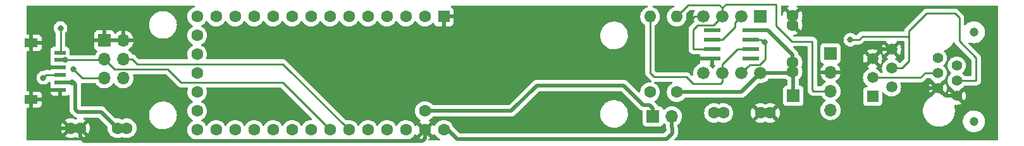
<source format=gbr>
G04 #@! TF.GenerationSoftware,KiCad,Pcbnew,6.0.1-79c1e3a40b~116~ubuntu20.04.1*
G04 #@! TF.CreationDate,2022-01-17T11:12:02+01:00*
G04 #@! TF.ProjectId,DNMS,444e4d53-2e6b-4696-9361-645f70636258,V1.6*
G04 #@! TF.SameCoordinates,Original*
G04 #@! TF.FileFunction,Copper,L1,Top*
G04 #@! TF.FilePolarity,Positive*
%FSLAX46Y46*%
G04 Gerber Fmt 4.6, Leading zero omitted, Abs format (unit mm)*
G04 Created by KiCad (PCBNEW 6.0.1-79c1e3a40b~116~ubuntu20.04.1) date 2022-01-17 11:12:02*
%MOMM*%
%LPD*%
G01*
G04 APERTURE LIST*
G04 #@! TA.AperFunction,ComponentPad*
%ADD10C,1.600000*%
G04 #@! TD*
G04 #@! TA.AperFunction,ComponentPad*
%ADD11R,1.700000X1.700000*%
G04 #@! TD*
G04 #@! TA.AperFunction,ComponentPad*
%ADD12O,1.700000X1.700000*%
G04 #@! TD*
G04 #@! TA.AperFunction,ComponentPad*
%ADD13O,1.600000X1.600000*%
G04 #@! TD*
G04 #@! TA.AperFunction,ComponentPad*
%ADD14R,1.676400X1.676400*%
G04 #@! TD*
G04 #@! TA.AperFunction,ComponentPad*
%ADD15C,1.676400*%
G04 #@! TD*
G04 #@! TA.AperFunction,ComponentPad*
%ADD16R,1.520000X1.520000*%
G04 #@! TD*
G04 #@! TA.AperFunction,ComponentPad*
%ADD17C,1.520000*%
G04 #@! TD*
G04 #@! TA.AperFunction,ComponentPad*
%ADD18R,1.600000X1.600000*%
G04 #@! TD*
G04 #@! TA.AperFunction,SMDPad,CuDef*
%ADD19R,2.200000X0.600000*%
G04 #@! TD*
G04 #@! TA.AperFunction,ComponentPad*
%ADD20C,1.400000*%
G04 #@! TD*
G04 #@! TA.AperFunction,ComponentPad*
%ADD21C,1.200000*%
G04 #@! TD*
G04 #@! TA.AperFunction,SMDPad,CuDef*
%ADD22R,1.550000X0.600000*%
G04 #@! TD*
G04 #@! TA.AperFunction,SMDPad,CuDef*
%ADD23R,1.800000X1.200000*%
G04 #@! TD*
G04 #@! TA.AperFunction,ViaPad*
%ADD24C,0.800000*%
G04 #@! TD*
G04 #@! TA.AperFunction,Conductor*
%ADD25C,0.500000*%
G04 #@! TD*
G04 #@! TA.AperFunction,Conductor*
%ADD26C,0.250000*%
G04 #@! TD*
G04 APERTURE END LIST*
D10*
X158927800Y-84210400D03*
X158927800Y-82960400D03*
X158927800Y-77960400D03*
X158927800Y-76710400D03*
D11*
X140233400Y-90244800D03*
D12*
X142773400Y-90244800D03*
D11*
X164014400Y-81743800D03*
D12*
X164014400Y-84283800D03*
X164014400Y-86823800D03*
X164014400Y-89363800D03*
D10*
X143410000Y-86968000D03*
D13*
X143410000Y-76808000D03*
D10*
X139854000Y-86968000D03*
D13*
X139854000Y-76808000D03*
D14*
X154586000Y-76808000D03*
D15*
X152046000Y-76808000D03*
X149506000Y-76808000D03*
X146966000Y-76808000D03*
X146966000Y-84428000D03*
X149506000Y-84428000D03*
X152046000Y-84428000D03*
X154586000Y-84428000D03*
D10*
X149662200Y-89770200D03*
X148412200Y-89770200D03*
X154662200Y-89770200D03*
X155912200Y-89770200D03*
X69799200Y-91827400D03*
X68549200Y-91827400D03*
X63549200Y-91827400D03*
X62299200Y-91827400D03*
D16*
X169636440Y-87568560D03*
D17*
X172176440Y-86298560D03*
X169636440Y-85028560D03*
X172176440Y-83758560D03*
X169636440Y-82488560D03*
X172176440Y-81218560D03*
D11*
X66802000Y-80010000D03*
D12*
X69342000Y-80010000D03*
X66802000Y-82550000D03*
X69342000Y-82550000D03*
X66802000Y-85090000D03*
X69342000Y-85090000D03*
D18*
X112242600Y-76809600D03*
D10*
X109702600Y-76809600D03*
X107162600Y-76809600D03*
X104622600Y-76809600D03*
X102082600Y-76809600D03*
X99542600Y-76809600D03*
X97002600Y-76809600D03*
X94462600Y-76809600D03*
X91922600Y-76809600D03*
X89382600Y-76809600D03*
X86842600Y-76809600D03*
X84302600Y-76809600D03*
X81762600Y-76809600D03*
X79222600Y-76809600D03*
X79222600Y-79349600D03*
X79222600Y-81889600D03*
X79222600Y-84429600D03*
X79222600Y-86969600D03*
X79222600Y-89509600D03*
X79222600Y-92049600D03*
X81762600Y-92049600D03*
X84302600Y-92049600D03*
X86842600Y-92049600D03*
X89382600Y-92049600D03*
X91922600Y-92049600D03*
X94462600Y-92049600D03*
X97002600Y-92049600D03*
X99542600Y-92049600D03*
X102082600Y-92049600D03*
X104622600Y-92049600D03*
X107162600Y-92049600D03*
X109702600Y-92049600D03*
X112242600Y-92049600D03*
X109702600Y-89509600D03*
D19*
X148149000Y-78663800D03*
X148149000Y-79933800D03*
X148149000Y-81203800D03*
X148149000Y-82473800D03*
X153349000Y-82473800D03*
X153349000Y-81203800D03*
X153349000Y-79933800D03*
X153349000Y-78663800D03*
D11*
X159029400Y-87477600D03*
D20*
X178362480Y-82362200D03*
X180902480Y-83382200D03*
X178362480Y-84402200D03*
X180902480Y-85422200D03*
X178362480Y-86442200D03*
X180902480Y-87462200D03*
D21*
X183202480Y-90912200D03*
X183202480Y-78912200D03*
D22*
X60876180Y-81647660D03*
X60876180Y-82647660D03*
X60876180Y-83647660D03*
X60876180Y-84647660D03*
X60876180Y-85647660D03*
X60876180Y-86647660D03*
D23*
X57001180Y-80347660D03*
X57001180Y-87947660D03*
D24*
X82448400Y-79019400D03*
X59405140Y-83647660D03*
X85521800Y-87858600D03*
X74295000Y-85775800D03*
X126517400Y-81407000D03*
X57001180Y-83689420D03*
X62485140Y-85647660D03*
X166651560Y-79918560D03*
X155168600Y-80264000D03*
X60937140Y-78361540D03*
X62641480Y-83913980D03*
X61573540Y-82647660D03*
X58633360Y-85039200D03*
D25*
X57001180Y-83689420D02*
X57001180Y-83834200D01*
X63549200Y-91827400D02*
X63549200Y-92958770D01*
X57001180Y-80347660D02*
X57001180Y-83689420D01*
X107899200Y-90246200D02*
X107899200Y-90170000D01*
X170903900Y-92717620D02*
X177179320Y-86442200D01*
X60876180Y-83647660D02*
X59405140Y-83647660D01*
X158859620Y-92717620D02*
X155912200Y-89770200D01*
X57001180Y-91090520D02*
X57001180Y-87947660D01*
D26*
X144830800Y-77757807D02*
X144830800Y-82473800D01*
D25*
X106527600Y-88798400D02*
X106527600Y-83824600D01*
X166806880Y-92123260D02*
X166212520Y-92717620D01*
X57001180Y-86803460D02*
X57001180Y-87947660D01*
X60876180Y-86647660D02*
X57156980Y-86647660D01*
X59405140Y-83647660D02*
X57187720Y-83647660D01*
X178362480Y-86442200D02*
X179382480Y-87462200D01*
D26*
X144830800Y-82473800D02*
X148149000Y-82473800D01*
X146966000Y-76808000D02*
X145780607Y-76808000D01*
D25*
X62299200Y-91827400D02*
X57738060Y-91827400D01*
X71522220Y-93500600D02*
X64971600Y-93500600D01*
X179382480Y-87462200D02*
X180902480Y-87462200D01*
X168876441Y-83248559D02*
X167401181Y-83248559D01*
X166212520Y-92717620D02*
X170903900Y-92717620D01*
X107899200Y-90170000D02*
X106527600Y-88798400D01*
X64091030Y-93500600D02*
X64971600Y-93500600D01*
D26*
X145780607Y-76808000D02*
X144830800Y-77757807D01*
D25*
X170906440Y-81218560D02*
X169636440Y-82488560D01*
X57187720Y-83647660D02*
X57001180Y-83834200D01*
X109702600Y-92049600D02*
X107899200Y-90246200D01*
X106527600Y-83824600D02*
X112242600Y-78109600D01*
X169636440Y-82488560D02*
X168876441Y-83248559D01*
X57738060Y-91827400D02*
X57001180Y-91090520D01*
X109382970Y-93500600D02*
X109182970Y-93500600D01*
X166365940Y-84283800D02*
X164014400Y-84283800D01*
X166806880Y-83842860D02*
X166365940Y-84283800D01*
X109702600Y-93180970D02*
X109382970Y-93500600D01*
X109182970Y-93500600D02*
X71551800Y-93500600D01*
X172176440Y-81218560D02*
X170906440Y-81218560D01*
X63549200Y-92958770D02*
X64091030Y-93500600D01*
X167401181Y-83248559D02*
X166806880Y-83842860D01*
X177179320Y-86442200D02*
X178362480Y-86442200D01*
X57156980Y-86647660D02*
X57001180Y-86803460D01*
X166806880Y-83842860D02*
X166806880Y-92123260D01*
X57001180Y-83834200D02*
X57001180Y-86803460D01*
X112242600Y-78109600D02*
X112242600Y-76809600D01*
X166212520Y-92717620D02*
X158859620Y-92717620D01*
X109702600Y-92049600D02*
X109702600Y-93180970D01*
X63218060Y-89623900D02*
X66345700Y-89623900D01*
X62920880Y-85928200D02*
X62920880Y-89326720D01*
X159029400Y-84312000D02*
X158927800Y-84210400D01*
X62920880Y-89326720D02*
X63218060Y-89623900D01*
X60876180Y-85647660D02*
X62485140Y-85647660D01*
X154586000Y-84428000D02*
X158710200Y-84428000D01*
X158927800Y-82960400D02*
X158927800Y-84210400D01*
X143410000Y-86968000D02*
X152046000Y-86968000D01*
X155631200Y-78663800D02*
X153349000Y-78663800D01*
X62485140Y-85647660D02*
X62640340Y-85647660D01*
X158710200Y-84428000D02*
X158927800Y-84210400D01*
X158927800Y-87376000D02*
X159029400Y-87477600D01*
X62640340Y-85647660D02*
X62920880Y-85928200D01*
X159029400Y-87477600D02*
X159029400Y-84312000D01*
X66345700Y-89623900D02*
X68549200Y-91827400D01*
X158927800Y-81960400D02*
X158927800Y-82960400D01*
X158927800Y-81960400D02*
X155631200Y-78663800D01*
X152046000Y-86968000D02*
X154586000Y-84428000D01*
X148412200Y-89770200D02*
X149662200Y-89770200D01*
X142798800Y-91770200D02*
X142773400Y-91744800D01*
X142798800Y-91770200D02*
X142798800Y-92521481D01*
X142045081Y-93275200D02*
X137185400Y-93275200D01*
X114049610Y-93294990D02*
X137185400Y-93275200D01*
X142773400Y-91744800D02*
X142773400Y-90244800D01*
X142798800Y-92521481D02*
X142045081Y-93275200D01*
X112392460Y-92115640D02*
X112870260Y-92115640D01*
X112870260Y-92115640D02*
X114049610Y-93294990D01*
D26*
X155270200Y-80505000D02*
X155270200Y-80505000D01*
X155270200Y-80505000D02*
X155270200Y-82537602D01*
X174536100Y-78727300D02*
X176888140Y-76375260D01*
X183517540Y-85412580D02*
X183507920Y-85422200D01*
X181241700Y-80103980D02*
X183517540Y-82379820D01*
X181241700Y-76969620D02*
X181241700Y-80103980D01*
X174337980Y-79446120D02*
X168290240Y-79446120D01*
X152884199Y-83589801D02*
X152046000Y-84428000D01*
X153209201Y-83264799D02*
X152884199Y-83589801D01*
X154699000Y-79933800D02*
X155270200Y-80505000D01*
X168290240Y-79446120D02*
X167817800Y-79918560D01*
X153349000Y-79933800D02*
X154699000Y-79933800D01*
X154543003Y-83264799D02*
X153209201Y-83264799D01*
X155270200Y-82537602D02*
X154543003Y-83264799D01*
X180647340Y-76375260D02*
X181241700Y-76969620D01*
X174337980Y-79446120D02*
X174536100Y-79644240D01*
X155270200Y-80505000D02*
X155270200Y-80505000D01*
X183517540Y-82379820D02*
X183517540Y-85412580D01*
X176888140Y-76375260D02*
X180647340Y-76375260D01*
X167817800Y-79918560D02*
X166651560Y-79918560D01*
X174536100Y-79644240D02*
X174536100Y-82776060D01*
X173553600Y-83758560D02*
X172176440Y-83758560D01*
X183507920Y-85422200D02*
X180902480Y-85422200D01*
X174536100Y-79644240D02*
X174536100Y-78727300D01*
X174536100Y-82776060D02*
X173553600Y-83758560D01*
X149499000Y-79933800D02*
X148149000Y-79933800D01*
X176700720Y-84402200D02*
X178362480Y-84402200D01*
X151207801Y-77646199D02*
X151207801Y-78224999D01*
X176062640Y-85018880D02*
X176690020Y-84391500D01*
X176052960Y-85028560D02*
X176062640Y-85018880D01*
X151207801Y-78224999D02*
X149499000Y-79933800D01*
X169636440Y-85028560D02*
X176052960Y-85028560D01*
X152046000Y-76808000D02*
X151207801Y-77646199D01*
X176690020Y-84391500D02*
X176700720Y-84402200D01*
X149267393Y-85852000D02*
X145643600Y-85852000D01*
X149506000Y-84428000D02*
X149506000Y-83242607D01*
X149506000Y-84428000D02*
X149506000Y-85613393D01*
X144729200Y-84937600D02*
X140414400Y-84937600D01*
X139854000Y-84377200D02*
X139854000Y-76808000D01*
X149506000Y-83242607D02*
X151544807Y-81203800D01*
X151544807Y-81203800D02*
X151999000Y-81203800D01*
X145643600Y-85852000D02*
X144729200Y-84937600D01*
X140414400Y-84937600D02*
X139854000Y-84377200D01*
X151999000Y-81203800D02*
X153349000Y-81203800D01*
X149506000Y-85613393D02*
X149267393Y-85852000D01*
X149506000Y-76808000D02*
X148342799Y-77971201D01*
X161571940Y-86682580D02*
X161571940Y-80152240D01*
X164014400Y-86823800D02*
X162812319Y-86823800D01*
X162803179Y-86814660D02*
X161704020Y-86814660D01*
X148342799Y-77971201D02*
X146209199Y-77971201D01*
X162812319Y-86823800D02*
X162803179Y-86814660D01*
X158851600Y-80162400D02*
X161571940Y-80152240D01*
X144209999Y-76008001D02*
X144209999Y-75982601D01*
X149995407Y-75133200D02*
X156743400Y-75133200D01*
X145618200Y-81178400D02*
X145643600Y-81203800D01*
X144159199Y-76033401D02*
X144932400Y-75260200D01*
X143410000Y-76808000D02*
X144209999Y-76008001D01*
X149506000Y-75622607D02*
X149506000Y-76808000D01*
X145618200Y-78562200D02*
X145618200Y-81178400D01*
X144932400Y-75260200D02*
X149143593Y-75260200D01*
X161704020Y-86814660D02*
X161571940Y-86682580D01*
X156743400Y-75133200D02*
X156743400Y-78054200D01*
X156743400Y-78054200D02*
X158851600Y-80162400D01*
X149143593Y-75260200D02*
X149506000Y-75622607D01*
X149506000Y-75622607D02*
X149995407Y-75133200D01*
X146209199Y-77971201D02*
X145618200Y-78562200D01*
X145643600Y-81203800D02*
X148149000Y-81203800D01*
X62641480Y-83913980D02*
X62641480Y-83913980D01*
X63817500Y-85090000D02*
X62641480Y-83913980D01*
X60937140Y-81586700D02*
X60876180Y-81647660D01*
X60937140Y-78361540D02*
X60937140Y-81586700D01*
X66802000Y-85090000D02*
X63817500Y-85090000D01*
X68166999Y-83914999D02*
X75304399Y-83914999D01*
X66802000Y-82550000D02*
X68166999Y-83914999D01*
X75304399Y-83914999D02*
X77089000Y-85699600D01*
X66704340Y-82647660D02*
X66802000Y-82550000D01*
X61573540Y-82647660D02*
X66704340Y-82647660D01*
X60876180Y-82647660D02*
X61573540Y-82647660D01*
X77089000Y-85699600D02*
X90652600Y-85699600D01*
X90652600Y-85699600D02*
X97002600Y-92049600D01*
X58633360Y-85039200D02*
X58633360Y-85039200D01*
X69342000Y-82550000D02*
X70544081Y-82550000D01*
X60876180Y-84647660D02*
X59024900Y-84647660D01*
X71179081Y-83185000D02*
X90678000Y-83185000D01*
X70544081Y-82550000D02*
X71179081Y-83185000D01*
X90678000Y-83185000D02*
X99542600Y-92049600D01*
X59024900Y-84647660D02*
X58633360Y-85039200D01*
D25*
X138922700Y-88684100D02*
X136300200Y-86061600D01*
X124714000Y-86061600D02*
X124714000Y-86072980D01*
X139772700Y-88684100D02*
X138922700Y-88684100D01*
X140233400Y-89144800D02*
X139772700Y-88684100D01*
X140233400Y-90244800D02*
X140233400Y-89144800D01*
X124714000Y-86072980D02*
X121315480Y-89415620D01*
X136300200Y-86061600D02*
X124714000Y-86061600D01*
X109702600Y-89509600D02*
X121221500Y-89509600D01*
X121221500Y-89509600D02*
X121315480Y-89415620D01*
G04 #@! TA.AperFunction,Conductor*
G36*
X78882795Y-75327802D02*
G01*
X78929288Y-75381458D01*
X78939392Y-75451732D01*
X78909898Y-75516312D01*
X78847285Y-75555507D01*
X78824184Y-75561697D01*
X78778667Y-75573893D01*
X78778665Y-75573894D01*
X78773357Y-75575316D01*
X78768376Y-75577639D01*
X78768375Y-75577639D01*
X78570838Y-75669751D01*
X78570833Y-75669754D01*
X78565851Y-75672077D01*
X78472009Y-75737786D01*
X78382811Y-75800243D01*
X78382808Y-75800245D01*
X78378300Y-75803402D01*
X78216402Y-75965300D01*
X78213245Y-75969808D01*
X78213243Y-75969811D01*
X78174812Y-76024696D01*
X78085077Y-76152851D01*
X78082754Y-76157833D01*
X78082751Y-76157838D01*
X77995014Y-76345992D01*
X77988316Y-76360357D01*
X77986894Y-76365665D01*
X77986893Y-76365667D01*
X77930481Y-76576198D01*
X77929057Y-76581513D01*
X77909102Y-76809600D01*
X77929057Y-77037687D01*
X77930481Y-77043000D01*
X77930481Y-77043002D01*
X77978930Y-77223813D01*
X77988316Y-77258843D01*
X77990639Y-77263824D01*
X77990639Y-77263825D01*
X78082751Y-77461362D01*
X78082754Y-77461367D01*
X78085077Y-77466349D01*
X78137140Y-77540702D01*
X78197940Y-77627533D01*
X78216402Y-77653900D01*
X78378300Y-77815798D01*
X78382808Y-77818955D01*
X78382811Y-77818957D01*
X78437484Y-77857239D01*
X78565851Y-77947123D01*
X78570833Y-77949446D01*
X78570838Y-77949449D01*
X78605057Y-77965405D01*
X78658342Y-78012322D01*
X78677803Y-78080599D01*
X78657261Y-78148559D01*
X78605057Y-78193795D01*
X78570838Y-78209751D01*
X78570833Y-78209754D01*
X78565851Y-78212077D01*
X78464293Y-78283189D01*
X78382811Y-78340243D01*
X78382808Y-78340245D01*
X78378300Y-78343402D01*
X78216402Y-78505300D01*
X78213245Y-78509808D01*
X78213243Y-78509811D01*
X78179679Y-78557746D01*
X78085077Y-78692851D01*
X78082754Y-78697833D01*
X78082751Y-78697838D01*
X77998222Y-78879114D01*
X77988316Y-78900357D01*
X77986894Y-78905665D01*
X77986893Y-78905667D01*
X77936340Y-79094331D01*
X77929057Y-79121513D01*
X77909102Y-79349600D01*
X77929057Y-79577687D01*
X77930481Y-79583000D01*
X77930481Y-79583002D01*
X77983893Y-79782335D01*
X77988316Y-79798843D01*
X77990639Y-79803824D01*
X77990639Y-79803825D01*
X78082751Y-80001362D01*
X78082754Y-80001367D01*
X78085077Y-80006349D01*
X78156596Y-80108488D01*
X78208102Y-80182046D01*
X78216402Y-80193900D01*
X78378300Y-80355798D01*
X78382808Y-80358955D01*
X78382811Y-80358957D01*
X78440387Y-80399272D01*
X78565851Y-80487123D01*
X78570833Y-80489446D01*
X78570838Y-80489449D01*
X78605057Y-80505405D01*
X78658342Y-80552322D01*
X78677803Y-80620599D01*
X78657261Y-80688559D01*
X78605057Y-80733795D01*
X78570838Y-80749751D01*
X78570833Y-80749754D01*
X78565851Y-80752077D01*
X78485514Y-80808330D01*
X78382811Y-80880243D01*
X78382808Y-80880245D01*
X78378300Y-80883402D01*
X78216402Y-81045300D01*
X78213245Y-81049808D01*
X78213243Y-81049811D01*
X78177432Y-81100955D01*
X78085077Y-81232851D01*
X78082754Y-81237833D01*
X78082751Y-81237838D01*
X77992216Y-81431993D01*
X77988316Y-81440357D01*
X77986894Y-81445665D01*
X77986893Y-81445667D01*
X77930481Y-81656198D01*
X77929057Y-81661513D01*
X77909102Y-81889600D01*
X77929057Y-82117687D01*
X77930481Y-82123000D01*
X77930481Y-82123002D01*
X77982656Y-82317718D01*
X77988316Y-82338843D01*
X78001761Y-82367675D01*
X78003894Y-82372250D01*
X78014555Y-82442442D01*
X77985575Y-82507254D01*
X77926155Y-82546111D01*
X77889699Y-82551500D01*
X71493676Y-82551500D01*
X71425555Y-82531498D01*
X71404580Y-82514595D01*
X71235786Y-82345800D01*
X71047728Y-82157742D01*
X71040194Y-82149463D01*
X71036081Y-82142982D01*
X70986429Y-82096356D01*
X70983588Y-82093602D01*
X70963851Y-82073865D01*
X70960654Y-82071385D01*
X70951632Y-82063680D01*
X70951423Y-82063484D01*
X70919402Y-82033414D01*
X70912456Y-82029595D01*
X70912453Y-82029593D01*
X70901647Y-82023652D01*
X70885128Y-82012801D01*
X70875773Y-82005545D01*
X70869122Y-82000386D01*
X70861853Y-81997241D01*
X70861849Y-81997238D01*
X70828544Y-81982826D01*
X70817894Y-81977609D01*
X70779141Y-81956305D01*
X70770951Y-81954202D01*
X70759519Y-81951267D01*
X70740815Y-81944863D01*
X70729501Y-81939967D01*
X70729500Y-81939967D01*
X70722226Y-81936819D01*
X70714403Y-81935580D01*
X70714393Y-81935577D01*
X70678557Y-81929901D01*
X70666937Y-81927495D01*
X70631792Y-81918472D01*
X70631791Y-81918472D01*
X70624111Y-81916500D01*
X70616182Y-81916500D01*
X70608321Y-81915507D01*
X70608575Y-81913496D01*
X70550684Y-81896498D01*
X70513013Y-81858940D01*
X70424822Y-81722617D01*
X70424820Y-81722614D01*
X70422014Y-81718277D01*
X70271670Y-81553051D01*
X70267619Y-81549852D01*
X70267615Y-81549848D01*
X70100414Y-81417800D01*
X70100410Y-81417798D01*
X70096359Y-81414598D01*
X70085449Y-81408575D01*
X70059270Y-81394124D01*
X70054569Y-81391529D01*
X70004598Y-81341097D01*
X69989826Y-81271654D01*
X70014942Y-81205248D01*
X70042294Y-81178641D01*
X70217328Y-81053792D01*
X70225200Y-81047139D01*
X70376052Y-80896812D01*
X70382730Y-80888965D01*
X70507003Y-80716020D01*
X70512313Y-80707183D01*
X70606670Y-80516267D01*
X70610469Y-80506672D01*
X70672377Y-80302910D01*
X70674555Y-80292837D01*
X70675986Y-80281962D01*
X70673775Y-80267778D01*
X70660617Y-80264000D01*
X65462116Y-80264000D01*
X65446877Y-80268475D01*
X65445672Y-80269865D01*
X65444001Y-80277548D01*
X65444001Y-80904669D01*
X65444371Y-80911490D01*
X65449895Y-80962352D01*
X65453521Y-80977604D01*
X65498676Y-81098054D01*
X65507214Y-81113649D01*
X65583715Y-81215724D01*
X65596276Y-81228285D01*
X65698351Y-81304786D01*
X65713946Y-81313324D01*
X65822827Y-81354142D01*
X65879591Y-81396784D01*
X65904291Y-81463345D01*
X65889083Y-81532694D01*
X65869691Y-81559175D01*
X65771895Y-81661513D01*
X65742629Y-81692138D01*
X65739720Y-81696403D01*
X65739714Y-81696411D01*
X65673362Y-81793679D01*
X65616743Y-81876680D01*
X65614565Y-81881373D01*
X65614560Y-81881381D01*
X65586788Y-81941211D01*
X65539964Y-81994578D01*
X65472501Y-82014160D01*
X62285680Y-82014160D01*
X62217559Y-81994158D01*
X62171066Y-81940502D01*
X62159680Y-81888160D01*
X62159680Y-81299526D01*
X62152925Y-81237344D01*
X62101795Y-81100955D01*
X62014441Y-80984399D01*
X61897885Y-80897045D01*
X61761496Y-80845915D01*
X61699314Y-80839160D01*
X61695898Y-80839160D01*
X61692500Y-80838976D01*
X61692555Y-80837961D01*
X61628519Y-80819158D01*
X61582026Y-80765502D01*
X61570640Y-80713160D01*
X61570640Y-79737885D01*
X65444000Y-79737885D01*
X65448475Y-79753124D01*
X65449865Y-79754329D01*
X65457548Y-79756000D01*
X66529885Y-79756000D01*
X66545124Y-79751525D01*
X66546329Y-79750135D01*
X66548000Y-79742452D01*
X66548000Y-79737885D01*
X67056000Y-79737885D01*
X67060475Y-79753124D01*
X67061865Y-79754329D01*
X67069548Y-79756000D01*
X69069885Y-79756000D01*
X69085124Y-79751525D01*
X69086329Y-79750135D01*
X69088000Y-79742452D01*
X69088000Y-79737885D01*
X69596000Y-79737885D01*
X69600475Y-79753124D01*
X69601865Y-79754329D01*
X69609548Y-79756000D01*
X70660344Y-79756000D01*
X70673875Y-79752027D01*
X70675180Y-79742947D01*
X70633214Y-79575875D01*
X70629894Y-79566124D01*
X70544972Y-79370814D01*
X70540105Y-79361739D01*
X70424426Y-79182926D01*
X70418136Y-79174757D01*
X70274806Y-79017240D01*
X70267273Y-79010215D01*
X70100139Y-78878222D01*
X70091552Y-78872517D01*
X69905117Y-78769599D01*
X69895705Y-78765369D01*
X69694959Y-78694280D01*
X69684988Y-78691646D01*
X69613837Y-78678972D01*
X69600540Y-78680432D01*
X69596000Y-78694989D01*
X69596000Y-79737885D01*
X69088000Y-79737885D01*
X69088000Y-78693102D01*
X69084082Y-78679758D01*
X69069806Y-78677771D01*
X69031324Y-78683660D01*
X69021288Y-78686051D01*
X68818868Y-78752212D01*
X68809359Y-78756209D01*
X68620463Y-78854542D01*
X68611738Y-78860036D01*
X68441433Y-78987905D01*
X68433726Y-78994748D01*
X68356094Y-79075985D01*
X68294570Y-79111415D01*
X68223657Y-79107958D01*
X68165871Y-79066712D01*
X68147018Y-79033164D01*
X68105324Y-78921946D01*
X68096786Y-78906351D01*
X68020285Y-78804276D01*
X68007724Y-78791715D01*
X67905649Y-78715214D01*
X67890054Y-78706676D01*
X67769606Y-78661522D01*
X67754351Y-78657895D01*
X67703486Y-78652369D01*
X67696672Y-78652000D01*
X67074115Y-78652000D01*
X67058876Y-78656475D01*
X67057671Y-78657865D01*
X67056000Y-78665548D01*
X67056000Y-79737885D01*
X66548000Y-79737885D01*
X66548000Y-78670116D01*
X66543525Y-78654877D01*
X66542135Y-78653672D01*
X66534452Y-78652001D01*
X65907331Y-78652001D01*
X65900510Y-78652371D01*
X65849648Y-78657895D01*
X65834396Y-78661521D01*
X65713946Y-78706676D01*
X65698351Y-78715214D01*
X65596276Y-78791715D01*
X65583715Y-78804276D01*
X65507214Y-78906351D01*
X65498676Y-78921946D01*
X65453522Y-79042394D01*
X65449895Y-79057649D01*
X65444369Y-79108514D01*
X65444000Y-79115328D01*
X65444000Y-79737885D01*
X61570640Y-79737885D01*
X61570640Y-79064064D01*
X61590642Y-78995943D01*
X61602998Y-78979761D01*
X61676180Y-78898484D01*
X61771667Y-78733096D01*
X61830682Y-78551468D01*
X61835535Y-78505300D01*
X61849954Y-78368105D01*
X61850644Y-78361540D01*
X61845797Y-78315420D01*
X61831372Y-78178175D01*
X61831372Y-78178173D01*
X61830682Y-78171612D01*
X61771667Y-77989984D01*
X61763352Y-77975581D01*
X61757980Y-77966277D01*
X72780009Y-77966277D01*
X72805625Y-78234769D01*
X72806710Y-78239203D01*
X72806711Y-78239209D01*
X72868627Y-78492240D01*
X72869731Y-78496750D01*
X72970985Y-78746733D01*
X73107265Y-78979482D01*
X73174907Y-79064064D01*
X73269964Y-79182926D01*
X73275716Y-79190119D01*
X73472809Y-79374234D01*
X73694416Y-79527968D01*
X73698499Y-79529999D01*
X73698502Y-79530001D01*
X73761746Y-79561464D01*
X73935894Y-79648101D01*
X73940228Y-79649522D01*
X73940231Y-79649523D01*
X74187853Y-79730698D01*
X74187859Y-79730699D01*
X74192186Y-79732118D01*
X74196677Y-79732898D01*
X74196678Y-79732898D01*
X74454140Y-79777601D01*
X74454148Y-79777602D01*
X74457921Y-79778257D01*
X74461758Y-79778448D01*
X74541578Y-79782422D01*
X74541586Y-79782422D01*
X74543149Y-79782500D01*
X74711512Y-79782500D01*
X74713780Y-79782335D01*
X74713792Y-79782335D01*
X74844884Y-79772823D01*
X74912004Y-79767953D01*
X74916459Y-79766969D01*
X74916462Y-79766969D01*
X75170912Y-79710791D01*
X75170916Y-79710790D01*
X75175372Y-79709806D01*
X75317874Y-79655817D01*
X75423318Y-79615868D01*
X75423321Y-79615867D01*
X75427588Y-79614250D01*
X75663368Y-79483286D01*
X75810741Y-79370814D01*
X75874141Y-79322429D01*
X75874142Y-79322428D01*
X75877773Y-79319657D01*
X75889831Y-79307323D01*
X76027752Y-79166237D01*
X76066312Y-79126792D01*
X76225034Y-78908730D01*
X76296645Y-78772619D01*
X76348490Y-78674079D01*
X76348493Y-78674073D01*
X76350615Y-78670039D01*
X76355970Y-78654877D01*
X76438902Y-78420033D01*
X76438902Y-78420032D01*
X76440425Y-78415720D01*
X76472852Y-78251198D01*
X76491700Y-78155572D01*
X76491701Y-78155566D01*
X76492581Y-78151100D01*
X76492857Y-78145556D01*
X76505764Y-77886292D01*
X76505764Y-77886286D01*
X76505991Y-77881723D01*
X76480375Y-77613231D01*
X76470850Y-77574303D01*
X76417355Y-77355688D01*
X76416269Y-77351250D01*
X76315015Y-77101267D01*
X76178735Y-76868518D01*
X76060928Y-76721208D01*
X76013136Y-76661447D01*
X76013135Y-76661445D01*
X76010284Y-76657881D01*
X75813191Y-76473766D01*
X75591584Y-76320032D01*
X75587501Y-76318001D01*
X75587498Y-76317999D01*
X75441450Y-76245342D01*
X75350106Y-76199899D01*
X75345772Y-76198478D01*
X75345769Y-76198477D01*
X75098147Y-76117302D01*
X75098141Y-76117301D01*
X75093814Y-76115882D01*
X75089322Y-76115102D01*
X74831860Y-76070399D01*
X74831852Y-76070398D01*
X74828079Y-76069743D01*
X74816817Y-76069182D01*
X74744422Y-76065578D01*
X74744414Y-76065578D01*
X74742851Y-76065500D01*
X74574488Y-76065500D01*
X74572220Y-76065665D01*
X74572208Y-76065665D01*
X74441116Y-76075177D01*
X74373996Y-76080047D01*
X74369541Y-76081031D01*
X74369538Y-76081031D01*
X74115088Y-76137209D01*
X74115084Y-76137210D01*
X74110628Y-76138194D01*
X74023484Y-76171210D01*
X73862682Y-76232132D01*
X73862679Y-76232133D01*
X73858412Y-76233750D01*
X73817730Y-76256347D01*
X73633357Y-76358757D01*
X73622632Y-76364714D01*
X73408227Y-76528343D01*
X73405034Y-76531609D01*
X73405032Y-76531611D01*
X73325001Y-76613479D01*
X73219688Y-76721208D01*
X73060966Y-76939270D01*
X73058844Y-76943304D01*
X72937510Y-77173921D01*
X72937507Y-77173927D01*
X72935385Y-77177961D01*
X72933865Y-77182266D01*
X72933863Y-77182270D01*
X72866206Y-77373858D01*
X72845575Y-77432280D01*
X72824205Y-77540702D01*
X72794499Y-77691423D01*
X72793419Y-77696900D01*
X72793192Y-77701453D01*
X72793192Y-77701456D01*
X72780358Y-77959273D01*
X72780009Y-77966277D01*
X61757980Y-77966277D01*
X61721105Y-77902409D01*
X61676180Y-77824596D01*
X61664750Y-77811901D01*
X61552815Y-77687585D01*
X61552814Y-77687584D01*
X61548393Y-77682674D01*
X61442186Y-77605510D01*
X61399234Y-77574303D01*
X61399233Y-77574302D01*
X61393892Y-77570422D01*
X61387864Y-77567738D01*
X61387862Y-77567737D01*
X61225459Y-77495431D01*
X61225458Y-77495431D01*
X61219428Y-77492746D01*
X61108922Y-77469257D01*
X61039084Y-77454412D01*
X61039079Y-77454412D01*
X61032627Y-77453040D01*
X60841653Y-77453040D01*
X60835201Y-77454412D01*
X60835196Y-77454412D01*
X60765358Y-77469257D01*
X60654852Y-77492746D01*
X60648822Y-77495431D01*
X60648821Y-77495431D01*
X60486418Y-77567737D01*
X60486416Y-77567738D01*
X60480388Y-77570422D01*
X60475047Y-77574302D01*
X60475046Y-77574303D01*
X60432094Y-77605510D01*
X60325887Y-77682674D01*
X60321466Y-77687584D01*
X60321465Y-77687585D01*
X60209531Y-77811901D01*
X60198100Y-77824596D01*
X60153175Y-77902409D01*
X60110929Y-77975581D01*
X60102613Y-77989984D01*
X60043598Y-78171612D01*
X60042908Y-78178173D01*
X60042908Y-78178175D01*
X60028483Y-78315420D01*
X60023636Y-78361540D01*
X60024326Y-78368105D01*
X60038746Y-78505300D01*
X60043598Y-78551468D01*
X60102613Y-78733096D01*
X60198100Y-78898484D01*
X60271277Y-78979755D01*
X60301993Y-79043761D01*
X60303640Y-79064064D01*
X60303640Y-80713160D01*
X60283638Y-80781281D01*
X60229982Y-80827774D01*
X60177640Y-80839160D01*
X60053046Y-80839160D01*
X59990864Y-80845915D01*
X59854475Y-80897045D01*
X59737919Y-80984399D01*
X59650565Y-81100955D01*
X59599435Y-81237344D01*
X59592680Y-81299526D01*
X59592680Y-81995794D01*
X59593049Y-81999191D01*
X59594528Y-82012801D01*
X59599435Y-82057976D01*
X59602207Y-82065369D01*
X59602207Y-82065371D01*
X59616475Y-82103431D01*
X59621658Y-82174238D01*
X59616475Y-82191889D01*
X59602207Y-82229949D01*
X59599435Y-82237344D01*
X59598582Y-82245192D01*
X59598582Y-82245194D01*
X59596604Y-82263405D01*
X59592680Y-82299526D01*
X59592680Y-82995794D01*
X59599435Y-83057976D01*
X59616051Y-83102300D01*
X59616742Y-83104142D01*
X59621925Y-83174949D01*
X59616742Y-83192602D01*
X59602702Y-83230054D01*
X59599075Y-83245309D01*
X59593549Y-83296174D01*
X59593180Y-83302988D01*
X59593180Y-83375545D01*
X59597655Y-83390784D01*
X59599045Y-83391989D01*
X59606728Y-83393660D01*
X59819322Y-83393660D01*
X59863551Y-83401678D01*
X59983462Y-83446631D01*
X59983468Y-83446633D01*
X59990864Y-83449405D01*
X60053046Y-83456160D01*
X61004180Y-83456160D01*
X61072301Y-83476162D01*
X61118794Y-83529818D01*
X61130180Y-83582160D01*
X61130180Y-83713160D01*
X61110178Y-83781281D01*
X61056522Y-83827774D01*
X61004180Y-83839160D01*
X60053046Y-83839160D01*
X59990864Y-83845915D01*
X59983468Y-83848687D01*
X59983462Y-83848689D01*
X59863551Y-83893642D01*
X59819322Y-83901660D01*
X59611296Y-83901660D01*
X59596057Y-83906135D01*
X59594852Y-83907525D01*
X59593239Y-83914942D01*
X59559215Y-83977254D01*
X59496903Y-84011280D01*
X59470118Y-84014160D01*
X59103667Y-84014160D01*
X59092484Y-84013633D01*
X59084991Y-84011958D01*
X59077065Y-84012207D01*
X59077064Y-84012207D01*
X59016914Y-84014098D01*
X59012955Y-84014160D01*
X58985044Y-84014160D01*
X58981110Y-84014657D01*
X58981109Y-84014657D01*
X58981044Y-84014665D01*
X58969207Y-84015598D01*
X58937390Y-84016598D01*
X58932929Y-84016738D01*
X58925010Y-84016987D01*
X58907354Y-84022116D01*
X58905558Y-84022638D01*
X58886206Y-84026646D01*
X58879135Y-84027540D01*
X58866103Y-84029186D01*
X58858734Y-84032103D01*
X58858732Y-84032104D01*
X58824997Y-84045460D01*
X58813769Y-84049305D01*
X58771307Y-84061642D01*
X58764485Y-84065676D01*
X58764479Y-84065679D01*
X58753868Y-84071954D01*
X58736118Y-84080650D01*
X58724656Y-84085188D01*
X58724651Y-84085191D01*
X58717283Y-84088108D01*
X58691779Y-84106638D01*
X58617721Y-84130700D01*
X58537873Y-84130700D01*
X58531421Y-84132072D01*
X58531416Y-84132072D01*
X58444473Y-84150553D01*
X58351072Y-84170406D01*
X58345042Y-84173091D01*
X58345041Y-84173091D01*
X58182638Y-84245397D01*
X58182636Y-84245398D01*
X58176608Y-84248082D01*
X58022107Y-84360334D01*
X58017686Y-84365244D01*
X58017685Y-84365245D01*
X57899468Y-84496539D01*
X57894320Y-84502256D01*
X57871505Y-84541773D01*
X57815643Y-84638529D01*
X57798833Y-84667644D01*
X57739818Y-84849272D01*
X57739128Y-84855833D01*
X57739128Y-84855835D01*
X57735707Y-84888389D01*
X57719856Y-85039200D01*
X57720546Y-85045765D01*
X57738833Y-85219752D01*
X57739818Y-85229128D01*
X57798833Y-85410756D01*
X57802136Y-85416478D01*
X57802137Y-85416479D01*
X57835895Y-85474950D01*
X57894320Y-85576144D01*
X57898738Y-85581051D01*
X57898739Y-85581052D01*
X58011519Y-85706307D01*
X58022107Y-85718066D01*
X58107137Y-85779844D01*
X58167428Y-85823648D01*
X58176608Y-85830318D01*
X58182636Y-85833002D01*
X58182638Y-85833003D01*
X58338038Y-85902191D01*
X58351072Y-85907994D01*
X58439274Y-85926742D01*
X58531416Y-85946328D01*
X58531421Y-85946328D01*
X58537873Y-85947700D01*
X58728847Y-85947700D01*
X58735299Y-85946328D01*
X58735304Y-85946328D01*
X58827446Y-85926742D01*
X58915648Y-85907994D01*
X58928682Y-85902191D01*
X59084082Y-85833003D01*
X59084084Y-85833002D01*
X59090112Y-85830318D01*
X59099293Y-85823648D01*
X59159583Y-85779844D01*
X59244613Y-85718066D01*
X59256724Y-85704616D01*
X59372400Y-85576144D01*
X59374466Y-85578004D01*
X59420991Y-85542144D01*
X59491728Y-85536083D01*
X59554513Y-85569228D01*
X59589411Y-85631055D01*
X59592680Y-85659568D01*
X59592680Y-85995794D01*
X59599435Y-86057976D01*
X59612021Y-86091548D01*
X59616742Y-86104142D01*
X59621925Y-86174949D01*
X59616742Y-86192602D01*
X59602702Y-86230054D01*
X59599075Y-86245309D01*
X59593549Y-86296174D01*
X59593180Y-86302988D01*
X59593180Y-86375545D01*
X59597655Y-86390784D01*
X59599045Y-86391989D01*
X59606728Y-86393660D01*
X59819322Y-86393660D01*
X59863551Y-86401678D01*
X59983462Y-86446631D01*
X59983468Y-86446633D01*
X59990864Y-86449405D01*
X60053046Y-86456160D01*
X61004180Y-86456160D01*
X61072301Y-86476162D01*
X61118794Y-86529818D01*
X61130180Y-86582160D01*
X61130180Y-87437544D01*
X61134655Y-87452783D01*
X61136045Y-87453988D01*
X61143728Y-87455659D01*
X61695849Y-87455659D01*
X61702670Y-87455289D01*
X61753532Y-87449765D01*
X61768784Y-87446139D01*
X61889234Y-87400984D01*
X61904828Y-87392447D01*
X61960816Y-87350486D01*
X62027322Y-87325639D01*
X62096704Y-87340692D01*
X62146934Y-87390867D01*
X62162380Y-87451313D01*
X62162380Y-89259650D01*
X62160947Y-89278600D01*
X62157681Y-89300069D01*
X62158274Y-89307361D01*
X62158274Y-89307364D01*
X62161965Y-89352738D01*
X62162380Y-89362953D01*
X62162380Y-89371013D01*
X62162805Y-89374657D01*
X62165669Y-89399227D01*
X62166102Y-89403602D01*
X62171131Y-89465425D01*
X62172020Y-89476357D01*
X62174276Y-89483321D01*
X62175467Y-89489280D01*
X62176851Y-89495135D01*
X62177698Y-89502401D01*
X62202615Y-89571047D01*
X62204032Y-89575175D01*
X62216209Y-89612762D01*
X62226529Y-89644619D01*
X62230325Y-89650874D01*
X62232831Y-89656348D01*
X62235550Y-89661778D01*
X62238047Y-89668657D01*
X62242060Y-89674777D01*
X62242060Y-89674778D01*
X62278066Y-89729696D01*
X62280403Y-89733400D01*
X62318285Y-89795827D01*
X62322001Y-89800035D01*
X62322002Y-89800036D01*
X62325683Y-89804204D01*
X62325656Y-89804228D01*
X62328309Y-89807220D01*
X62331012Y-89810453D01*
X62335024Y-89816572D01*
X62340336Y-89821604D01*
X62391263Y-89869848D01*
X62393705Y-89872226D01*
X62634290Y-90112811D01*
X62646676Y-90127223D01*
X62655209Y-90138818D01*
X62655214Y-90138823D01*
X62659552Y-90144718D01*
X62665130Y-90149457D01*
X62665133Y-90149460D01*
X62699828Y-90178935D01*
X62707344Y-90185865D01*
X62713039Y-90191560D01*
X62715921Y-90193840D01*
X62735311Y-90209181D01*
X62738715Y-90211972D01*
X62788577Y-90254333D01*
X62794345Y-90259233D01*
X62800861Y-90262561D01*
X62805910Y-90265928D01*
X62811039Y-90269095D01*
X62816776Y-90273634D01*
X62882935Y-90304555D01*
X62886829Y-90306458D01*
X62951868Y-90339669D01*
X62958976Y-90341408D01*
X62964619Y-90343507D01*
X62970382Y-90345424D01*
X62977010Y-90348522D01*
X62984172Y-90350012D01*
X62984173Y-90350012D01*
X63048472Y-90363386D01*
X63052739Y-90364352D01*
X63058199Y-90365688D01*
X63119613Y-90401306D01*
X63152022Y-90464473D01*
X63145136Y-90535135D01*
X63101139Y-90590856D01*
X63081503Y-90602272D01*
X62977450Y-90650793D01*
X62907259Y-90661454D01*
X62870950Y-90650793D01*
X62753253Y-90595910D01*
X62742961Y-90592164D01*
X62532512Y-90535775D01*
X62521719Y-90533872D01*
X62304675Y-90514883D01*
X62293725Y-90514883D01*
X62076681Y-90533872D01*
X62065888Y-90535775D01*
X61855439Y-90592164D01*
X61845147Y-90595910D01*
X61647689Y-90687986D01*
X61638194Y-90693469D01*
X61586152Y-90729909D01*
X61577776Y-90740388D01*
X61584844Y-90753834D01*
X62569315Y-91738305D01*
X62603341Y-91800617D01*
X62598276Y-91871432D01*
X62569315Y-91916495D01*
X61584123Y-92901687D01*
X61577693Y-92913462D01*
X61586989Y-92925477D01*
X61638194Y-92961331D01*
X61647689Y-92966814D01*
X61845147Y-93058890D01*
X61855439Y-93062636D01*
X62065888Y-93119025D01*
X62076681Y-93120928D01*
X62293725Y-93139917D01*
X62304675Y-93139917D01*
X62521719Y-93120928D01*
X62532512Y-93119025D01*
X62742961Y-93062636D01*
X62753253Y-93058890D01*
X62870950Y-93004007D01*
X62941142Y-92993346D01*
X62977450Y-93004007D01*
X63095147Y-93058890D01*
X63105439Y-93062636D01*
X63315888Y-93119025D01*
X63326681Y-93120928D01*
X63543725Y-93139917D01*
X63554675Y-93139917D01*
X63771719Y-93120928D01*
X63782512Y-93119025D01*
X63992961Y-93062636D01*
X64003253Y-93058890D01*
X64200711Y-92966814D01*
X64210206Y-92961331D01*
X64262248Y-92924891D01*
X64270624Y-92914412D01*
X64263556Y-92900966D01*
X63279085Y-91916495D01*
X63245059Y-91854183D01*
X63246894Y-91828532D01*
X63913608Y-91828532D01*
X63913739Y-91830365D01*
X63917990Y-91836980D01*
X64623487Y-92542477D01*
X64635262Y-92548907D01*
X64647277Y-92539611D01*
X64683131Y-92488406D01*
X64688614Y-92478911D01*
X64780690Y-92281453D01*
X64784436Y-92271161D01*
X64840825Y-92060712D01*
X64842728Y-92049919D01*
X64861717Y-91832875D01*
X64861717Y-91821925D01*
X64842728Y-91604881D01*
X64840825Y-91594088D01*
X64784436Y-91383639D01*
X64780690Y-91373347D01*
X64688614Y-91175889D01*
X64683131Y-91166394D01*
X64646691Y-91114352D01*
X64636212Y-91105976D01*
X64622766Y-91113044D01*
X63921222Y-91814588D01*
X63913608Y-91828532D01*
X63246894Y-91828532D01*
X63250124Y-91783368D01*
X63279085Y-91738305D01*
X64264277Y-90753113D01*
X64270707Y-90741338D01*
X64261411Y-90729323D01*
X64210206Y-90693469D01*
X64200711Y-90687986D01*
X64060479Y-90622595D01*
X64007194Y-90575678D01*
X63987733Y-90507400D01*
X64008275Y-90439440D01*
X64062298Y-90393375D01*
X64113729Y-90382400D01*
X65979329Y-90382400D01*
X66047450Y-90402402D01*
X66068424Y-90419305D01*
X67213529Y-91564410D01*
X67247555Y-91626722D01*
X67249955Y-91664487D01*
X67241744Y-91758335D01*
X67235702Y-91827400D01*
X67255657Y-92055487D01*
X67257081Y-92060800D01*
X67257081Y-92060802D01*
X67293670Y-92197351D01*
X67314916Y-92276643D01*
X67317239Y-92281624D01*
X67317239Y-92281625D01*
X67409351Y-92479162D01*
X67409354Y-92479167D01*
X67411677Y-92484149D01*
X67450512Y-92539611D01*
X67539397Y-92666551D01*
X67543002Y-92671700D01*
X67704900Y-92833598D01*
X67709408Y-92836755D01*
X67709411Y-92836757D01*
X67732116Y-92852655D01*
X67892451Y-92964923D01*
X67897433Y-92967246D01*
X67897438Y-92967249D01*
X68078977Y-93051901D01*
X68099957Y-93061684D01*
X68105265Y-93063106D01*
X68105267Y-93063107D01*
X68315798Y-93119519D01*
X68315800Y-93119519D01*
X68321113Y-93120943D01*
X68549200Y-93140898D01*
X68777287Y-93120943D01*
X68782600Y-93119519D01*
X68782602Y-93119519D01*
X68930128Y-93079989D01*
X68998443Y-93061684D01*
X69120952Y-93004558D01*
X69191142Y-92993897D01*
X69227446Y-93004557D01*
X69349957Y-93061684D01*
X69418272Y-93079989D01*
X69565798Y-93119519D01*
X69565800Y-93119519D01*
X69571113Y-93120943D01*
X69799200Y-93140898D01*
X70027287Y-93120943D01*
X70032600Y-93119519D01*
X70032602Y-93119519D01*
X70243133Y-93063107D01*
X70243135Y-93063106D01*
X70248443Y-93061684D01*
X70269423Y-93051901D01*
X70450962Y-92967249D01*
X70450967Y-92967246D01*
X70455949Y-92964923D01*
X70616284Y-92852655D01*
X70638989Y-92836757D01*
X70638992Y-92836755D01*
X70643500Y-92833598D01*
X70805398Y-92671700D01*
X70809004Y-92666551D01*
X70897888Y-92539611D01*
X70936723Y-92484149D01*
X70939046Y-92479167D01*
X70939049Y-92479162D01*
X71031161Y-92281625D01*
X71031161Y-92281624D01*
X71033484Y-92276643D01*
X71054731Y-92197351D01*
X71091319Y-92060802D01*
X71091319Y-92060800D01*
X71092743Y-92055487D01*
X71112698Y-91827400D01*
X71092743Y-91599313D01*
X71089598Y-91587575D01*
X71034907Y-91383467D01*
X71034906Y-91383465D01*
X71033484Y-91378157D01*
X71021678Y-91352838D01*
X70939049Y-91175638D01*
X70939046Y-91175633D01*
X70936723Y-91170651D01*
X70861865Y-91063743D01*
X70808557Y-90987611D01*
X70808555Y-90987608D01*
X70805398Y-90983100D01*
X70643500Y-90821202D01*
X70638992Y-90818045D01*
X70638989Y-90818043D01*
X70552497Y-90757481D01*
X70455949Y-90689877D01*
X70450967Y-90687554D01*
X70450962Y-90687551D01*
X70253425Y-90595439D01*
X70253424Y-90595439D01*
X70248443Y-90593116D01*
X70243135Y-90591694D01*
X70243133Y-90591693D01*
X70032602Y-90535281D01*
X70032600Y-90535281D01*
X70027287Y-90533857D01*
X69799200Y-90513902D01*
X69571113Y-90533857D01*
X69565800Y-90535281D01*
X69565798Y-90535281D01*
X69460535Y-90563486D01*
X69349957Y-90593116D01*
X69227448Y-90650242D01*
X69157258Y-90660903D01*
X69120954Y-90650243D01*
X68998443Y-90593116D01*
X68887865Y-90563486D01*
X68782602Y-90535281D01*
X68782600Y-90535281D01*
X68777287Y-90533857D01*
X68549200Y-90513902D01*
X68543725Y-90514381D01*
X68386287Y-90528155D01*
X68316682Y-90514166D01*
X68286210Y-90491729D01*
X67936758Y-90142277D01*
X72780009Y-90142277D01*
X72805625Y-90410769D01*
X72806710Y-90415203D01*
X72806711Y-90415209D01*
X72855477Y-90614500D01*
X72869731Y-90672750D01*
X72970985Y-90922733D01*
X73028079Y-91020242D01*
X73083673Y-91115189D01*
X73107265Y-91155482D01*
X73214019Y-91288971D01*
X73251025Y-91335244D01*
X73275716Y-91366119D01*
X73472809Y-91550234D01*
X73694416Y-91703968D01*
X73698499Y-91705999D01*
X73698502Y-91706001D01*
X73763436Y-91738305D01*
X73935894Y-91824101D01*
X73940228Y-91825522D01*
X73940231Y-91825523D01*
X74187853Y-91906698D01*
X74187859Y-91906699D01*
X74192186Y-91908118D01*
X74196677Y-91908898D01*
X74196678Y-91908898D01*
X74454140Y-91953601D01*
X74454148Y-91953602D01*
X74457921Y-91954257D01*
X74461758Y-91954448D01*
X74541578Y-91958422D01*
X74541586Y-91958422D01*
X74543149Y-91958500D01*
X74711512Y-91958500D01*
X74713780Y-91958335D01*
X74713792Y-91958335D01*
X74844884Y-91948823D01*
X74912004Y-91943953D01*
X74916459Y-91942969D01*
X74916462Y-91942969D01*
X75170912Y-91886791D01*
X75170916Y-91886790D01*
X75175372Y-91885806D01*
X75329532Y-91827400D01*
X75423318Y-91791868D01*
X75423321Y-91791867D01*
X75427588Y-91790250D01*
X75618536Y-91684188D01*
X75659375Y-91661504D01*
X75659376Y-91661503D01*
X75663368Y-91659286D01*
X75829977Y-91532134D01*
X75874141Y-91498429D01*
X75874142Y-91498428D01*
X75877773Y-91495657D01*
X75884686Y-91488586D01*
X75995635Y-91375091D01*
X76066312Y-91302792D01*
X76225034Y-91084730D01*
X76291158Y-90959049D01*
X76348490Y-90850079D01*
X76348493Y-90850073D01*
X76350615Y-90846039D01*
X76358717Y-90823098D01*
X76438902Y-90596033D01*
X76438902Y-90596032D01*
X76440425Y-90591720D01*
X76470439Y-90439440D01*
X76491700Y-90331572D01*
X76491701Y-90331566D01*
X76492581Y-90327100D01*
X76492808Y-90322544D01*
X76505764Y-90062292D01*
X76505764Y-90062286D01*
X76505991Y-90057723D01*
X76480375Y-89789231D01*
X76478854Y-89783012D01*
X76417355Y-89531688D01*
X76416269Y-89527250D01*
X76315015Y-89277267D01*
X76185042Y-89055289D01*
X76181045Y-89048463D01*
X76181044Y-89048462D01*
X76178735Y-89044518D01*
X76059825Y-88895829D01*
X76013136Y-88837447D01*
X76013135Y-88837445D01*
X76010284Y-88833881D01*
X75813191Y-88649766D01*
X75591584Y-88496032D01*
X75587501Y-88494001D01*
X75587498Y-88493999D01*
X75422606Y-88411967D01*
X75350106Y-88375899D01*
X75345772Y-88374478D01*
X75345769Y-88374477D01*
X75098147Y-88293302D01*
X75098141Y-88293301D01*
X75093814Y-88291882D01*
X75089322Y-88291102D01*
X74831860Y-88246399D01*
X74831852Y-88246398D01*
X74828079Y-88245743D01*
X74816817Y-88245182D01*
X74744422Y-88241578D01*
X74744414Y-88241578D01*
X74742851Y-88241500D01*
X74574488Y-88241500D01*
X74572220Y-88241665D01*
X74572208Y-88241665D01*
X74441116Y-88251177D01*
X74373996Y-88256047D01*
X74369541Y-88257031D01*
X74369538Y-88257031D01*
X74115088Y-88313209D01*
X74115084Y-88313210D01*
X74110628Y-88314194D01*
X74046484Y-88338496D01*
X73862682Y-88408132D01*
X73862679Y-88408133D01*
X73858412Y-88409750D01*
X73724452Y-88484158D01*
X73638182Y-88532077D01*
X73622632Y-88540714D01*
X73567944Y-88582451D01*
X73425893Y-88690861D01*
X73408227Y-88704343D01*
X73405034Y-88707609D01*
X73405032Y-88707611D01*
X73341277Y-88772829D01*
X73219688Y-88897208D01*
X73060966Y-89115270D01*
X73038343Y-89158270D01*
X72937510Y-89349921D01*
X72937507Y-89349927D01*
X72935385Y-89353961D01*
X72933865Y-89358266D01*
X72933863Y-89358270D01*
X72858735Y-89571014D01*
X72845575Y-89608280D01*
X72822340Y-89726168D01*
X72794856Y-89865611D01*
X72793419Y-89872900D01*
X72793192Y-89877453D01*
X72793192Y-89877456D01*
X72780542Y-90131572D01*
X72780009Y-90142277D01*
X67936758Y-90142277D01*
X66929470Y-89134989D01*
X66917084Y-89120577D01*
X66908551Y-89108982D01*
X66908546Y-89108977D01*
X66904208Y-89103082D01*
X66898630Y-89098343D01*
X66898627Y-89098340D01*
X66863932Y-89068865D01*
X66856416Y-89061935D01*
X66850721Y-89056240D01*
X66835905Y-89044518D01*
X66828449Y-89038619D01*
X66825045Y-89035828D01*
X66774997Y-88993309D01*
X66774995Y-88993308D01*
X66769415Y-88988567D01*
X66762899Y-88985239D01*
X66757850Y-88981872D01*
X66752721Y-88978705D01*
X66746984Y-88974166D01*
X66680825Y-88943245D01*
X66676925Y-88941339D01*
X66653779Y-88929520D01*
X66611892Y-88908131D01*
X66604784Y-88906392D01*
X66599141Y-88904293D01*
X66593378Y-88902376D01*
X66586750Y-88899278D01*
X66570169Y-88895829D01*
X66534500Y-88888410D01*
X66515283Y-88884413D01*
X66510999Y-88883443D01*
X66440090Y-88866092D01*
X66434488Y-88865744D01*
X66434485Y-88865744D01*
X66428936Y-88865400D01*
X66428938Y-88865364D01*
X66424945Y-88865125D01*
X66420753Y-88864751D01*
X66413585Y-88863260D01*
X66347375Y-88865051D01*
X66336179Y-88865354D01*
X66332772Y-88865400D01*
X63805380Y-88865400D01*
X63737259Y-88845398D01*
X63690766Y-88791742D01*
X63679380Y-88739400D01*
X63679380Y-85995263D01*
X63680813Y-85976314D01*
X63682391Y-85965938D01*
X63684078Y-85954851D01*
X63683253Y-85944699D01*
X63679795Y-85902191D01*
X63679380Y-85891977D01*
X63679380Y-85883907D01*
X63678957Y-85880274D01*
X63677531Y-85868037D01*
X63689513Y-85798059D01*
X63737426Y-85745668D01*
X63797601Y-85729886D01*
X63797443Y-85728219D01*
X63841454Y-85724059D01*
X63853311Y-85723500D01*
X65526274Y-85723500D01*
X65594395Y-85743502D01*
X65633707Y-85783665D01*
X65701987Y-85895088D01*
X65705367Y-85898990D01*
X65708140Y-85902191D01*
X65848250Y-86063938D01*
X66020126Y-86206632D01*
X66213000Y-86319338D01*
X66217825Y-86321180D01*
X66217826Y-86321181D01*
X66258152Y-86336580D01*
X66421692Y-86399030D01*
X66426760Y-86400061D01*
X66426763Y-86400062D01*
X66534017Y-86421883D01*
X66640597Y-86443567D01*
X66645772Y-86443757D01*
X66645774Y-86443757D01*
X66858673Y-86451564D01*
X66858677Y-86451564D01*
X66863837Y-86451753D01*
X66868957Y-86451097D01*
X66868959Y-86451097D01*
X67080288Y-86424025D01*
X67080289Y-86424025D01*
X67085416Y-86423368D01*
X67142773Y-86406160D01*
X67294429Y-86360661D01*
X67294434Y-86360659D01*
X67299384Y-86359174D01*
X67499994Y-86260896D01*
X67681860Y-86131173D01*
X67702303Y-86110802D01*
X67780606Y-86032771D01*
X67840096Y-85973489D01*
X67853786Y-85954438D01*
X67970453Y-85792077D01*
X67971776Y-85793028D01*
X68018645Y-85749857D01*
X68088580Y-85737625D01*
X68154026Y-85765144D01*
X68181875Y-85796994D01*
X68190639Y-85811295D01*
X68241987Y-85895088D01*
X68245367Y-85898990D01*
X68248140Y-85902191D01*
X68388250Y-86063938D01*
X68560126Y-86206632D01*
X68753000Y-86319338D01*
X68757825Y-86321180D01*
X68757826Y-86321181D01*
X68798152Y-86336580D01*
X68961692Y-86399030D01*
X68966760Y-86400061D01*
X68966763Y-86400062D01*
X69074017Y-86421883D01*
X69180597Y-86443567D01*
X69185772Y-86443757D01*
X69185774Y-86443757D01*
X69398673Y-86451564D01*
X69398677Y-86451564D01*
X69403837Y-86451753D01*
X69408957Y-86451097D01*
X69408959Y-86451097D01*
X69620288Y-86424025D01*
X69620289Y-86424025D01*
X69625416Y-86423368D01*
X69682773Y-86406160D01*
X69834429Y-86360661D01*
X69834434Y-86360659D01*
X69839384Y-86359174D01*
X70039994Y-86260896D01*
X70221860Y-86131173D01*
X70242303Y-86110802D01*
X70320606Y-86032771D01*
X70380096Y-85973489D01*
X70393786Y-85954438D01*
X70507435Y-85796277D01*
X70510453Y-85792077D01*
X70514611Y-85783665D01*
X70607136Y-85596453D01*
X70607137Y-85596451D01*
X70609430Y-85591811D01*
X70654383Y-85443855D01*
X70672865Y-85383023D01*
X70672865Y-85383021D01*
X70674370Y-85378069D01*
X70703529Y-85156590D01*
X70703611Y-85153240D01*
X70705074Y-85093365D01*
X70705074Y-85093361D01*
X70705156Y-85090000D01*
X70686852Y-84867361D01*
X70685591Y-84862339D01*
X70646119Y-84705194D01*
X70648923Y-84634253D01*
X70689636Y-84576090D01*
X70755332Y-84549171D01*
X70768323Y-84548499D01*
X74989805Y-84548499D01*
X75057926Y-84568501D01*
X75078900Y-84585404D01*
X75835488Y-85341993D01*
X76585348Y-86091853D01*
X76592888Y-86100139D01*
X76597000Y-86106618D01*
X76602777Y-86112043D01*
X76646651Y-86153243D01*
X76649493Y-86155998D01*
X76669230Y-86175735D01*
X76672427Y-86178215D01*
X76681447Y-86185918D01*
X76713679Y-86216186D01*
X76720625Y-86220005D01*
X76720628Y-86220007D01*
X76731434Y-86225948D01*
X76747953Y-86236799D01*
X76763959Y-86249214D01*
X76771228Y-86252359D01*
X76771232Y-86252362D01*
X76804537Y-86266774D01*
X76815187Y-86271991D01*
X76853940Y-86293295D01*
X76861615Y-86295266D01*
X76861616Y-86295266D01*
X76873562Y-86298333D01*
X76892266Y-86304737D01*
X76903479Y-86309589D01*
X76910855Y-86312781D01*
X76918678Y-86314020D01*
X76918688Y-86314023D01*
X76954524Y-86319699D01*
X76966144Y-86322105D01*
X77001289Y-86331128D01*
X77008970Y-86333100D01*
X77029224Y-86333100D01*
X77048934Y-86334651D01*
X77068943Y-86337820D01*
X77076835Y-86337074D01*
X77112961Y-86333659D01*
X77124819Y-86333100D01*
X77877855Y-86333100D01*
X77945976Y-86353102D01*
X77992469Y-86406758D01*
X78002573Y-86477032D01*
X77992048Y-86512353D01*
X77991190Y-86514194D01*
X77988316Y-86520357D01*
X77986894Y-86525665D01*
X77986893Y-86525667D01*
X77942180Y-86692538D01*
X77929057Y-86741513D01*
X77909102Y-86969600D01*
X77929057Y-87197687D01*
X77930481Y-87203000D01*
X77930481Y-87203002D01*
X77983531Y-87400984D01*
X77988316Y-87418843D01*
X77990639Y-87423824D01*
X77990639Y-87423825D01*
X78082751Y-87621362D01*
X78082754Y-87621367D01*
X78085077Y-87626349D01*
X78216402Y-87813900D01*
X78378300Y-87975798D01*
X78382808Y-87978955D01*
X78382811Y-87978957D01*
X78402451Y-87992709D01*
X78565851Y-88107123D01*
X78570833Y-88109446D01*
X78570838Y-88109449D01*
X78605057Y-88125405D01*
X78658342Y-88172322D01*
X78677803Y-88240599D01*
X78657261Y-88308559D01*
X78605057Y-88353795D01*
X78570838Y-88369751D01*
X78570833Y-88369754D01*
X78565851Y-88372077D01*
X78470452Y-88438876D01*
X78382811Y-88500243D01*
X78382808Y-88500245D01*
X78378300Y-88503402D01*
X78216402Y-88665300D01*
X78213245Y-88669808D01*
X78213243Y-88669811D01*
X78175027Y-88724390D01*
X78085077Y-88852851D01*
X78082754Y-88857833D01*
X78082751Y-88857838D01*
X77998406Y-89038719D01*
X77988316Y-89060357D01*
X77986894Y-89065665D01*
X77986893Y-89065667D01*
X77932308Y-89269381D01*
X77929057Y-89281513D01*
X77909102Y-89509600D01*
X77929057Y-89737687D01*
X77930481Y-89743000D01*
X77930481Y-89743002D01*
X77980314Y-89928978D01*
X77988316Y-89958843D01*
X77990639Y-89963824D01*
X77990639Y-89963825D01*
X78082751Y-90161362D01*
X78082754Y-90161367D01*
X78085077Y-90166349D01*
X78154021Y-90264811D01*
X78209125Y-90343507D01*
X78216402Y-90353900D01*
X78378300Y-90515798D01*
X78382808Y-90518955D01*
X78382811Y-90518957D01*
X78406830Y-90535775D01*
X78565851Y-90647123D01*
X78570833Y-90649446D01*
X78570838Y-90649449D01*
X78605057Y-90665405D01*
X78658342Y-90712322D01*
X78677803Y-90780599D01*
X78657261Y-90848559D01*
X78605057Y-90893795D01*
X78570838Y-90909751D01*
X78570833Y-90909754D01*
X78565851Y-90912077D01*
X78498768Y-90959049D01*
X78382811Y-91040243D01*
X78382808Y-91040245D01*
X78378300Y-91043402D01*
X78216402Y-91205300D01*
X78213245Y-91209808D01*
X78213243Y-91209811D01*
X78185775Y-91249040D01*
X78085077Y-91392851D01*
X78082754Y-91397833D01*
X78082751Y-91397838D01*
X77991387Y-91593771D01*
X77988316Y-91600357D01*
X77986894Y-91605665D01*
X77986893Y-91605667D01*
X77930481Y-91816198D01*
X77929057Y-91821513D01*
X77909102Y-92049600D01*
X77929057Y-92277687D01*
X77930481Y-92283000D01*
X77930481Y-92283002D01*
X77985587Y-92488657D01*
X77988316Y-92498843D01*
X77990639Y-92503824D01*
X77990639Y-92503825D01*
X78082751Y-92701362D01*
X78082754Y-92701367D01*
X78085077Y-92706349D01*
X78216402Y-92893900D01*
X78378300Y-93055798D01*
X78382808Y-93058955D01*
X78382811Y-93058957D01*
X78448926Y-93105251D01*
X78565851Y-93187123D01*
X78570833Y-93189446D01*
X78570838Y-93189449D01*
X78704563Y-93251805D01*
X78757848Y-93298722D01*
X78777309Y-93366999D01*
X78756767Y-93434959D01*
X78702745Y-93481025D01*
X78651313Y-93492000D01*
X56492400Y-93492000D01*
X56424279Y-93471998D01*
X56377786Y-93418342D01*
X56366400Y-93366000D01*
X56366400Y-91832875D01*
X60986683Y-91832875D01*
X61005672Y-92049919D01*
X61007575Y-92060712D01*
X61063964Y-92271161D01*
X61067710Y-92281453D01*
X61159786Y-92478911D01*
X61165269Y-92488406D01*
X61201709Y-92540448D01*
X61212188Y-92548824D01*
X61225634Y-92541756D01*
X61927178Y-91840212D01*
X61934792Y-91826268D01*
X61934661Y-91824435D01*
X61930410Y-91817820D01*
X61224913Y-91112323D01*
X61213138Y-91105893D01*
X61201123Y-91115189D01*
X61165269Y-91166394D01*
X61159786Y-91175889D01*
X61067710Y-91373347D01*
X61063964Y-91383639D01*
X61007575Y-91594088D01*
X61005672Y-91604881D01*
X60986683Y-91821925D01*
X60986683Y-91832875D01*
X56366400Y-91832875D01*
X56366400Y-89181660D01*
X56386402Y-89113539D01*
X56440058Y-89067046D01*
X56492400Y-89055660D01*
X56729065Y-89055660D01*
X56744304Y-89051185D01*
X56745509Y-89049795D01*
X56747180Y-89042112D01*
X56747180Y-89037544D01*
X57255180Y-89037544D01*
X57259655Y-89052783D01*
X57261045Y-89053988D01*
X57268728Y-89055659D01*
X57945849Y-89055659D01*
X57952670Y-89055289D01*
X58003532Y-89049765D01*
X58018784Y-89046139D01*
X58139234Y-89000984D01*
X58154829Y-88992446D01*
X58256904Y-88915945D01*
X58269465Y-88903384D01*
X58345966Y-88801309D01*
X58354504Y-88785714D01*
X58399658Y-88665266D01*
X58403285Y-88650011D01*
X58408811Y-88599146D01*
X58409180Y-88592332D01*
X58409180Y-88219775D01*
X58404705Y-88204536D01*
X58403315Y-88203331D01*
X58395632Y-88201660D01*
X57273295Y-88201660D01*
X57258056Y-88206135D01*
X57256851Y-88207525D01*
X57255180Y-88215208D01*
X57255180Y-89037544D01*
X56747180Y-89037544D01*
X56747180Y-87675545D01*
X57255180Y-87675545D01*
X57259655Y-87690784D01*
X57261045Y-87691989D01*
X57268728Y-87693660D01*
X58391064Y-87693660D01*
X58406303Y-87689185D01*
X58407508Y-87687795D01*
X58409179Y-87680112D01*
X58409179Y-87302991D01*
X58408809Y-87296170D01*
X58403285Y-87245308D01*
X58399659Y-87230056D01*
X58354504Y-87109606D01*
X58345966Y-87094011D01*
X58269760Y-86992329D01*
X59593181Y-86992329D01*
X59593551Y-86999150D01*
X59599075Y-87050012D01*
X59602701Y-87065264D01*
X59647856Y-87185714D01*
X59656394Y-87201309D01*
X59732895Y-87303384D01*
X59745456Y-87315945D01*
X59847531Y-87392446D01*
X59863126Y-87400984D01*
X59983574Y-87446138D01*
X59998829Y-87449765D01*
X60049694Y-87455291D01*
X60056508Y-87455660D01*
X60604065Y-87455660D01*
X60619304Y-87451185D01*
X60620509Y-87449795D01*
X60622180Y-87442112D01*
X60622180Y-86919775D01*
X60617705Y-86904536D01*
X60616315Y-86903331D01*
X60608632Y-86901660D01*
X59611296Y-86901660D01*
X59596057Y-86906135D01*
X59594852Y-86907525D01*
X59593181Y-86915208D01*
X59593181Y-86992329D01*
X58269760Y-86992329D01*
X58269465Y-86991936D01*
X58256904Y-86979375D01*
X58154829Y-86902874D01*
X58139234Y-86894336D01*
X58018786Y-86849182D01*
X58003531Y-86845555D01*
X57952666Y-86840029D01*
X57945852Y-86839660D01*
X57273295Y-86839660D01*
X57258056Y-86844135D01*
X57256851Y-86845525D01*
X57255180Y-86853208D01*
X57255180Y-87675545D01*
X56747180Y-87675545D01*
X56747180Y-86857776D01*
X56742705Y-86842537D01*
X56741315Y-86841332D01*
X56733632Y-86839661D01*
X56492400Y-86839661D01*
X56424279Y-86819659D01*
X56377786Y-86766003D01*
X56366400Y-86713661D01*
X56366400Y-81581660D01*
X56386402Y-81513539D01*
X56440058Y-81467046D01*
X56492400Y-81455660D01*
X56729065Y-81455660D01*
X56744304Y-81451185D01*
X56745509Y-81449795D01*
X56747180Y-81442112D01*
X56747180Y-81437544D01*
X57255180Y-81437544D01*
X57259655Y-81452783D01*
X57261045Y-81453988D01*
X57268728Y-81455659D01*
X57945849Y-81455659D01*
X57952670Y-81455289D01*
X58003532Y-81449765D01*
X58018784Y-81446139D01*
X58139234Y-81400984D01*
X58154829Y-81392446D01*
X58256904Y-81315945D01*
X58269465Y-81303384D01*
X58345966Y-81201309D01*
X58354504Y-81185714D01*
X58399658Y-81065266D01*
X58403285Y-81050011D01*
X58408811Y-80999146D01*
X58409180Y-80992332D01*
X58409180Y-80619775D01*
X58404705Y-80604536D01*
X58403315Y-80603331D01*
X58395632Y-80601660D01*
X57273295Y-80601660D01*
X57258056Y-80606135D01*
X57256851Y-80607525D01*
X57255180Y-80615208D01*
X57255180Y-81437544D01*
X56747180Y-81437544D01*
X56747180Y-80075545D01*
X57255180Y-80075545D01*
X57259655Y-80090784D01*
X57261045Y-80091989D01*
X57268728Y-80093660D01*
X58391064Y-80093660D01*
X58406303Y-80089185D01*
X58407508Y-80087795D01*
X58409179Y-80080112D01*
X58409179Y-79702991D01*
X58408809Y-79696170D01*
X58403285Y-79645308D01*
X58399659Y-79630056D01*
X58354504Y-79509606D01*
X58345966Y-79494011D01*
X58269465Y-79391936D01*
X58256904Y-79379375D01*
X58154829Y-79302874D01*
X58139234Y-79294336D01*
X58018786Y-79249182D01*
X58003531Y-79245555D01*
X57952666Y-79240029D01*
X57945852Y-79239660D01*
X57273295Y-79239660D01*
X57258056Y-79244135D01*
X57256851Y-79245525D01*
X57255180Y-79253208D01*
X57255180Y-80075545D01*
X56747180Y-80075545D01*
X56747180Y-79257776D01*
X56742705Y-79242537D01*
X56741315Y-79241332D01*
X56733632Y-79239661D01*
X56492400Y-79239661D01*
X56424279Y-79219659D01*
X56377786Y-79166003D01*
X56366400Y-79113661D01*
X56366400Y-75433800D01*
X56386402Y-75365679D01*
X56440058Y-75319186D01*
X56492400Y-75307800D01*
X78814674Y-75307800D01*
X78882795Y-75327802D01*
G37*
G04 #@! TD.AperFunction*
G04 #@! TA.AperFunction,Conductor*
G36*
X139508223Y-75327802D02*
G01*
X139554716Y-75381458D01*
X139564820Y-75451732D01*
X139535326Y-75516312D01*
X139472714Y-75555507D01*
X139404757Y-75573716D01*
X139399776Y-75576039D01*
X139399775Y-75576039D01*
X139202238Y-75668151D01*
X139202233Y-75668154D01*
X139197251Y-75670477D01*
X139101124Y-75737786D01*
X139014211Y-75798643D01*
X139014208Y-75798645D01*
X139009700Y-75801802D01*
X138847802Y-75963700D01*
X138844645Y-75968208D01*
X138844643Y-75968211D01*
X138823652Y-75998189D01*
X138716477Y-76151251D01*
X138714154Y-76156233D01*
X138714151Y-76156238D01*
X138625729Y-76345861D01*
X138619716Y-76358757D01*
X138618294Y-76364065D01*
X138618293Y-76364067D01*
X138573158Y-76532513D01*
X138560457Y-76579913D01*
X138540502Y-76808000D01*
X138560457Y-77036087D01*
X138561881Y-77041400D01*
X138561881Y-77041402D01*
X138594058Y-77161485D01*
X138619716Y-77257243D01*
X138622039Y-77262224D01*
X138622039Y-77262225D01*
X138714151Y-77459762D01*
X138714154Y-77459767D01*
X138716477Y-77464749D01*
X138785140Y-77562809D01*
X138842814Y-77645176D01*
X138847802Y-77652300D01*
X139009700Y-77814198D01*
X139014208Y-77817355D01*
X139014211Y-77817357D01*
X139166771Y-77924181D01*
X139211099Y-77979638D01*
X139220500Y-78027394D01*
X139220500Y-84298433D01*
X139219973Y-84309616D01*
X139218298Y-84317109D01*
X139218547Y-84325035D01*
X139218547Y-84325036D01*
X139220438Y-84385186D01*
X139220500Y-84389145D01*
X139220500Y-84417056D01*
X139220997Y-84420990D01*
X139220997Y-84420991D01*
X139221005Y-84421056D01*
X139221938Y-84432893D01*
X139223327Y-84477089D01*
X139228978Y-84496539D01*
X139232987Y-84515900D01*
X139235526Y-84535997D01*
X139238445Y-84543368D01*
X139238445Y-84543370D01*
X139251804Y-84577112D01*
X139255649Y-84588342D01*
X139262771Y-84612855D01*
X139267982Y-84630793D01*
X139272015Y-84637612D01*
X139272017Y-84637617D01*
X139278293Y-84648228D01*
X139286988Y-84665976D01*
X139294448Y-84684817D01*
X139299110Y-84691233D01*
X139299110Y-84691234D01*
X139320436Y-84720587D01*
X139326952Y-84730507D01*
X139349458Y-84768562D01*
X139363779Y-84782883D01*
X139376619Y-84797916D01*
X139388528Y-84814307D01*
X139422605Y-84842498D01*
X139431384Y-84850488D01*
X139910743Y-85329847D01*
X139918287Y-85338137D01*
X139922400Y-85344618D01*
X139928177Y-85350043D01*
X139972067Y-85391258D01*
X139974909Y-85394013D01*
X139994630Y-85413734D01*
X139997825Y-85416212D01*
X140006848Y-85423919D01*
X140028077Y-85443855D01*
X140064042Y-85505069D01*
X140061203Y-85576008D01*
X140020461Y-85634152D01*
X139954753Y-85661039D01*
X139930841Y-85661224D01*
X139859486Y-85654981D01*
X139859475Y-85654981D01*
X139854000Y-85654502D01*
X139625913Y-85674457D01*
X139620600Y-85675881D01*
X139620598Y-85675881D01*
X139410067Y-85732293D01*
X139410065Y-85732294D01*
X139404757Y-85733716D01*
X139399776Y-85736039D01*
X139399775Y-85736039D01*
X139202238Y-85828151D01*
X139202233Y-85828154D01*
X139197251Y-85830477D01*
X139120945Y-85883907D01*
X139014211Y-85958643D01*
X139014208Y-85958645D01*
X139009700Y-85961802D01*
X138847802Y-86123700D01*
X138844645Y-86128208D01*
X138844643Y-86128211D01*
X138810491Y-86176985D01*
X138716477Y-86311251D01*
X138714154Y-86316233D01*
X138714151Y-86316238D01*
X138622702Y-86512353D01*
X138619716Y-86518757D01*
X138618294Y-86524065D01*
X138618293Y-86524067D01*
X138561881Y-86734598D01*
X138560457Y-86739913D01*
X138559978Y-86745389D01*
X138559977Y-86745394D01*
X138547983Y-86882492D01*
X138543287Y-86936173D01*
X138543037Y-86939026D01*
X138517174Y-87005145D01*
X138459670Y-87046784D01*
X138388783Y-87050725D01*
X138328421Y-87017140D01*
X136883970Y-85572689D01*
X136871584Y-85558277D01*
X136863051Y-85546682D01*
X136863046Y-85546677D01*
X136858708Y-85540782D01*
X136853130Y-85536043D01*
X136853127Y-85536040D01*
X136818432Y-85506565D01*
X136810916Y-85499635D01*
X136805221Y-85493940D01*
X136790937Y-85482639D01*
X136782949Y-85476319D01*
X136779545Y-85473528D01*
X136729497Y-85431009D01*
X136729495Y-85431008D01*
X136723915Y-85426267D01*
X136717399Y-85422939D01*
X136712350Y-85419572D01*
X136707221Y-85416405D01*
X136701484Y-85411866D01*
X136635325Y-85380945D01*
X136631425Y-85379039D01*
X136566392Y-85345831D01*
X136559284Y-85344092D01*
X136553641Y-85341993D01*
X136547878Y-85340076D01*
X136541250Y-85336978D01*
X136516693Y-85331870D01*
X136469788Y-85322114D01*
X136465499Y-85321143D01*
X136394590Y-85303792D01*
X136388988Y-85303444D01*
X136388985Y-85303444D01*
X136383436Y-85303100D01*
X136383438Y-85303064D01*
X136379445Y-85302825D01*
X136375253Y-85302451D01*
X136368085Y-85300960D01*
X136301875Y-85302751D01*
X136290679Y-85303054D01*
X136287272Y-85303100D01*
X124741835Y-85303100D01*
X124734033Y-85302858D01*
X124733501Y-85302825D01*
X124672702Y-85299053D01*
X124665486Y-85300293D01*
X124665485Y-85300293D01*
X124660777Y-85301102D01*
X124609111Y-85309980D01*
X124602390Y-85310948D01*
X124581465Y-85313388D01*
X124545589Y-85317570D01*
X124545586Y-85317571D01*
X124538319Y-85318418D01*
X124529393Y-85321658D01*
X124507742Y-85327399D01*
X124498386Y-85329006D01*
X124439004Y-85354273D01*
X124432711Y-85356752D01*
X124372063Y-85378767D01*
X124365941Y-85382781D01*
X124364122Y-85383973D01*
X124344385Y-85394533D01*
X124342377Y-85395387D01*
X124342365Y-85395394D01*
X124335636Y-85398257D01*
X124329744Y-85402593D01*
X124329739Y-85402596D01*
X124283668Y-85436500D01*
X124278072Y-85440390D01*
X124224148Y-85475744D01*
X124219111Y-85481061D01*
X124217616Y-85482639D01*
X124200834Y-85497461D01*
X124193182Y-85503092D01*
X124188447Y-85508665D01*
X124188440Y-85508672D01*
X124151419Y-85552249D01*
X124146867Y-85557323D01*
X124108333Y-85598000D01*
X124102510Y-85604147D01*
X124098833Y-85610478D01*
X124094447Y-85616341D01*
X124093590Y-85615700D01*
X124081794Y-85630892D01*
X122747754Y-86942997D01*
X120960465Y-88700899D01*
X120946198Y-88714931D01*
X120883606Y-88748438D01*
X120857844Y-88751100D01*
X110834467Y-88751100D01*
X110766346Y-88731098D01*
X110731255Y-88697372D01*
X110708798Y-88665300D01*
X110546900Y-88503402D01*
X110542392Y-88500245D01*
X110542389Y-88500243D01*
X110454748Y-88438876D01*
X110359349Y-88372077D01*
X110354367Y-88369754D01*
X110354362Y-88369751D01*
X110156825Y-88277639D01*
X110156824Y-88277639D01*
X110151843Y-88275316D01*
X110146535Y-88273894D01*
X110146533Y-88273893D01*
X109936002Y-88217481D01*
X109936000Y-88217481D01*
X109930687Y-88216057D01*
X109702600Y-88196102D01*
X109474513Y-88216057D01*
X109469200Y-88217481D01*
X109469198Y-88217481D01*
X109258667Y-88273893D01*
X109258665Y-88273894D01*
X109253357Y-88275316D01*
X109248376Y-88277639D01*
X109248375Y-88277639D01*
X109050838Y-88369751D01*
X109050833Y-88369754D01*
X109045851Y-88372077D01*
X108950452Y-88438876D01*
X108862811Y-88500243D01*
X108862808Y-88500245D01*
X108858300Y-88503402D01*
X108696402Y-88665300D01*
X108693245Y-88669808D01*
X108693243Y-88669811D01*
X108655027Y-88724390D01*
X108565077Y-88852851D01*
X108562754Y-88857833D01*
X108562751Y-88857838D01*
X108478406Y-89038719D01*
X108468316Y-89060357D01*
X108466894Y-89065665D01*
X108466893Y-89065667D01*
X108412308Y-89269381D01*
X108409057Y-89281513D01*
X108389102Y-89509600D01*
X108409057Y-89737687D01*
X108410481Y-89743000D01*
X108410481Y-89743002D01*
X108460314Y-89928978D01*
X108468316Y-89958843D01*
X108470639Y-89963824D01*
X108470639Y-89963825D01*
X108562751Y-90161362D01*
X108562754Y-90161367D01*
X108565077Y-90166349D01*
X108634021Y-90264811D01*
X108689125Y-90343507D01*
X108696402Y-90353900D01*
X108858300Y-90515798D01*
X108862808Y-90518955D01*
X108862811Y-90518957D01*
X108886830Y-90535775D01*
X109045851Y-90647123D01*
X109050833Y-90649446D01*
X109050838Y-90649449D01*
X109085649Y-90665681D01*
X109138934Y-90712598D01*
X109158395Y-90780875D01*
X109137853Y-90848835D01*
X109085649Y-90894071D01*
X109051089Y-90910186D01*
X109041594Y-90915669D01*
X108989552Y-90952109D01*
X108981176Y-90962588D01*
X108988244Y-90976034D01*
X109689788Y-91677578D01*
X109703732Y-91685192D01*
X109705565Y-91685061D01*
X109712180Y-91680810D01*
X110417677Y-90975313D01*
X110424107Y-90963538D01*
X110414811Y-90951523D01*
X110363606Y-90915669D01*
X110354111Y-90910186D01*
X110319551Y-90894071D01*
X110266266Y-90847154D01*
X110246805Y-90778877D01*
X110267347Y-90710917D01*
X110319551Y-90665681D01*
X110354362Y-90649449D01*
X110354367Y-90649446D01*
X110359349Y-90647123D01*
X110518370Y-90535775D01*
X110542389Y-90518957D01*
X110542392Y-90518955D01*
X110546900Y-90515798D01*
X110708798Y-90353900D01*
X110731255Y-90321829D01*
X110786710Y-90277501D01*
X110834467Y-90268100D01*
X121154430Y-90268100D01*
X121173380Y-90269533D01*
X121187615Y-90271699D01*
X121187619Y-90271699D01*
X121194849Y-90272799D01*
X121202141Y-90272206D01*
X121202144Y-90272206D01*
X121247518Y-90268515D01*
X121257733Y-90268100D01*
X121265793Y-90268100D01*
X121284424Y-90265928D01*
X121294007Y-90264811D01*
X121298382Y-90264378D01*
X121363839Y-90259054D01*
X121363842Y-90259053D01*
X121371137Y-90258460D01*
X121378101Y-90256204D01*
X121384060Y-90255013D01*
X121389915Y-90253629D01*
X121397181Y-90252782D01*
X121465827Y-90227865D01*
X121469955Y-90226448D01*
X121532436Y-90206207D01*
X121532438Y-90206206D01*
X121539399Y-90203951D01*
X121545654Y-90200155D01*
X121551128Y-90197649D01*
X121556558Y-90194930D01*
X121563437Y-90192433D01*
X121573455Y-90185865D01*
X121624476Y-90152414D01*
X121628180Y-90150077D01*
X121690607Y-90112195D01*
X121698984Y-90104797D01*
X121699008Y-90104824D01*
X121702000Y-90102171D01*
X121705233Y-90099468D01*
X121711352Y-90095456D01*
X121764628Y-90039217D01*
X121767006Y-90036775D01*
X121849126Y-89954655D01*
X121849867Y-89953919D01*
X121861704Y-89942277D01*
X133163409Y-89942277D01*
X133189025Y-90210769D01*
X133190110Y-90215203D01*
X133190111Y-90215209D01*
X133252045Y-90468312D01*
X133253131Y-90472750D01*
X133354385Y-90722733D01*
X133383852Y-90773059D01*
X133485627Y-90946877D01*
X133490665Y-90955482D01*
X133575710Y-91061825D01*
X133636274Y-91137556D01*
X133659116Y-91166119D01*
X133856209Y-91350234D01*
X134077816Y-91503968D01*
X134081899Y-91505999D01*
X134081902Y-91506001D01*
X134146764Y-91538269D01*
X134319294Y-91624101D01*
X134323628Y-91625522D01*
X134323631Y-91625523D01*
X134571253Y-91706698D01*
X134571259Y-91706699D01*
X134575586Y-91708118D01*
X134580077Y-91708898D01*
X134580078Y-91708898D01*
X134837540Y-91753601D01*
X134837548Y-91753602D01*
X134841321Y-91754257D01*
X134845158Y-91754448D01*
X134924978Y-91758422D01*
X134924986Y-91758422D01*
X134926549Y-91758500D01*
X135094912Y-91758500D01*
X135097180Y-91758335D01*
X135097192Y-91758335D01*
X135228284Y-91748823D01*
X135295404Y-91743953D01*
X135299859Y-91742969D01*
X135299862Y-91742969D01*
X135554312Y-91686791D01*
X135554316Y-91686790D01*
X135558772Y-91685806D01*
X135692896Y-91634991D01*
X135806718Y-91591868D01*
X135806721Y-91591867D01*
X135810988Y-91590250D01*
X135994018Y-91488586D01*
X136042775Y-91461504D01*
X136042776Y-91461503D01*
X136046768Y-91459286D01*
X136209814Y-91334853D01*
X136257541Y-91298429D01*
X136257542Y-91298428D01*
X136261173Y-91295657D01*
X136267564Y-91289120D01*
X136384754Y-91169240D01*
X136449712Y-91102792D01*
X136608434Y-90884730D01*
X136676384Y-90755578D01*
X136731890Y-90650079D01*
X136731893Y-90650073D01*
X136734015Y-90646039D01*
X136743777Y-90618397D01*
X136822302Y-90396033D01*
X136822302Y-90396032D01*
X136823825Y-90391720D01*
X136856400Y-90226448D01*
X136875100Y-90131572D01*
X136875101Y-90131566D01*
X136875981Y-90127100D01*
X136876578Y-90115105D01*
X136889164Y-89862292D01*
X136889164Y-89862286D01*
X136889391Y-89857723D01*
X136863775Y-89589231D01*
X136859824Y-89573082D01*
X136800755Y-89331688D01*
X136799669Y-89327250D01*
X136698415Y-89077267D01*
X136585495Y-88884414D01*
X136564445Y-88848463D01*
X136564444Y-88848462D01*
X136562135Y-88844518D01*
X136442702Y-88695175D01*
X136396536Y-88637447D01*
X136396535Y-88637445D01*
X136393684Y-88633881D01*
X136196591Y-88449766D01*
X135974984Y-88296032D01*
X135970901Y-88294001D01*
X135970898Y-88293999D01*
X135821701Y-88219775D01*
X135733506Y-88175899D01*
X135729172Y-88174478D01*
X135729169Y-88174477D01*
X135481547Y-88093302D01*
X135481541Y-88093301D01*
X135477214Y-88091882D01*
X135472722Y-88091102D01*
X135215260Y-88046399D01*
X135215252Y-88046398D01*
X135211479Y-88045743D01*
X135200217Y-88045182D01*
X135127822Y-88041578D01*
X135127814Y-88041578D01*
X135126251Y-88041500D01*
X134957888Y-88041500D01*
X134955620Y-88041665D01*
X134955608Y-88041665D01*
X134824516Y-88051177D01*
X134757396Y-88056047D01*
X134752941Y-88057031D01*
X134752938Y-88057031D01*
X134498488Y-88113209D01*
X134498484Y-88113210D01*
X134494028Y-88114194D01*
X134367920Y-88161972D01*
X134246082Y-88208132D01*
X134246079Y-88208133D01*
X134241812Y-88209750D01*
X134006032Y-88340714D01*
X133966780Y-88370670D01*
X133799112Y-88498631D01*
X133791627Y-88504343D01*
X133788434Y-88507609D01*
X133788432Y-88507611D01*
X133781523Y-88514679D01*
X133603088Y-88697208D01*
X133444366Y-88915270D01*
X133405803Y-88988567D01*
X133320910Y-89149921D01*
X133320907Y-89149927D01*
X133318785Y-89153961D01*
X133317265Y-89158266D01*
X133317263Y-89158270D01*
X133236512Y-89386938D01*
X133228975Y-89408280D01*
X133219228Y-89457734D01*
X133179988Y-89656823D01*
X133176819Y-89672900D01*
X133176592Y-89677453D01*
X133176592Y-89677456D01*
X133164360Y-89923176D01*
X133163409Y-89942277D01*
X121861704Y-89942277D01*
X122026917Y-89779780D01*
X124999301Y-86856269D01*
X125061892Y-86822762D01*
X125087654Y-86820100D01*
X135933829Y-86820100D01*
X136001950Y-86840102D01*
X136022924Y-86857005D01*
X138338930Y-89173011D01*
X138351316Y-89187423D01*
X138359849Y-89199018D01*
X138359854Y-89199023D01*
X138364192Y-89204918D01*
X138369770Y-89209657D01*
X138369773Y-89209660D01*
X138404468Y-89239135D01*
X138411984Y-89246065D01*
X138417679Y-89251760D01*
X138420561Y-89254040D01*
X138439951Y-89269381D01*
X138443355Y-89272172D01*
X138493403Y-89314691D01*
X138498985Y-89319433D01*
X138505501Y-89322761D01*
X138510550Y-89326128D01*
X138515679Y-89329295D01*
X138521416Y-89333834D01*
X138587575Y-89364755D01*
X138591469Y-89366658D01*
X138656508Y-89399869D01*
X138663616Y-89401608D01*
X138669259Y-89403707D01*
X138675022Y-89405624D01*
X138681650Y-89408722D01*
X138688812Y-89410212D01*
X138688813Y-89410212D01*
X138753112Y-89423586D01*
X138757401Y-89424557D01*
X138778848Y-89429805D01*
X138840263Y-89465425D01*
X138872670Y-89528594D01*
X138874900Y-89552194D01*
X138874900Y-91142934D01*
X138881655Y-91205116D01*
X138932785Y-91341505D01*
X139020139Y-91458061D01*
X139136695Y-91545415D01*
X139273084Y-91596545D01*
X139335266Y-91603300D01*
X141131534Y-91603300D01*
X141193716Y-91596545D01*
X141330105Y-91545415D01*
X141446661Y-91458061D01*
X141534015Y-91341505D01*
X141545935Y-91309709D01*
X141577998Y-91224182D01*
X141620640Y-91167418D01*
X141687202Y-91142718D01*
X141756550Y-91157926D01*
X141791217Y-91185914D01*
X141819650Y-91218738D01*
X141961558Y-91336552D01*
X141969385Y-91343050D01*
X142009020Y-91401952D01*
X142014900Y-91439994D01*
X142014900Y-91677730D01*
X142013467Y-91696680D01*
X142010201Y-91718149D01*
X142010794Y-91725441D01*
X142010794Y-91725444D01*
X142014485Y-91770818D01*
X142014900Y-91781033D01*
X142014900Y-91789093D01*
X142016449Y-91802383D01*
X142018189Y-91817307D01*
X142018622Y-91821682D01*
X142022669Y-91871432D01*
X142024540Y-91894437D01*
X142026795Y-91901398D01*
X142027981Y-91907333D01*
X142029370Y-91913211D01*
X142030218Y-91920481D01*
X142032716Y-91927363D01*
X142032717Y-91927367D01*
X142032738Y-91927425D01*
X142032759Y-91927546D01*
X142034400Y-91934487D01*
X142033997Y-91934582D01*
X142040300Y-91970418D01*
X142040300Y-92155110D01*
X142020298Y-92223231D01*
X142003395Y-92244206D01*
X141767804Y-92479796D01*
X141705492Y-92513821D01*
X141678709Y-92516700D01*
X137270229Y-92516700D01*
X137268795Y-92516679D01*
X137267987Y-92516629D01*
X137184983Y-92516700D01*
X137141107Y-92516700D01*
X137140857Y-92516729D01*
X137140562Y-92516738D01*
X114415775Y-92536176D01*
X114347637Y-92516232D01*
X114326572Y-92499271D01*
X113518776Y-91691475D01*
X113486164Y-91634991D01*
X113478307Y-91605667D01*
X113478306Y-91605665D01*
X113476884Y-91600357D01*
X113473813Y-91593771D01*
X113382449Y-91397838D01*
X113382446Y-91397833D01*
X113380123Y-91392851D01*
X113279425Y-91249040D01*
X113251957Y-91209811D01*
X113251955Y-91209808D01*
X113248798Y-91205300D01*
X113086900Y-91043402D01*
X113082392Y-91040245D01*
X113082389Y-91040243D01*
X112966432Y-90959049D01*
X112899349Y-90912077D01*
X112894367Y-90909754D01*
X112894362Y-90909751D01*
X112696825Y-90817639D01*
X112696824Y-90817639D01*
X112691843Y-90815316D01*
X112686535Y-90813894D01*
X112686533Y-90813893D01*
X112476002Y-90757481D01*
X112476000Y-90757481D01*
X112470687Y-90756057D01*
X112242600Y-90736102D01*
X112014513Y-90756057D01*
X112009200Y-90757481D01*
X112009198Y-90757481D01*
X111798667Y-90813893D01*
X111798665Y-90813894D01*
X111793357Y-90815316D01*
X111788376Y-90817639D01*
X111788375Y-90817639D01*
X111590838Y-90909751D01*
X111590833Y-90909754D01*
X111585851Y-90912077D01*
X111518768Y-90959049D01*
X111402811Y-91040243D01*
X111402808Y-91040245D01*
X111398300Y-91043402D01*
X111236402Y-91205300D01*
X111233245Y-91209808D01*
X111233243Y-91209811D01*
X111205775Y-91249040D01*
X111105077Y-91392851D01*
X111102754Y-91397833D01*
X111102751Y-91397838D01*
X111086519Y-91432649D01*
X111039602Y-91485934D01*
X110971325Y-91505395D01*
X110903365Y-91484853D01*
X110858129Y-91432649D01*
X110842014Y-91398089D01*
X110836531Y-91388594D01*
X110800091Y-91336552D01*
X110789612Y-91328176D01*
X110776166Y-91335244D01*
X110074622Y-92036788D01*
X110067008Y-92050732D01*
X110067139Y-92052565D01*
X110071390Y-92059180D01*
X110776887Y-92764677D01*
X110788662Y-92771107D01*
X110800677Y-92761811D01*
X110836531Y-92710606D01*
X110842014Y-92701111D01*
X110858129Y-92666551D01*
X110905046Y-92613266D01*
X110973323Y-92593805D01*
X111041283Y-92614347D01*
X111086519Y-92666551D01*
X111102751Y-92701362D01*
X111102754Y-92701367D01*
X111105077Y-92706349D01*
X111236402Y-92893900D01*
X111398300Y-93055798D01*
X111402808Y-93058955D01*
X111402811Y-93058957D01*
X111468926Y-93105251D01*
X111585851Y-93187123D01*
X111590833Y-93189446D01*
X111590838Y-93189449D01*
X111724563Y-93251805D01*
X111777848Y-93298722D01*
X111797309Y-93366999D01*
X111776767Y-93434959D01*
X111722745Y-93481025D01*
X111671313Y-93492000D01*
X110272704Y-93492000D01*
X110204583Y-93471998D01*
X110158090Y-93418342D01*
X110147986Y-93348068D01*
X110177480Y-93283488D01*
X110219454Y-93251805D01*
X110354111Y-93189014D01*
X110363606Y-93183531D01*
X110415648Y-93147091D01*
X110424024Y-93136612D01*
X110416956Y-93123166D01*
X109715412Y-92421622D01*
X109701468Y-92414008D01*
X109699635Y-92414139D01*
X109693020Y-92418390D01*
X108987523Y-93123887D01*
X108981093Y-93135662D01*
X108990389Y-93147677D01*
X109041594Y-93183531D01*
X109051089Y-93189014D01*
X109185746Y-93251805D01*
X109239031Y-93298722D01*
X109258492Y-93367000D01*
X109237950Y-93434959D01*
X109183927Y-93481025D01*
X109132496Y-93492000D01*
X107733887Y-93492000D01*
X107665766Y-93471998D01*
X107619273Y-93418342D01*
X107609169Y-93348068D01*
X107638663Y-93283488D01*
X107680637Y-93251805D01*
X107814362Y-93189449D01*
X107814367Y-93189446D01*
X107819349Y-93187123D01*
X107936274Y-93105251D01*
X108002389Y-93058957D01*
X108002392Y-93058955D01*
X108006900Y-93055798D01*
X108168798Y-92893900D01*
X108300123Y-92706349D01*
X108302446Y-92701367D01*
X108302449Y-92701362D01*
X108318681Y-92666551D01*
X108365598Y-92613266D01*
X108433875Y-92593805D01*
X108501835Y-92614347D01*
X108547071Y-92666551D01*
X108563186Y-92701111D01*
X108568669Y-92710606D01*
X108605109Y-92762648D01*
X108615588Y-92771024D01*
X108629034Y-92763956D01*
X109330578Y-92062412D01*
X109338192Y-92048468D01*
X109338061Y-92046635D01*
X109333810Y-92040020D01*
X108628313Y-91334523D01*
X108616538Y-91328093D01*
X108604523Y-91337389D01*
X108568669Y-91388594D01*
X108563186Y-91398089D01*
X108547071Y-91432649D01*
X108500154Y-91485934D01*
X108431877Y-91505395D01*
X108363917Y-91484853D01*
X108318681Y-91432649D01*
X108302449Y-91397838D01*
X108302446Y-91397833D01*
X108300123Y-91392851D01*
X108199425Y-91249040D01*
X108171957Y-91209811D01*
X108171955Y-91209808D01*
X108168798Y-91205300D01*
X108006900Y-91043402D01*
X108002392Y-91040245D01*
X108002389Y-91040243D01*
X107886432Y-90959049D01*
X107819349Y-90912077D01*
X107814367Y-90909754D01*
X107814362Y-90909751D01*
X107616825Y-90817639D01*
X107616824Y-90817639D01*
X107611843Y-90815316D01*
X107606535Y-90813894D01*
X107606533Y-90813893D01*
X107396002Y-90757481D01*
X107396000Y-90757481D01*
X107390687Y-90756057D01*
X107162600Y-90736102D01*
X106934513Y-90756057D01*
X106929200Y-90757481D01*
X106929198Y-90757481D01*
X106718667Y-90813893D01*
X106718665Y-90813894D01*
X106713357Y-90815316D01*
X106708376Y-90817639D01*
X106708375Y-90817639D01*
X106510838Y-90909751D01*
X106510833Y-90909754D01*
X106505851Y-90912077D01*
X106438768Y-90959049D01*
X106322811Y-91040243D01*
X106322808Y-91040245D01*
X106318300Y-91043402D01*
X106156402Y-91205300D01*
X106153245Y-91209808D01*
X106153243Y-91209811D01*
X106125775Y-91249040D01*
X106025077Y-91392851D01*
X106022754Y-91397833D01*
X106022751Y-91397838D01*
X106006795Y-91432057D01*
X105959878Y-91485342D01*
X105891601Y-91504803D01*
X105823641Y-91484261D01*
X105778405Y-91432057D01*
X105762449Y-91397838D01*
X105762446Y-91397833D01*
X105760123Y-91392851D01*
X105659425Y-91249040D01*
X105631957Y-91209811D01*
X105631955Y-91209808D01*
X105628798Y-91205300D01*
X105466900Y-91043402D01*
X105462392Y-91040245D01*
X105462389Y-91040243D01*
X105346432Y-90959049D01*
X105279349Y-90912077D01*
X105274367Y-90909754D01*
X105274362Y-90909751D01*
X105076825Y-90817639D01*
X105076824Y-90817639D01*
X105071843Y-90815316D01*
X105066535Y-90813894D01*
X105066533Y-90813893D01*
X104856002Y-90757481D01*
X104856000Y-90757481D01*
X104850687Y-90756057D01*
X104622600Y-90736102D01*
X104394513Y-90756057D01*
X104389200Y-90757481D01*
X104389198Y-90757481D01*
X104178667Y-90813893D01*
X104178665Y-90813894D01*
X104173357Y-90815316D01*
X104168376Y-90817639D01*
X104168375Y-90817639D01*
X103970838Y-90909751D01*
X103970833Y-90909754D01*
X103965851Y-90912077D01*
X103898768Y-90959049D01*
X103782811Y-91040243D01*
X103782808Y-91040245D01*
X103778300Y-91043402D01*
X103616402Y-91205300D01*
X103613245Y-91209808D01*
X103613243Y-91209811D01*
X103585775Y-91249040D01*
X103485077Y-91392851D01*
X103482754Y-91397833D01*
X103482751Y-91397838D01*
X103466795Y-91432057D01*
X103419878Y-91485342D01*
X103351601Y-91504803D01*
X103283641Y-91484261D01*
X103238405Y-91432057D01*
X103222449Y-91397838D01*
X103222446Y-91397833D01*
X103220123Y-91392851D01*
X103119425Y-91249040D01*
X103091957Y-91209811D01*
X103091955Y-91209808D01*
X103088798Y-91205300D01*
X102926900Y-91043402D01*
X102922392Y-91040245D01*
X102922389Y-91040243D01*
X102806432Y-90959049D01*
X102739349Y-90912077D01*
X102734367Y-90909754D01*
X102734362Y-90909751D01*
X102536825Y-90817639D01*
X102536824Y-90817639D01*
X102531843Y-90815316D01*
X102526535Y-90813894D01*
X102526533Y-90813893D01*
X102316002Y-90757481D01*
X102316000Y-90757481D01*
X102310687Y-90756057D01*
X102082600Y-90736102D01*
X101854513Y-90756057D01*
X101849200Y-90757481D01*
X101849198Y-90757481D01*
X101638667Y-90813893D01*
X101638665Y-90813894D01*
X101633357Y-90815316D01*
X101628376Y-90817639D01*
X101628375Y-90817639D01*
X101430838Y-90909751D01*
X101430833Y-90909754D01*
X101425851Y-90912077D01*
X101358768Y-90959049D01*
X101242811Y-91040243D01*
X101242808Y-91040245D01*
X101238300Y-91043402D01*
X101076402Y-91205300D01*
X101073245Y-91209808D01*
X101073243Y-91209811D01*
X101045775Y-91249040D01*
X100945077Y-91392851D01*
X100942754Y-91397833D01*
X100942751Y-91397838D01*
X100926795Y-91432057D01*
X100879878Y-91485342D01*
X100811601Y-91504803D01*
X100743641Y-91484261D01*
X100698405Y-91432057D01*
X100682449Y-91397838D01*
X100682446Y-91397833D01*
X100680123Y-91392851D01*
X100579425Y-91249040D01*
X100551957Y-91209811D01*
X100551955Y-91209808D01*
X100548798Y-91205300D01*
X100386900Y-91043402D01*
X100382392Y-91040245D01*
X100382389Y-91040243D01*
X100266432Y-90959049D01*
X100199349Y-90912077D01*
X100194367Y-90909754D01*
X100194362Y-90909751D01*
X99996825Y-90817639D01*
X99996824Y-90817639D01*
X99991843Y-90815316D01*
X99986535Y-90813894D01*
X99986533Y-90813893D01*
X99776002Y-90757481D01*
X99776000Y-90757481D01*
X99770687Y-90756057D01*
X99542600Y-90736102D01*
X99314513Y-90756057D01*
X99309202Y-90757480D01*
X99309191Y-90757482D01*
X99251059Y-90773059D01*
X99180083Y-90771370D01*
X99129352Y-90740448D01*
X95171374Y-86782469D01*
X91181652Y-82792747D01*
X91174112Y-82784461D01*
X91170000Y-82777982D01*
X91120348Y-82731356D01*
X91117507Y-82728602D01*
X91097770Y-82708865D01*
X91094573Y-82706385D01*
X91085551Y-82698680D01*
X91059100Y-82673841D01*
X91053321Y-82668414D01*
X91046375Y-82664595D01*
X91046372Y-82664593D01*
X91035566Y-82658652D01*
X91019047Y-82647801D01*
X91018583Y-82647441D01*
X91003041Y-82635386D01*
X90995772Y-82632241D01*
X90995768Y-82632238D01*
X90962463Y-82617826D01*
X90951813Y-82612609D01*
X90913060Y-82591305D01*
X90893437Y-82586267D01*
X90874734Y-82579863D01*
X90863420Y-82574967D01*
X90863419Y-82574967D01*
X90856145Y-82571819D01*
X90848322Y-82570580D01*
X90848312Y-82570577D01*
X90812476Y-82564901D01*
X90800856Y-82562495D01*
X90765711Y-82553472D01*
X90765710Y-82553472D01*
X90758030Y-82551500D01*
X90737776Y-82551500D01*
X90718065Y-82549949D01*
X90705886Y-82548020D01*
X90698057Y-82546780D01*
X90690165Y-82547526D01*
X90654039Y-82550941D01*
X90642181Y-82551500D01*
X80555501Y-82551500D01*
X80487380Y-82531498D01*
X80440887Y-82477842D01*
X80430783Y-82407568D01*
X80441306Y-82372250D01*
X80443440Y-82367675D01*
X80456884Y-82338843D01*
X80462545Y-82317718D01*
X80514719Y-82123002D01*
X80514719Y-82123000D01*
X80516143Y-82117687D01*
X80536098Y-81889600D01*
X80516143Y-81661513D01*
X80514719Y-81656198D01*
X80458307Y-81445667D01*
X80458306Y-81445665D01*
X80456884Y-81440357D01*
X80452984Y-81431993D01*
X80362449Y-81237838D01*
X80362446Y-81237833D01*
X80360123Y-81232851D01*
X80267768Y-81100955D01*
X80231957Y-81049811D01*
X80231955Y-81049808D01*
X80228798Y-81045300D01*
X80066900Y-80883402D01*
X80062392Y-80880245D01*
X80062389Y-80880243D01*
X79959686Y-80808330D01*
X79879349Y-80752077D01*
X79874367Y-80749754D01*
X79874362Y-80749751D01*
X79840143Y-80733795D01*
X79786858Y-80686878D01*
X79767397Y-80618601D01*
X79787939Y-80550641D01*
X79840143Y-80505405D01*
X79874362Y-80489449D01*
X79874367Y-80489446D01*
X79879349Y-80487123D01*
X80004813Y-80399272D01*
X80062389Y-80358957D01*
X80062392Y-80358955D01*
X80066900Y-80355798D01*
X80228798Y-80193900D01*
X80237099Y-80182046D01*
X80288604Y-80108488D01*
X80360123Y-80006349D01*
X80362446Y-80001367D01*
X80362449Y-80001362D01*
X80454561Y-79803825D01*
X80454561Y-79803824D01*
X80456884Y-79798843D01*
X80461308Y-79782335D01*
X80514719Y-79583002D01*
X80514719Y-79583000D01*
X80516143Y-79577687D01*
X80532399Y-79391877D01*
X133163409Y-79391877D01*
X133189025Y-79660369D01*
X133190110Y-79664803D01*
X133190111Y-79664809D01*
X133238422Y-79862241D01*
X133253131Y-79922350D01*
X133354385Y-80172333D01*
X133430841Y-80302910D01*
X133468172Y-80366666D01*
X133490665Y-80405082D01*
X133571909Y-80506672D01*
X133650900Y-80605445D01*
X133659116Y-80615719D01*
X133856209Y-80799834D01*
X134077816Y-80953568D01*
X134081899Y-80955599D01*
X134081902Y-80955601D01*
X134154221Y-80991579D01*
X134319294Y-81073701D01*
X134323628Y-81075122D01*
X134323631Y-81075123D01*
X134571253Y-81156298D01*
X134571259Y-81156299D01*
X134575586Y-81157718D01*
X134580077Y-81158498D01*
X134580078Y-81158498D01*
X134837540Y-81203201D01*
X134837548Y-81203202D01*
X134841321Y-81203857D01*
X134845158Y-81204048D01*
X134924978Y-81208022D01*
X134924986Y-81208022D01*
X134926549Y-81208100D01*
X135094912Y-81208100D01*
X135097180Y-81207935D01*
X135097192Y-81207935D01*
X135228284Y-81198423D01*
X135295404Y-81193553D01*
X135299859Y-81192569D01*
X135299862Y-81192569D01*
X135554312Y-81136391D01*
X135554316Y-81136390D01*
X135558772Y-81135406D01*
X135684880Y-81087628D01*
X135806718Y-81041468D01*
X135806721Y-81041467D01*
X135810988Y-81039850D01*
X136046768Y-80908886D01*
X136204215Y-80788726D01*
X136257541Y-80748029D01*
X136257542Y-80748028D01*
X136261173Y-80745257D01*
X136279588Y-80726420D01*
X136397849Y-80605445D01*
X136449712Y-80552392D01*
X136608434Y-80334330D01*
X136673960Y-80209785D01*
X136731890Y-80099679D01*
X136731893Y-80099673D01*
X136734015Y-80095639D01*
X136735730Y-80090784D01*
X136822302Y-79845633D01*
X136822302Y-79845632D01*
X136823825Y-79841320D01*
X136864637Y-79634256D01*
X136875100Y-79581172D01*
X136875101Y-79581166D01*
X136875981Y-79576700D01*
X136876208Y-79572144D01*
X136889164Y-79311892D01*
X136889164Y-79311886D01*
X136889391Y-79307323D01*
X136863775Y-79038831D01*
X136862389Y-79033164D01*
X136800755Y-78781288D01*
X136799669Y-78776850D01*
X136698415Y-78526867D01*
X136562135Y-78294118D01*
X136443327Y-78145556D01*
X136396536Y-78087047D01*
X136396535Y-78087045D01*
X136393684Y-78083481D01*
X136196591Y-77899366D01*
X135974984Y-77745632D01*
X135970901Y-77743601D01*
X135970898Y-77743599D01*
X135805039Y-77661086D01*
X135733506Y-77625499D01*
X135729172Y-77624078D01*
X135729169Y-77624077D01*
X135481547Y-77542902D01*
X135481541Y-77542901D01*
X135477214Y-77541482D01*
X135472722Y-77540702D01*
X135215260Y-77495999D01*
X135215252Y-77495998D01*
X135211479Y-77495343D01*
X135200217Y-77494782D01*
X135127822Y-77491178D01*
X135127814Y-77491178D01*
X135126251Y-77491100D01*
X134957888Y-77491100D01*
X134955620Y-77491265D01*
X134955608Y-77491265D01*
X134824516Y-77500777D01*
X134757396Y-77505647D01*
X134752941Y-77506631D01*
X134752938Y-77506631D01*
X134498488Y-77562809D01*
X134498484Y-77562810D01*
X134494028Y-77563794D01*
X134383920Y-77605510D01*
X134246082Y-77657732D01*
X134246079Y-77657733D01*
X134241812Y-77659350D01*
X134006032Y-77790314D01*
X134002400Y-77793086D01*
X133797516Y-77949449D01*
X133791627Y-77953943D01*
X133788434Y-77957209D01*
X133788432Y-77957211D01*
X133703876Y-78043707D01*
X133603088Y-78146808D01*
X133444366Y-78364870D01*
X133403346Y-78442837D01*
X133320910Y-78599521D01*
X133320907Y-78599527D01*
X133318785Y-78603561D01*
X133317265Y-78607866D01*
X133317263Y-78607870D01*
X133230498Y-78853567D01*
X133228975Y-78857880D01*
X133210267Y-78952799D01*
X133178233Y-79115328D01*
X133176819Y-79122500D01*
X133176592Y-79127053D01*
X133176592Y-79127056D01*
X133163920Y-79381616D01*
X133163409Y-79391877D01*
X80532399Y-79391877D01*
X80536098Y-79349600D01*
X80516143Y-79121513D01*
X80508860Y-79094331D01*
X80458307Y-78905667D01*
X80458306Y-78905665D01*
X80456884Y-78900357D01*
X80446978Y-78879114D01*
X80362449Y-78697838D01*
X80362446Y-78697833D01*
X80360123Y-78692851D01*
X80265521Y-78557746D01*
X80231957Y-78509811D01*
X80231955Y-78509808D01*
X80228798Y-78505300D01*
X80066900Y-78343402D01*
X80062392Y-78340245D01*
X80062389Y-78340243D01*
X79980907Y-78283189D01*
X79879349Y-78212077D01*
X79874367Y-78209754D01*
X79874362Y-78209751D01*
X79840143Y-78193795D01*
X79786858Y-78146878D01*
X79767397Y-78078601D01*
X79787939Y-78010641D01*
X79840143Y-77965405D01*
X79874362Y-77949449D01*
X79874367Y-77949446D01*
X79879349Y-77947123D01*
X80007716Y-77857239D01*
X80062389Y-77818957D01*
X80062392Y-77818955D01*
X80066900Y-77815798D01*
X80228798Y-77653900D01*
X80247261Y-77627533D01*
X80308060Y-77540702D01*
X80360123Y-77466349D01*
X80362446Y-77461367D01*
X80362449Y-77461362D01*
X80378405Y-77427143D01*
X80425322Y-77373858D01*
X80493599Y-77354397D01*
X80561559Y-77374939D01*
X80606795Y-77427143D01*
X80622751Y-77461362D01*
X80622754Y-77461367D01*
X80625077Y-77466349D01*
X80677140Y-77540702D01*
X80737940Y-77627533D01*
X80756402Y-77653900D01*
X80918300Y-77815798D01*
X80922808Y-77818955D01*
X80922811Y-77818957D01*
X80977484Y-77857239D01*
X81105851Y-77947123D01*
X81110833Y-77949446D01*
X81110838Y-77949449D01*
X81280295Y-78028467D01*
X81313357Y-78043884D01*
X81318665Y-78045306D01*
X81318667Y-78045307D01*
X81529198Y-78101719D01*
X81529200Y-78101719D01*
X81534513Y-78103143D01*
X81762600Y-78123098D01*
X81990687Y-78103143D01*
X81996000Y-78101719D01*
X81996002Y-78101719D01*
X82206533Y-78045307D01*
X82206535Y-78045306D01*
X82211843Y-78043884D01*
X82244905Y-78028467D01*
X82414362Y-77949449D01*
X82414367Y-77949446D01*
X82419349Y-77947123D01*
X82547716Y-77857239D01*
X82602389Y-77818957D01*
X82602392Y-77818955D01*
X82606900Y-77815798D01*
X82768798Y-77653900D01*
X82787261Y-77627533D01*
X82848060Y-77540702D01*
X82900123Y-77466349D01*
X82902446Y-77461367D01*
X82902449Y-77461362D01*
X82918405Y-77427143D01*
X82965322Y-77373858D01*
X83033599Y-77354397D01*
X83101559Y-77374939D01*
X83146795Y-77427143D01*
X83162751Y-77461362D01*
X83162754Y-77461367D01*
X83165077Y-77466349D01*
X83217140Y-77540702D01*
X83277940Y-77627533D01*
X83296402Y-77653900D01*
X83458300Y-77815798D01*
X83462808Y-77818955D01*
X83462811Y-77818957D01*
X83517484Y-77857239D01*
X83645851Y-77947123D01*
X83650833Y-77949446D01*
X83650838Y-77949449D01*
X83820295Y-78028467D01*
X83853357Y-78043884D01*
X83858665Y-78045306D01*
X83858667Y-78045307D01*
X84069198Y-78101719D01*
X84069200Y-78101719D01*
X84074513Y-78103143D01*
X84302600Y-78123098D01*
X84530687Y-78103143D01*
X84536000Y-78101719D01*
X84536002Y-78101719D01*
X84746533Y-78045307D01*
X84746535Y-78045306D01*
X84751843Y-78043884D01*
X84784905Y-78028467D01*
X84954362Y-77949449D01*
X84954367Y-77949446D01*
X84959349Y-77947123D01*
X85087716Y-77857239D01*
X85142389Y-77818957D01*
X85142392Y-77818955D01*
X85146900Y-77815798D01*
X85308798Y-77653900D01*
X85327261Y-77627533D01*
X85388060Y-77540702D01*
X85440123Y-77466349D01*
X85442446Y-77461367D01*
X85442449Y-77461362D01*
X85458405Y-77427143D01*
X85505322Y-77373858D01*
X85573599Y-77354397D01*
X85641559Y-77374939D01*
X85686795Y-77427143D01*
X85702751Y-77461362D01*
X85702754Y-77461367D01*
X85705077Y-77466349D01*
X85757140Y-77540702D01*
X85817940Y-77627533D01*
X85836402Y-77653900D01*
X85998300Y-77815798D01*
X86002808Y-77818955D01*
X86002811Y-77818957D01*
X86057484Y-77857239D01*
X86185851Y-77947123D01*
X86190833Y-77949446D01*
X86190838Y-77949449D01*
X86360295Y-78028467D01*
X86393357Y-78043884D01*
X86398665Y-78045306D01*
X86398667Y-78045307D01*
X86609198Y-78101719D01*
X86609200Y-78101719D01*
X86614513Y-78103143D01*
X86842600Y-78123098D01*
X87070687Y-78103143D01*
X87076000Y-78101719D01*
X87076002Y-78101719D01*
X87286533Y-78045307D01*
X87286535Y-78045306D01*
X87291843Y-78043884D01*
X87324905Y-78028467D01*
X87494362Y-77949449D01*
X87494367Y-77949446D01*
X87499349Y-77947123D01*
X87627716Y-77857239D01*
X87682389Y-77818957D01*
X87682392Y-77818955D01*
X87686900Y-77815798D01*
X87848798Y-77653900D01*
X87867261Y-77627533D01*
X87928060Y-77540702D01*
X87980123Y-77466349D01*
X87982446Y-77461367D01*
X87982449Y-77461362D01*
X87998405Y-77427143D01*
X88045322Y-77373858D01*
X88113599Y-77354397D01*
X88181559Y-77374939D01*
X88226795Y-77427143D01*
X88242751Y-77461362D01*
X88242754Y-77461367D01*
X88245077Y-77466349D01*
X88297140Y-77540702D01*
X88357940Y-77627533D01*
X88376402Y-77653900D01*
X88538300Y-77815798D01*
X88542808Y-77818955D01*
X88542811Y-77818957D01*
X88597484Y-77857239D01*
X88725851Y-77947123D01*
X88730833Y-77949446D01*
X88730838Y-77949449D01*
X88900295Y-78028467D01*
X88933357Y-78043884D01*
X88938665Y-78045306D01*
X88938667Y-78045307D01*
X89149198Y-78101719D01*
X89149200Y-78101719D01*
X89154513Y-78103143D01*
X89382600Y-78123098D01*
X89610687Y-78103143D01*
X89616000Y-78101719D01*
X89616002Y-78101719D01*
X89826533Y-78045307D01*
X89826535Y-78045306D01*
X89831843Y-78043884D01*
X89864905Y-78028467D01*
X90034362Y-77949449D01*
X90034367Y-77949446D01*
X90039349Y-77947123D01*
X90167716Y-77857239D01*
X90222389Y-77818957D01*
X90222392Y-77818955D01*
X90226900Y-77815798D01*
X90388798Y-77653900D01*
X90407261Y-77627533D01*
X90468060Y-77540702D01*
X90520123Y-77466349D01*
X90522446Y-77461367D01*
X90522449Y-77461362D01*
X90538405Y-77427143D01*
X90585322Y-77373858D01*
X90653599Y-77354397D01*
X90721559Y-77374939D01*
X90766795Y-77427143D01*
X90782751Y-77461362D01*
X90782754Y-77461367D01*
X90785077Y-77466349D01*
X90837140Y-77540702D01*
X90897940Y-77627533D01*
X90916402Y-77653900D01*
X91078300Y-77815798D01*
X91082808Y-77818955D01*
X91082811Y-77818957D01*
X91137484Y-77857239D01*
X91265851Y-77947123D01*
X91270833Y-77949446D01*
X91270838Y-77949449D01*
X91440295Y-78028467D01*
X91473357Y-78043884D01*
X91478665Y-78045306D01*
X91478667Y-78045307D01*
X91689198Y-78101719D01*
X91689200Y-78101719D01*
X91694513Y-78103143D01*
X91922600Y-78123098D01*
X92150687Y-78103143D01*
X92156000Y-78101719D01*
X92156002Y-78101719D01*
X92366533Y-78045307D01*
X92366535Y-78045306D01*
X92371843Y-78043884D01*
X92404905Y-78028467D01*
X92574362Y-77949449D01*
X92574367Y-77949446D01*
X92579349Y-77947123D01*
X92707716Y-77857239D01*
X92762389Y-77818957D01*
X92762392Y-77818955D01*
X92766900Y-77815798D01*
X92928798Y-77653900D01*
X92947261Y-77627533D01*
X93008060Y-77540702D01*
X93060123Y-77466349D01*
X93062446Y-77461367D01*
X93062449Y-77461362D01*
X93078405Y-77427143D01*
X93125322Y-77373858D01*
X93193599Y-77354397D01*
X93261559Y-77374939D01*
X93306795Y-77427143D01*
X93322751Y-77461362D01*
X93322754Y-77461367D01*
X93325077Y-77466349D01*
X93377140Y-77540702D01*
X93437940Y-77627533D01*
X93456402Y-77653900D01*
X93618300Y-77815798D01*
X93622808Y-77818955D01*
X93622811Y-77818957D01*
X93677484Y-77857239D01*
X93805851Y-77947123D01*
X93810833Y-77949446D01*
X93810838Y-77949449D01*
X93980295Y-78028467D01*
X94013357Y-78043884D01*
X94018665Y-78045306D01*
X94018667Y-78045307D01*
X94229198Y-78101719D01*
X94229200Y-78101719D01*
X94234513Y-78103143D01*
X94462600Y-78123098D01*
X94690687Y-78103143D01*
X94696000Y-78101719D01*
X94696002Y-78101719D01*
X94906533Y-78045307D01*
X94906535Y-78045306D01*
X94911843Y-78043884D01*
X94944905Y-78028467D01*
X95114362Y-77949449D01*
X95114367Y-77949446D01*
X95119349Y-77947123D01*
X95247716Y-77857239D01*
X95302389Y-77818957D01*
X95302392Y-77818955D01*
X95306900Y-77815798D01*
X95468798Y-77653900D01*
X95487261Y-77627533D01*
X95548060Y-77540702D01*
X95600123Y-77466349D01*
X95602446Y-77461367D01*
X95602449Y-77461362D01*
X95618405Y-77427143D01*
X95665322Y-77373858D01*
X95733599Y-77354397D01*
X95801559Y-77374939D01*
X95846795Y-77427143D01*
X95862751Y-77461362D01*
X95862754Y-77461367D01*
X95865077Y-77466349D01*
X95917140Y-77540702D01*
X95977940Y-77627533D01*
X95996402Y-77653900D01*
X96158300Y-77815798D01*
X96162808Y-77818955D01*
X96162811Y-77818957D01*
X96217484Y-77857239D01*
X96345851Y-77947123D01*
X96350833Y-77949446D01*
X96350838Y-77949449D01*
X96520295Y-78028467D01*
X96553357Y-78043884D01*
X96558665Y-78045306D01*
X96558667Y-78045307D01*
X96769198Y-78101719D01*
X96769200Y-78101719D01*
X96774513Y-78103143D01*
X97002600Y-78123098D01*
X97230687Y-78103143D01*
X97236000Y-78101719D01*
X97236002Y-78101719D01*
X97446533Y-78045307D01*
X97446535Y-78045306D01*
X97451843Y-78043884D01*
X97484905Y-78028467D01*
X97654362Y-77949449D01*
X97654367Y-77949446D01*
X97659349Y-77947123D01*
X97787716Y-77857239D01*
X97842389Y-77818957D01*
X97842392Y-77818955D01*
X97846900Y-77815798D01*
X98008798Y-77653900D01*
X98027261Y-77627533D01*
X98088060Y-77540702D01*
X98140123Y-77466349D01*
X98142446Y-77461367D01*
X98142449Y-77461362D01*
X98158405Y-77427143D01*
X98205322Y-77373858D01*
X98273599Y-77354397D01*
X98341559Y-77374939D01*
X98386795Y-77427143D01*
X98402751Y-77461362D01*
X98402754Y-77461367D01*
X98405077Y-77466349D01*
X98457140Y-77540702D01*
X98517940Y-77627533D01*
X98536402Y-77653900D01*
X98698300Y-77815798D01*
X98702808Y-77818955D01*
X98702811Y-77818957D01*
X98757484Y-77857239D01*
X98885851Y-77947123D01*
X98890833Y-77949446D01*
X98890838Y-77949449D01*
X99060295Y-78028467D01*
X99093357Y-78043884D01*
X99098665Y-78045306D01*
X99098667Y-78045307D01*
X99309198Y-78101719D01*
X99309200Y-78101719D01*
X99314513Y-78103143D01*
X99542600Y-78123098D01*
X99770687Y-78103143D01*
X99776000Y-78101719D01*
X99776002Y-78101719D01*
X99986533Y-78045307D01*
X99986535Y-78045306D01*
X99991843Y-78043884D01*
X100024905Y-78028467D01*
X100194362Y-77949449D01*
X100194367Y-77949446D01*
X100199349Y-77947123D01*
X100327716Y-77857239D01*
X100382389Y-77818957D01*
X100382392Y-77818955D01*
X100386900Y-77815798D01*
X100548798Y-77653900D01*
X100567261Y-77627533D01*
X100628060Y-77540702D01*
X100680123Y-77466349D01*
X100682446Y-77461367D01*
X100682449Y-77461362D01*
X100698405Y-77427143D01*
X100745322Y-77373858D01*
X100813599Y-77354397D01*
X100881559Y-77374939D01*
X100926795Y-77427143D01*
X100942751Y-77461362D01*
X100942754Y-77461367D01*
X100945077Y-77466349D01*
X100997140Y-77540702D01*
X101057940Y-77627533D01*
X101076402Y-77653900D01*
X101238300Y-77815798D01*
X101242808Y-77818955D01*
X101242811Y-77818957D01*
X101297484Y-77857239D01*
X101425851Y-77947123D01*
X101430833Y-77949446D01*
X101430838Y-77949449D01*
X101600295Y-78028467D01*
X101633357Y-78043884D01*
X101638665Y-78045306D01*
X101638667Y-78045307D01*
X101849198Y-78101719D01*
X101849200Y-78101719D01*
X101854513Y-78103143D01*
X102082600Y-78123098D01*
X102310687Y-78103143D01*
X102316000Y-78101719D01*
X102316002Y-78101719D01*
X102526533Y-78045307D01*
X102526535Y-78045306D01*
X102531843Y-78043884D01*
X102564905Y-78028467D01*
X102734362Y-77949449D01*
X102734367Y-77949446D01*
X102739349Y-77947123D01*
X102867716Y-77857239D01*
X102922389Y-77818957D01*
X102922392Y-77818955D01*
X102926900Y-77815798D01*
X103088798Y-77653900D01*
X103107261Y-77627533D01*
X103168060Y-77540702D01*
X103220123Y-77466349D01*
X103222446Y-77461367D01*
X103222449Y-77461362D01*
X103238405Y-77427143D01*
X103285322Y-77373858D01*
X103353599Y-77354397D01*
X103421559Y-77374939D01*
X103466795Y-77427143D01*
X103482751Y-77461362D01*
X103482754Y-77461367D01*
X103485077Y-77466349D01*
X103537140Y-77540702D01*
X103597940Y-77627533D01*
X103616402Y-77653900D01*
X103778300Y-77815798D01*
X103782808Y-77818955D01*
X103782811Y-77818957D01*
X103837484Y-77857239D01*
X103965851Y-77947123D01*
X103970833Y-77949446D01*
X103970838Y-77949449D01*
X104140295Y-78028467D01*
X104173357Y-78043884D01*
X104178665Y-78045306D01*
X104178667Y-78045307D01*
X104389198Y-78101719D01*
X104389200Y-78101719D01*
X104394513Y-78103143D01*
X104622600Y-78123098D01*
X104850687Y-78103143D01*
X104856000Y-78101719D01*
X104856002Y-78101719D01*
X105066533Y-78045307D01*
X105066535Y-78045306D01*
X105071843Y-78043884D01*
X105104905Y-78028467D01*
X105274362Y-77949449D01*
X105274367Y-77949446D01*
X105279349Y-77947123D01*
X105407716Y-77857239D01*
X105462389Y-77818957D01*
X105462392Y-77818955D01*
X105466900Y-77815798D01*
X105628798Y-77653900D01*
X105647261Y-77627533D01*
X105708060Y-77540702D01*
X105760123Y-77466349D01*
X105762446Y-77461367D01*
X105762449Y-77461362D01*
X105778405Y-77427143D01*
X105825322Y-77373858D01*
X105893599Y-77354397D01*
X105961559Y-77374939D01*
X106006795Y-77427143D01*
X106022751Y-77461362D01*
X106022754Y-77461367D01*
X106025077Y-77466349D01*
X106077140Y-77540702D01*
X106137940Y-77627533D01*
X106156402Y-77653900D01*
X106318300Y-77815798D01*
X106322808Y-77818955D01*
X106322811Y-77818957D01*
X106377484Y-77857239D01*
X106505851Y-77947123D01*
X106510833Y-77949446D01*
X106510838Y-77949449D01*
X106680295Y-78028467D01*
X106713357Y-78043884D01*
X106718665Y-78045306D01*
X106718667Y-78045307D01*
X106929198Y-78101719D01*
X106929200Y-78101719D01*
X106934513Y-78103143D01*
X107162600Y-78123098D01*
X107390687Y-78103143D01*
X107396000Y-78101719D01*
X107396002Y-78101719D01*
X107606533Y-78045307D01*
X107606535Y-78045306D01*
X107611843Y-78043884D01*
X107644905Y-78028467D01*
X107814362Y-77949449D01*
X107814367Y-77949446D01*
X107819349Y-77947123D01*
X107947716Y-77857239D01*
X108002389Y-77818957D01*
X108002392Y-77818955D01*
X108006900Y-77815798D01*
X108168798Y-77653900D01*
X108187261Y-77627533D01*
X108248060Y-77540702D01*
X108300123Y-77466349D01*
X108302446Y-77461367D01*
X108302449Y-77461362D01*
X108318405Y-77427143D01*
X108365322Y-77373858D01*
X108433599Y-77354397D01*
X108501559Y-77374939D01*
X108546795Y-77427143D01*
X108562751Y-77461362D01*
X108562754Y-77461367D01*
X108565077Y-77466349D01*
X108617140Y-77540702D01*
X108677940Y-77627533D01*
X108696402Y-77653900D01*
X108858300Y-77815798D01*
X108862808Y-77818955D01*
X108862811Y-77818957D01*
X108917484Y-77857239D01*
X109045851Y-77947123D01*
X109050833Y-77949446D01*
X109050838Y-77949449D01*
X109220295Y-78028467D01*
X109253357Y-78043884D01*
X109258665Y-78045306D01*
X109258667Y-78045307D01*
X109469198Y-78101719D01*
X109469200Y-78101719D01*
X109474513Y-78103143D01*
X109702600Y-78123098D01*
X109930687Y-78103143D01*
X109936000Y-78101719D01*
X109936002Y-78101719D01*
X110146533Y-78045307D01*
X110146535Y-78045306D01*
X110151843Y-78043884D01*
X110184905Y-78028467D01*
X110354362Y-77949449D01*
X110354367Y-77949446D01*
X110359349Y-77947123D01*
X110487716Y-77857239D01*
X110542389Y-77818957D01*
X110542392Y-77818955D01*
X110546900Y-77815798D01*
X110708798Y-77653900D01*
X110711957Y-77649389D01*
X110715492Y-77645176D01*
X110716460Y-77645988D01*
X110767094Y-77605510D01*
X110837713Y-77598196D01*
X110901076Y-77630224D01*
X110937064Y-77691423D01*
X110940120Y-77708501D01*
X110940495Y-77711952D01*
X110944121Y-77727204D01*
X110989276Y-77847654D01*
X110997814Y-77863249D01*
X111074315Y-77965324D01*
X111086876Y-77977885D01*
X111188951Y-78054386D01*
X111204546Y-78062924D01*
X111324994Y-78108078D01*
X111340249Y-78111705D01*
X111391114Y-78117231D01*
X111397928Y-78117600D01*
X111970485Y-78117600D01*
X111985724Y-78113125D01*
X111986929Y-78111735D01*
X111988600Y-78104052D01*
X111988600Y-78099484D01*
X112496600Y-78099484D01*
X112501075Y-78114723D01*
X112502465Y-78115928D01*
X112510148Y-78117599D01*
X113087269Y-78117599D01*
X113094090Y-78117229D01*
X113144952Y-78111705D01*
X113160204Y-78108079D01*
X113280654Y-78062924D01*
X113296249Y-78054386D01*
X113398324Y-77977885D01*
X113410885Y-77965324D01*
X113487386Y-77863249D01*
X113495924Y-77847654D01*
X113541078Y-77727206D01*
X113544705Y-77711951D01*
X113550231Y-77661086D01*
X113550600Y-77654272D01*
X113550600Y-77081715D01*
X113546125Y-77066476D01*
X113544735Y-77065271D01*
X113537052Y-77063600D01*
X112514715Y-77063600D01*
X112499476Y-77068075D01*
X112498271Y-77069465D01*
X112496600Y-77077148D01*
X112496600Y-78099484D01*
X111988600Y-78099484D01*
X111988600Y-76681600D01*
X112008602Y-76613479D01*
X112062258Y-76566986D01*
X112114600Y-76555600D01*
X113532484Y-76555600D01*
X113547723Y-76551125D01*
X113548928Y-76549735D01*
X113550599Y-76542052D01*
X113550599Y-75964931D01*
X113550229Y-75958110D01*
X113544705Y-75907248D01*
X113541079Y-75891996D01*
X113495924Y-75771546D01*
X113487386Y-75755951D01*
X113410885Y-75653876D01*
X113398324Y-75641315D01*
X113296249Y-75564814D01*
X113280652Y-75556275D01*
X113268667Y-75551782D01*
X113211902Y-75509141D01*
X113187202Y-75442580D01*
X113202409Y-75373231D01*
X113252695Y-75323112D01*
X113312896Y-75307800D01*
X139440102Y-75307800D01*
X139508223Y-75327802D01*
G37*
G04 #@! TD.AperFunction*
G04 #@! TA.AperFunction,Conductor*
G36*
X158340465Y-75327802D02*
G01*
X158386958Y-75381458D01*
X158397062Y-75451732D01*
X158367568Y-75516312D01*
X158325594Y-75547995D01*
X158276289Y-75570986D01*
X158266794Y-75576469D01*
X158214752Y-75612909D01*
X158206376Y-75623388D01*
X158213444Y-75636834D01*
X158914988Y-76338378D01*
X158928932Y-76345992D01*
X158930765Y-76345861D01*
X158937380Y-76341610D01*
X159642877Y-75636113D01*
X159649307Y-75624338D01*
X159640011Y-75612323D01*
X159588806Y-75576469D01*
X159579311Y-75570986D01*
X159530006Y-75547995D01*
X159476721Y-75501077D01*
X159457260Y-75432800D01*
X159477802Y-75364840D01*
X159531825Y-75318775D01*
X159583256Y-75307800D01*
X186327800Y-75307800D01*
X186395921Y-75327802D01*
X186442414Y-75381458D01*
X186453800Y-75433800D01*
X186453800Y-93366000D01*
X186433798Y-93434121D01*
X186380142Y-93480614D01*
X186327800Y-93492000D01*
X143205152Y-93492000D01*
X143137031Y-93471998D01*
X143090538Y-93418342D01*
X143080434Y-93348068D01*
X143109928Y-93283488D01*
X143116057Y-93276905D01*
X143287711Y-93105251D01*
X143302123Y-93092865D01*
X143313718Y-93084332D01*
X143313723Y-93084327D01*
X143319618Y-93079989D01*
X143324357Y-93074411D01*
X143324360Y-93074408D01*
X143353835Y-93039713D01*
X143360765Y-93032197D01*
X143366461Y-93026501D01*
X143368724Y-93023640D01*
X143368729Y-93023635D01*
X143384085Y-93004225D01*
X143386874Y-93000823D01*
X143429396Y-92950772D01*
X143429397Y-92950771D01*
X143434133Y-92945196D01*
X143437461Y-92938679D01*
X143440827Y-92933631D01*
X143443990Y-92928509D01*
X143448535Y-92922765D01*
X143479464Y-92856586D01*
X143481363Y-92852702D01*
X143514569Y-92787673D01*
X143516310Y-92780558D01*
X143518413Y-92774903D01*
X143520322Y-92769164D01*
X143523422Y-92762531D01*
X143538291Y-92691046D01*
X143539261Y-92686763D01*
X143556608Y-92615871D01*
X143557300Y-92604717D01*
X143557335Y-92604719D01*
X143557575Y-92600747D01*
X143557952Y-92596526D01*
X143559441Y-92589366D01*
X143557346Y-92511939D01*
X143557300Y-92508531D01*
X143557300Y-91837270D01*
X143558733Y-91818320D01*
X143560899Y-91804085D01*
X143560899Y-91804081D01*
X143561999Y-91796851D01*
X143560903Y-91783368D01*
X143557715Y-91744182D01*
X143557300Y-91733967D01*
X143557300Y-91725907D01*
X143554439Y-91701369D01*
X143554011Y-91697693D01*
X143553578Y-91693318D01*
X143548254Y-91627861D01*
X143548253Y-91627858D01*
X143547660Y-91620563D01*
X143545405Y-91613602D01*
X143544219Y-91607667D01*
X143542830Y-91601789D01*
X143541982Y-91594519D01*
X143539484Y-91587637D01*
X143539483Y-91587633D01*
X143539462Y-91587575D01*
X143539441Y-91587454D01*
X143537800Y-91580513D01*
X143538203Y-91580418D01*
X143531900Y-91544582D01*
X143531900Y-91437432D01*
X143551902Y-91369311D01*
X143584731Y-91334854D01*
X143653260Y-91285973D01*
X143685192Y-91254153D01*
X143772230Y-91167418D01*
X143811496Y-91128289D01*
X143815052Y-91123341D01*
X143938835Y-90951077D01*
X143941853Y-90946877D01*
X143945680Y-90939135D01*
X144038536Y-90751253D01*
X144038537Y-90751251D01*
X144040830Y-90746611D01*
X144105770Y-90532869D01*
X144134929Y-90311390D01*
X144135028Y-90307342D01*
X144136474Y-90248165D01*
X144136474Y-90248161D01*
X144136556Y-90244800D01*
X144118252Y-90022161D01*
X144063831Y-89805502D01*
X144048481Y-89770200D01*
X147098702Y-89770200D01*
X147118657Y-89998287D01*
X147120081Y-90003600D01*
X147120081Y-90003602D01*
X147173496Y-90202946D01*
X147177916Y-90219443D01*
X147180239Y-90224424D01*
X147180239Y-90224425D01*
X147272351Y-90421962D01*
X147272354Y-90421967D01*
X147274677Y-90426949D01*
X147313512Y-90482411D01*
X147392657Y-90595441D01*
X147406002Y-90614500D01*
X147567900Y-90776398D01*
X147572408Y-90779555D01*
X147572411Y-90779557D01*
X147634594Y-90823098D01*
X147755451Y-90907723D01*
X147760433Y-90910046D01*
X147760438Y-90910049D01*
X147926772Y-90987611D01*
X147962957Y-91004484D01*
X147968265Y-91005906D01*
X147968267Y-91005907D01*
X148178798Y-91062319D01*
X148178800Y-91062319D01*
X148184113Y-91063743D01*
X148412200Y-91083698D01*
X148640287Y-91063743D01*
X148645600Y-91062319D01*
X148645602Y-91062319D01*
X148750865Y-91034114D01*
X148861443Y-91004484D01*
X148983952Y-90947358D01*
X149054142Y-90936697D01*
X149090446Y-90947357D01*
X149212957Y-91004484D01*
X149323535Y-91034114D01*
X149428798Y-91062319D01*
X149428800Y-91062319D01*
X149434113Y-91063743D01*
X149662200Y-91083698D01*
X149890287Y-91063743D01*
X149895600Y-91062319D01*
X149895602Y-91062319D01*
X150106133Y-91005907D01*
X150106135Y-91005906D01*
X150111443Y-91004484D01*
X150147628Y-90987611D01*
X150313962Y-90910049D01*
X150313967Y-90910046D01*
X150318949Y-90907723D01*
X150392443Y-90856262D01*
X153940693Y-90856262D01*
X153949989Y-90868277D01*
X154001194Y-90904131D01*
X154010689Y-90909614D01*
X154208147Y-91001690D01*
X154218439Y-91005436D01*
X154428888Y-91061825D01*
X154439681Y-91063728D01*
X154656725Y-91082717D01*
X154667675Y-91082717D01*
X154884719Y-91063728D01*
X154895512Y-91061825D01*
X155105961Y-91005436D01*
X155116253Y-91001690D01*
X155233950Y-90946807D01*
X155304142Y-90936146D01*
X155340450Y-90946807D01*
X155458147Y-91001690D01*
X155468439Y-91005436D01*
X155678888Y-91061825D01*
X155689681Y-91063728D01*
X155906725Y-91082717D01*
X155917675Y-91082717D01*
X156134719Y-91063728D01*
X156145512Y-91061825D01*
X156355961Y-91005436D01*
X156366253Y-91001690D01*
X156563711Y-90909614D01*
X156573206Y-90904131D01*
X156625248Y-90867691D01*
X156633624Y-90857212D01*
X156626556Y-90843766D01*
X155642085Y-89859295D01*
X155608059Y-89796983D01*
X155609894Y-89771332D01*
X156276608Y-89771332D01*
X156276739Y-89773165D01*
X156280990Y-89779780D01*
X156986487Y-90485277D01*
X156998262Y-90491707D01*
X157010277Y-90482411D01*
X157046131Y-90431206D01*
X157051614Y-90421711D01*
X157143690Y-90224253D01*
X157147436Y-90213961D01*
X157203825Y-90003512D01*
X157205728Y-89992719D01*
X157224717Y-89775675D01*
X157224717Y-89764725D01*
X157205728Y-89547681D01*
X157203825Y-89536888D01*
X157147436Y-89326439D01*
X157143690Y-89316147D01*
X157051614Y-89118689D01*
X157046131Y-89109194D01*
X157009691Y-89057152D01*
X156999212Y-89048776D01*
X156985766Y-89055844D01*
X156284222Y-89757388D01*
X156276608Y-89771332D01*
X155609894Y-89771332D01*
X155613124Y-89726168D01*
X155642085Y-89681105D01*
X156627277Y-88695913D01*
X156633707Y-88684138D01*
X156624411Y-88672123D01*
X156573206Y-88636269D01*
X156563711Y-88630786D01*
X156366253Y-88538710D01*
X156355961Y-88534964D01*
X156145512Y-88478575D01*
X156134719Y-88476672D01*
X155917675Y-88457683D01*
X155906725Y-88457683D01*
X155689681Y-88476672D01*
X155678888Y-88478575D01*
X155468439Y-88534964D01*
X155458147Y-88538710D01*
X155340450Y-88593593D01*
X155270258Y-88604254D01*
X155233950Y-88593593D01*
X155116253Y-88538710D01*
X155105961Y-88534964D01*
X154895512Y-88478575D01*
X154884719Y-88476672D01*
X154667675Y-88457683D01*
X154656725Y-88457683D01*
X154439681Y-88476672D01*
X154428888Y-88478575D01*
X154218439Y-88534964D01*
X154208147Y-88538710D01*
X154010689Y-88630786D01*
X154001194Y-88636269D01*
X153949152Y-88672709D01*
X153940776Y-88683188D01*
X153947844Y-88696634D01*
X154932315Y-89681105D01*
X154966341Y-89743417D01*
X154961276Y-89814232D01*
X154932315Y-89859295D01*
X153947123Y-90844487D01*
X153940693Y-90856262D01*
X150392443Y-90856262D01*
X150439806Y-90823098D01*
X150501989Y-90779557D01*
X150501992Y-90779555D01*
X150506500Y-90776398D01*
X150668398Y-90614500D01*
X150681744Y-90595441D01*
X150760888Y-90482411D01*
X150799723Y-90426949D01*
X150802046Y-90421967D01*
X150802049Y-90421962D01*
X150894161Y-90224425D01*
X150894161Y-90224424D01*
X150896484Y-90219443D01*
X150900905Y-90202946D01*
X150954319Y-90003602D01*
X150954319Y-90003600D01*
X150955743Y-89998287D01*
X150975219Y-89775675D01*
X153349683Y-89775675D01*
X153368672Y-89992719D01*
X153370575Y-90003512D01*
X153426964Y-90213961D01*
X153430710Y-90224253D01*
X153522786Y-90421711D01*
X153528269Y-90431206D01*
X153564709Y-90483248D01*
X153575188Y-90491624D01*
X153588634Y-90484556D01*
X154290178Y-89783012D01*
X154297792Y-89769068D01*
X154297661Y-89767235D01*
X154293410Y-89760620D01*
X153587913Y-89055123D01*
X153576138Y-89048693D01*
X153564123Y-89057989D01*
X153528269Y-89109194D01*
X153522786Y-89118689D01*
X153430710Y-89316147D01*
X153426964Y-89326439D01*
X153370575Y-89536888D01*
X153368672Y-89547681D01*
X153349683Y-89764725D01*
X153349683Y-89775675D01*
X150975219Y-89775675D01*
X150975698Y-89770200D01*
X150955743Y-89542113D01*
X150951805Y-89527416D01*
X150897907Y-89326267D01*
X150897906Y-89326265D01*
X150896484Y-89320957D01*
X150883371Y-89292835D01*
X150802049Y-89118438D01*
X150802046Y-89118433D01*
X150799723Y-89113451D01*
X150714994Y-88992446D01*
X150671557Y-88930411D01*
X150671555Y-88930408D01*
X150668398Y-88925900D01*
X150506500Y-88764002D01*
X150501992Y-88760845D01*
X150501989Y-88760843D01*
X150411340Y-88697370D01*
X150318949Y-88632677D01*
X150313967Y-88630354D01*
X150313962Y-88630351D01*
X150116425Y-88538239D01*
X150116424Y-88538239D01*
X150111443Y-88535916D01*
X150106135Y-88534494D01*
X150106133Y-88534493D01*
X149895602Y-88478081D01*
X149895600Y-88478081D01*
X149890287Y-88476657D01*
X149662200Y-88456702D01*
X149434113Y-88476657D01*
X149428800Y-88478081D01*
X149428798Y-88478081D01*
X149346089Y-88500243D01*
X149212957Y-88535916D01*
X149090448Y-88593042D01*
X149020258Y-88603703D01*
X148983954Y-88593043D01*
X148861443Y-88535916D01*
X148728311Y-88500243D01*
X148645602Y-88478081D01*
X148645600Y-88478081D01*
X148640287Y-88476657D01*
X148412200Y-88456702D01*
X148184113Y-88476657D01*
X148178800Y-88478081D01*
X148178798Y-88478081D01*
X147968267Y-88534493D01*
X147968265Y-88534494D01*
X147962957Y-88535916D01*
X147957976Y-88538239D01*
X147957975Y-88538239D01*
X147760438Y-88630351D01*
X147760433Y-88630354D01*
X147755451Y-88632677D01*
X147663060Y-88697370D01*
X147572411Y-88760843D01*
X147572408Y-88760845D01*
X147567900Y-88764002D01*
X147406002Y-88925900D01*
X147402845Y-88930408D01*
X147402843Y-88930411D01*
X147359406Y-88992446D01*
X147274677Y-89113451D01*
X147272354Y-89118433D01*
X147272351Y-89118438D01*
X147191029Y-89292835D01*
X147177916Y-89320957D01*
X147176494Y-89326265D01*
X147176493Y-89326267D01*
X147122595Y-89527416D01*
X147118657Y-89542113D01*
X147098702Y-89770200D01*
X144048481Y-89770200D01*
X143974754Y-89600640D01*
X143920933Y-89517446D01*
X143856222Y-89417417D01*
X143856220Y-89417414D01*
X143853414Y-89413077D01*
X143703070Y-89247851D01*
X143699019Y-89244652D01*
X143699015Y-89244648D01*
X143531814Y-89112600D01*
X143531810Y-89112598D01*
X143527759Y-89109398D01*
X143507728Y-89098340D01*
X143448339Y-89065556D01*
X143332189Y-89001438D01*
X143327320Y-88999714D01*
X143327316Y-88999712D01*
X143126487Y-88928595D01*
X143126483Y-88928594D01*
X143121612Y-88926869D01*
X143116519Y-88925962D01*
X143116516Y-88925961D01*
X142906773Y-88888600D01*
X142906767Y-88888599D01*
X142901684Y-88887694D01*
X142827852Y-88886792D01*
X142683481Y-88885028D01*
X142683479Y-88885028D01*
X142678311Y-88884965D01*
X142457491Y-88918755D01*
X142245156Y-88988157D01*
X142214843Y-89003937D01*
X142073978Y-89077267D01*
X142047007Y-89091307D01*
X142042874Y-89094410D01*
X142042871Y-89094412D01*
X141918992Y-89187423D01*
X141868365Y-89225435D01*
X141811937Y-89284484D01*
X141787683Y-89309864D01*
X141726159Y-89345294D01*
X141655246Y-89341837D01*
X141597460Y-89300591D01*
X141578607Y-89267043D01*
X141537167Y-89156503D01*
X141534015Y-89148095D01*
X141446661Y-89031539D01*
X141330105Y-88944185D01*
X141193716Y-88893055D01*
X141131534Y-88886300D01*
X141034827Y-88886300D01*
X140966706Y-88866298D01*
X140922960Y-88815812D01*
X140922008Y-88816289D01*
X140918731Y-88809744D01*
X140916233Y-88802863D01*
X140902769Y-88782327D01*
X140876214Y-88741824D01*
X140873867Y-88738105D01*
X140869615Y-88731098D01*
X140835995Y-88675693D01*
X140828597Y-88667316D01*
X140828624Y-88667292D01*
X140825971Y-88664300D01*
X140823268Y-88661067D01*
X140819256Y-88654948D01*
X140763017Y-88601672D01*
X140760575Y-88599294D01*
X140471624Y-88310343D01*
X140437598Y-88248031D01*
X140442663Y-88177216D01*
X140485210Y-88120380D01*
X140501138Y-88110842D01*
X140500998Y-88110599D01*
X140505761Y-88107849D01*
X140510749Y-88105523D01*
X140640506Y-88014666D01*
X140693789Y-87977357D01*
X140693792Y-87977355D01*
X140698300Y-87974198D01*
X140860198Y-87812300D01*
X140868083Y-87801040D01*
X140922579Y-87723211D01*
X140991523Y-87624749D01*
X140993846Y-87619767D01*
X140993849Y-87619762D01*
X141085961Y-87422225D01*
X141085961Y-87422224D01*
X141088284Y-87417243D01*
X141093400Y-87398152D01*
X141146119Y-87201402D01*
X141146119Y-87201400D01*
X141147543Y-87196087D01*
X141167498Y-86968000D01*
X141147543Y-86739913D01*
X141146119Y-86734598D01*
X141089707Y-86524067D01*
X141089706Y-86524065D01*
X141088284Y-86518757D01*
X141085298Y-86512353D01*
X140993849Y-86316238D01*
X140993846Y-86316233D01*
X140991523Y-86311251D01*
X140897509Y-86176985D01*
X140863357Y-86128211D01*
X140863355Y-86128208D01*
X140860198Y-86123700D01*
X140698300Y-85961802D01*
X140693792Y-85958645D01*
X140693789Y-85958643D01*
X140587055Y-85883907D01*
X140510749Y-85830477D01*
X140505767Y-85828154D01*
X140505762Y-85828151D01*
X140469613Y-85811295D01*
X140416328Y-85764378D01*
X140396867Y-85696100D01*
X140417409Y-85628141D01*
X140471432Y-85582075D01*
X140522863Y-85571100D01*
X142741137Y-85571100D01*
X142809258Y-85591102D01*
X142855751Y-85644758D01*
X142865855Y-85715032D01*
X142836361Y-85779612D01*
X142794387Y-85811295D01*
X142758238Y-85828151D01*
X142758233Y-85828154D01*
X142753251Y-85830477D01*
X142676945Y-85883907D01*
X142570211Y-85958643D01*
X142570208Y-85958645D01*
X142565700Y-85961802D01*
X142403802Y-86123700D01*
X142400645Y-86128208D01*
X142400643Y-86128211D01*
X142366491Y-86176985D01*
X142272477Y-86311251D01*
X142270154Y-86316233D01*
X142270151Y-86316238D01*
X142178702Y-86512353D01*
X142175716Y-86518757D01*
X142174294Y-86524065D01*
X142174293Y-86524067D01*
X142117881Y-86734598D01*
X142116457Y-86739913D01*
X142096502Y-86968000D01*
X142116457Y-87196087D01*
X142117881Y-87201400D01*
X142117881Y-87201402D01*
X142170601Y-87398152D01*
X142175716Y-87417243D01*
X142178039Y-87422224D01*
X142178039Y-87422225D01*
X142270151Y-87619762D01*
X142270154Y-87619767D01*
X142272477Y-87624749D01*
X142341421Y-87723211D01*
X142395918Y-87801040D01*
X142403802Y-87812300D01*
X142565700Y-87974198D01*
X142570208Y-87977355D01*
X142570211Y-87977357D01*
X142623494Y-88014666D01*
X142753251Y-88105523D01*
X142758233Y-88107846D01*
X142758238Y-88107849D01*
X142955775Y-88199961D01*
X142960757Y-88202284D01*
X142966065Y-88203706D01*
X142966067Y-88203707D01*
X143176598Y-88260119D01*
X143176600Y-88260119D01*
X143181913Y-88261543D01*
X143410000Y-88281498D01*
X143638087Y-88261543D01*
X143643400Y-88260119D01*
X143643402Y-88260119D01*
X143853933Y-88203707D01*
X143853935Y-88203706D01*
X143859243Y-88202284D01*
X143864225Y-88199961D01*
X144061762Y-88107849D01*
X144061767Y-88107846D01*
X144066749Y-88105523D01*
X144196506Y-88014666D01*
X144249789Y-87977357D01*
X144249792Y-87977355D01*
X144254300Y-87974198D01*
X144416198Y-87812300D01*
X144438655Y-87780229D01*
X144494110Y-87735901D01*
X144541867Y-87726500D01*
X151978930Y-87726500D01*
X151997880Y-87727933D01*
X152012115Y-87730099D01*
X152012119Y-87730099D01*
X152019349Y-87731199D01*
X152026641Y-87730606D01*
X152026644Y-87730606D01*
X152072018Y-87726915D01*
X152082233Y-87726500D01*
X152090293Y-87726500D01*
X152103583Y-87724951D01*
X152118507Y-87723211D01*
X152122882Y-87722778D01*
X152188339Y-87717454D01*
X152188342Y-87717453D01*
X152195637Y-87716860D01*
X152202601Y-87714604D01*
X152208560Y-87713413D01*
X152214415Y-87712029D01*
X152221681Y-87711182D01*
X152290327Y-87686265D01*
X152294455Y-87684848D01*
X152356936Y-87664607D01*
X152356938Y-87664606D01*
X152363899Y-87662351D01*
X152370154Y-87658555D01*
X152375628Y-87656049D01*
X152381058Y-87653330D01*
X152387937Y-87650833D01*
X152420846Y-87629257D01*
X152448976Y-87610814D01*
X152452680Y-87608477D01*
X152515107Y-87570595D01*
X152523484Y-87563197D01*
X152523508Y-87563224D01*
X152526500Y-87560571D01*
X152529733Y-87557868D01*
X152535852Y-87553856D01*
X152589128Y-87497617D01*
X152591506Y-87495175D01*
X154287749Y-85798932D01*
X154350061Y-85764906D01*
X154387826Y-85762506D01*
X154580525Y-85779365D01*
X154586000Y-85779844D01*
X154820745Y-85759306D01*
X154826060Y-85757882D01*
X155043048Y-85699741D01*
X155043050Y-85699740D01*
X155048358Y-85698318D01*
X155053340Y-85695995D01*
X155256941Y-85601054D01*
X155256944Y-85601052D01*
X155261922Y-85598731D01*
X155454949Y-85463573D01*
X155621573Y-85296949D01*
X155661289Y-85240228D01*
X155716745Y-85195901D01*
X155764501Y-85186500D01*
X158002517Y-85186500D01*
X158070638Y-85206502D01*
X158081131Y-85214229D01*
X158083500Y-85216598D01*
X158088002Y-85219750D01*
X158088004Y-85219752D01*
X158217171Y-85310196D01*
X158261499Y-85365653D01*
X158270900Y-85413409D01*
X158270900Y-85993100D01*
X158250898Y-86061221D01*
X158197242Y-86107714D01*
X158144900Y-86119100D01*
X158131266Y-86119100D01*
X158069084Y-86125855D01*
X157932695Y-86176985D01*
X157816139Y-86264339D01*
X157728785Y-86380895D01*
X157677655Y-86517284D01*
X157670900Y-86579466D01*
X157670900Y-88375734D01*
X157677655Y-88437916D01*
X157728785Y-88574305D01*
X157816139Y-88690861D01*
X157932695Y-88778215D01*
X158069084Y-88829345D01*
X158131266Y-88836100D01*
X159927534Y-88836100D01*
X159989716Y-88829345D01*
X160126105Y-88778215D01*
X160242661Y-88690861D01*
X160330015Y-88574305D01*
X160381145Y-88437916D01*
X160387900Y-88375734D01*
X160387900Y-86579466D01*
X160381145Y-86517284D01*
X160330015Y-86380895D01*
X160242661Y-86264339D01*
X160126105Y-86176985D01*
X159989716Y-86125855D01*
X159927534Y-86119100D01*
X159913900Y-86119100D01*
X159845779Y-86099098D01*
X159799286Y-86045442D01*
X159787900Y-85993100D01*
X159787900Y-85252988D01*
X159807902Y-85184867D01*
X159824805Y-85163893D01*
X159933998Y-85054700D01*
X159940022Y-85046098D01*
X160040504Y-84902594D01*
X160065323Y-84867149D01*
X160067646Y-84862167D01*
X160067649Y-84862162D01*
X160159761Y-84664625D01*
X160159761Y-84664624D01*
X160162084Y-84659643D01*
X160169815Y-84630793D01*
X160219919Y-84443802D01*
X160219919Y-84443800D01*
X160221343Y-84438487D01*
X160241298Y-84210400D01*
X160221343Y-83982313D01*
X160218388Y-83971283D01*
X160177387Y-83818270D01*
X160162084Y-83761157D01*
X160104958Y-83638648D01*
X160094297Y-83568458D01*
X160104957Y-83532154D01*
X160162084Y-83409643D01*
X160196788Y-83280128D01*
X160219919Y-83193802D01*
X160219919Y-83193800D01*
X160221343Y-83188487D01*
X160241298Y-82960400D01*
X160221343Y-82732313D01*
X160219919Y-82726998D01*
X160163507Y-82516467D01*
X160163506Y-82516465D01*
X160162084Y-82511157D01*
X160145573Y-82475748D01*
X160067649Y-82308638D01*
X160067646Y-82308633D01*
X160065323Y-82303651D01*
X159956097Y-82147660D01*
X159937157Y-82120611D01*
X159937155Y-82120608D01*
X159933998Y-82116100D01*
X159772100Y-81954202D01*
X159731780Y-81925970D01*
X159687452Y-81870514D01*
X159678466Y-81832969D01*
X159677254Y-81818062D01*
X159677253Y-81818059D01*
X159676660Y-81810763D01*
X159674404Y-81803798D01*
X159673213Y-81797840D01*
X159671829Y-81791985D01*
X159670982Y-81784719D01*
X159646065Y-81716073D01*
X159644648Y-81711945D01*
X159624407Y-81649464D01*
X159624406Y-81649462D01*
X159622151Y-81642501D01*
X159618355Y-81636246D01*
X159615849Y-81630772D01*
X159613130Y-81625342D01*
X159610633Y-81618463D01*
X159570609Y-81557416D01*
X159568272Y-81553712D01*
X159565928Y-81549848D01*
X159543895Y-81513539D01*
X159533309Y-81496093D01*
X159533305Y-81496088D01*
X159530395Y-81491292D01*
X159522997Y-81482916D01*
X159523023Y-81482893D01*
X159520374Y-81479903D01*
X159517666Y-81476664D01*
X159513656Y-81470548D01*
X159508349Y-81465521D01*
X159508346Y-81465517D01*
X159457417Y-81417272D01*
X159454975Y-81414894D01*
X159050007Y-81009926D01*
X159015981Y-80947614D01*
X159021046Y-80876799D01*
X159063593Y-80819963D01*
X159130113Y-80795152D01*
X159138628Y-80794832D01*
X160811970Y-80788583D01*
X160880164Y-80808330D01*
X160926857Y-80861812D01*
X160938440Y-80914582D01*
X160938440Y-86603813D01*
X160937913Y-86614996D01*
X160936238Y-86622489D01*
X160936487Y-86630415D01*
X160936487Y-86630416D01*
X160938378Y-86690566D01*
X160938440Y-86694525D01*
X160938440Y-86722436D01*
X160938937Y-86726370D01*
X160938937Y-86726371D01*
X160938945Y-86726436D01*
X160939878Y-86738273D01*
X160941267Y-86782469D01*
X160946918Y-86801919D01*
X160950927Y-86821280D01*
X160951671Y-86827165D01*
X160953466Y-86841377D01*
X160956385Y-86848748D01*
X160956385Y-86848750D01*
X160969744Y-86882492D01*
X160973589Y-86893722D01*
X160975895Y-86901660D01*
X160985922Y-86936173D01*
X160989955Y-86942992D01*
X160989957Y-86942997D01*
X160996233Y-86953608D01*
X161004928Y-86971356D01*
X161012388Y-86990197D01*
X161017050Y-86996613D01*
X161017050Y-86996614D01*
X161038376Y-87025967D01*
X161044892Y-87035887D01*
X161062266Y-87065264D01*
X161067398Y-87073942D01*
X161081719Y-87088263D01*
X161094559Y-87103296D01*
X161106468Y-87119687D01*
X161112574Y-87124738D01*
X161140545Y-87147878D01*
X161149324Y-87155868D01*
X161200363Y-87206907D01*
X161207907Y-87215197D01*
X161212020Y-87221678D01*
X161217797Y-87227103D01*
X161261687Y-87268318D01*
X161264529Y-87271073D01*
X161284250Y-87290794D01*
X161287445Y-87293272D01*
X161296467Y-87300978D01*
X161328699Y-87331246D01*
X161335648Y-87335066D01*
X161346452Y-87341006D01*
X161362976Y-87351859D01*
X161378979Y-87364273D01*
X161419563Y-87381836D01*
X161430193Y-87387043D01*
X161468960Y-87408355D01*
X161476637Y-87410326D01*
X161476642Y-87410328D01*
X161488578Y-87413392D01*
X161507286Y-87419797D01*
X161525875Y-87427841D01*
X161533703Y-87429081D01*
X161533710Y-87429083D01*
X161569544Y-87434759D01*
X161581164Y-87437165D01*
X161616118Y-87446139D01*
X161623990Y-87448160D01*
X161644244Y-87448160D01*
X161663954Y-87449711D01*
X161683963Y-87452880D01*
X161691855Y-87452134D01*
X161703283Y-87451054D01*
X161727982Y-87448719D01*
X161739839Y-87448160D01*
X162680775Y-87448160D01*
X162712104Y-87452117D01*
X162732289Y-87457300D01*
X162740215Y-87457300D01*
X162748083Y-87458294D01*
X162747868Y-87459999D01*
X162806795Y-87477302D01*
X162846107Y-87517465D01*
X162874132Y-87563197D01*
X162914387Y-87628888D01*
X163060650Y-87797738D01*
X163232526Y-87940432D01*
X163283641Y-87970301D01*
X163305845Y-87983276D01*
X163354569Y-88034914D01*
X163367640Y-88104697D01*
X163340909Y-88170469D01*
X163300455Y-88203827D01*
X163288007Y-88210307D01*
X163283874Y-88213410D01*
X163283871Y-88213412D01*
X163113500Y-88341330D01*
X163109365Y-88344435D01*
X163084294Y-88370670D01*
X162983011Y-88476657D01*
X162955029Y-88505938D01*
X162952115Y-88510210D01*
X162952114Y-88510211D01*
X162890509Y-88600521D01*
X162829143Y-88690480D01*
X162788418Y-88778215D01*
X162737600Y-88887694D01*
X162735088Y-88893105D01*
X162675389Y-89108370D01*
X162651651Y-89330495D01*
X162651948Y-89335648D01*
X162651948Y-89335651D01*
X162659279Y-89462796D01*
X162664510Y-89553515D01*
X162665647Y-89558561D01*
X162665648Y-89558567D01*
X162678836Y-89617085D01*
X162713622Y-89771439D01*
X162753746Y-89870253D01*
X162784842Y-89946833D01*
X162797666Y-89978416D01*
X162800365Y-89982820D01*
X162904292Y-90152414D01*
X162914387Y-90168888D01*
X163060650Y-90337738D01*
X163232526Y-90480432D01*
X163425400Y-90593138D01*
X163430225Y-90594980D01*
X163430226Y-90594981D01*
X163431431Y-90595441D01*
X163634092Y-90672830D01*
X163639160Y-90673861D01*
X163639163Y-90673862D01*
X163717880Y-90689877D01*
X163852997Y-90717367D01*
X163858172Y-90717557D01*
X163858174Y-90717557D01*
X164071073Y-90725364D01*
X164071077Y-90725364D01*
X164076237Y-90725553D01*
X164081357Y-90724897D01*
X164081359Y-90724897D01*
X164292688Y-90697825D01*
X164292689Y-90697825D01*
X164297816Y-90697168D01*
X164303919Y-90695337D01*
X164506829Y-90634461D01*
X164506834Y-90634459D01*
X164511784Y-90632974D01*
X164712394Y-90534696D01*
X164894260Y-90404973D01*
X164903232Y-90396033D01*
X165027492Y-90272206D01*
X165052496Y-90247289D01*
X165068926Y-90224425D01*
X165179835Y-90070077D01*
X165182853Y-90065877D01*
X165250513Y-89928978D01*
X165279536Y-89870253D01*
X165279537Y-89870251D01*
X165281830Y-89865611D01*
X165317982Y-89746621D01*
X165345265Y-89656823D01*
X165345265Y-89656821D01*
X165346770Y-89651869D01*
X165351909Y-89612837D01*
X176392175Y-89612837D01*
X176392734Y-89617081D01*
X176392734Y-89617085D01*
X176397867Y-89656072D01*
X176430145Y-89901247D01*
X176431278Y-89905387D01*
X176431278Y-89905389D01*
X176441369Y-89942277D01*
X176506905Y-90181836D01*
X176508589Y-90185784D01*
X176616783Y-90439440D01*
X176621036Y-90449412D01*
X176770425Y-90699022D01*
X176773109Y-90702373D01*
X176773111Y-90702375D01*
X176834100Y-90778502D01*
X176952307Y-90926049D01*
X177080078Y-91047299D01*
X177149359Y-91113044D01*
X177163318Y-91126291D01*
X177399553Y-91296043D01*
X177425364Y-91309709D01*
X177544028Y-91372538D01*
X177656640Y-91432163D01*
X177660663Y-91433635D01*
X177660667Y-91433637D01*
X177925791Y-91530659D01*
X177929822Y-91532134D01*
X178214044Y-91594104D01*
X178254131Y-91597259D01*
X178439737Y-91611867D01*
X178439744Y-91611867D01*
X178442193Y-91612060D01*
X178599561Y-91612060D01*
X178601697Y-91611914D01*
X178601708Y-91611914D01*
X178812389Y-91597551D01*
X178812395Y-91597550D01*
X178816666Y-91597259D01*
X178820861Y-91596390D01*
X178820863Y-91596390D01*
X178964019Y-91566744D01*
X179101521Y-91538269D01*
X179375735Y-91441165D01*
X179459679Y-91397838D01*
X179630426Y-91309709D01*
X179630427Y-91309709D01*
X179634233Y-91307744D01*
X179637734Y-91305283D01*
X179637738Y-91305281D01*
X179791435Y-91197260D01*
X179872232Y-91140475D01*
X179956338Y-91062319D01*
X180007122Y-91015128D01*
X181730534Y-91015128D01*
X181767110Y-91254153D01*
X181842234Y-91483995D01*
X181844624Y-91488586D01*
X181944690Y-91680810D01*
X181953888Y-91698480D01*
X181956991Y-91702613D01*
X181956993Y-91702616D01*
X182095537Y-91887139D01*
X182099074Y-91891850D01*
X182129035Y-91920481D01*
X182264577Y-92050007D01*
X182273893Y-92058910D01*
X182473649Y-92195175D01*
X182478332Y-92197349D01*
X182478336Y-92197351D01*
X182688284Y-92294805D01*
X182688287Y-92294806D01*
X182692979Y-92296984D01*
X182850672Y-92340716D01*
X182921007Y-92360222D01*
X182921009Y-92360222D01*
X182925991Y-92361604D01*
X182931128Y-92362153D01*
X183120053Y-92382344D01*
X183120059Y-92382344D01*
X183123387Y-92382700D01*
X183263784Y-92382700D01*
X183266357Y-92382488D01*
X183266368Y-92382488D01*
X183367900Y-92374140D01*
X183443474Y-92367927D01*
X183677996Y-92309019D01*
X183899748Y-92212598D01*
X183988611Y-92155110D01*
X184098434Y-92084063D01*
X184098437Y-92084061D01*
X184102774Y-92081255D01*
X184281622Y-91918516D01*
X184431489Y-91728751D01*
X184548350Y-91517058D01*
X184606503Y-91352838D01*
X184627341Y-91293995D01*
X184627342Y-91293991D01*
X184629067Y-91289120D01*
X184635296Y-91254153D01*
X184670566Y-91056150D01*
X184670567Y-91056144D01*
X184671472Y-91051061D01*
X184673042Y-90922528D01*
X184674363Y-90814442D01*
X184674363Y-90814440D01*
X184674426Y-90809272D01*
X184637850Y-90570247D01*
X184562726Y-90340405D01*
X184488412Y-90197649D01*
X184453461Y-90130509D01*
X184453460Y-90130508D01*
X184451072Y-90125920D01*
X184437977Y-90108478D01*
X184308991Y-89936685D01*
X184308989Y-89936682D01*
X184305886Y-89932550D01*
X184141725Y-89775675D01*
X184134806Y-89769063D01*
X184131067Y-89765490D01*
X183964506Y-89651869D01*
X183935580Y-89632137D01*
X183935579Y-89632136D01*
X183931311Y-89629225D01*
X183926628Y-89627051D01*
X183926624Y-89627049D01*
X183716676Y-89529595D01*
X183716673Y-89529594D01*
X183711981Y-89527416D01*
X183554288Y-89483684D01*
X183483953Y-89464178D01*
X183483951Y-89464178D01*
X183478969Y-89462796D01*
X183431604Y-89457734D01*
X183284907Y-89442056D01*
X183284901Y-89442056D01*
X183281573Y-89441700D01*
X183141176Y-89441700D01*
X183138603Y-89441912D01*
X183138592Y-89441912D01*
X183037060Y-89450260D01*
X182961486Y-89456473D01*
X182726964Y-89515381D01*
X182546653Y-89593783D01*
X182519959Y-89605390D01*
X182505212Y-89611802D01*
X182443278Y-89651869D01*
X182306526Y-89740337D01*
X182306523Y-89740339D01*
X182302186Y-89743145D01*
X182123338Y-89905884D01*
X181973471Y-90095649D01*
X181856610Y-90307342D01*
X181819985Y-90410769D01*
X181780238Y-90523011D01*
X181775893Y-90535280D01*
X181774986Y-90540373D01*
X181774985Y-90540376D01*
X181736313Y-90757482D01*
X181733488Y-90773339D01*
X181733049Y-90809272D01*
X181730647Y-91005908D01*
X181730534Y-91015128D01*
X180007122Y-91015128D01*
X180082185Y-90945375D01*
X180082188Y-90945372D01*
X180085328Y-90942454D01*
X180096335Y-90929007D01*
X180219215Y-90778877D01*
X180269579Y-90717344D01*
X180421573Y-90469312D01*
X180430309Y-90449412D01*
X180492366Y-90308040D01*
X180538499Y-90202946D01*
X180540193Y-90197001D01*
X180567773Y-90100178D01*
X180618194Y-89923176D01*
X180620726Y-89905389D01*
X180658577Y-89639430D01*
X180659182Y-89635179D01*
X180660285Y-89424557D01*
X180660683Y-89348569D01*
X180660683Y-89348563D01*
X180660705Y-89344283D01*
X180659330Y-89333834D01*
X180639044Y-89179755D01*
X180622735Y-89055873D01*
X180621064Y-89049765D01*
X180556757Y-88814695D01*
X180558075Y-88743710D01*
X180597561Y-88684707D01*
X180662678Y-88656418D01*
X180691845Y-88657154D01*
X180691912Y-88656392D01*
X180897005Y-88674335D01*
X180907955Y-88674335D01*
X181107571Y-88656871D01*
X181118358Y-88654969D01*
X181311909Y-88603107D01*
X181322203Y-88599359D01*
X181503803Y-88514679D01*
X181513291Y-88509201D01*
X181543728Y-88487889D01*
X181552103Y-88477412D01*
X181545034Y-88463964D01*
X180544402Y-87463332D01*
X181266888Y-87463332D01*
X181267019Y-87465165D01*
X181271270Y-87471780D01*
X181904966Y-88105476D01*
X181916741Y-88111906D01*
X181928756Y-88102610D01*
X181949481Y-88073011D01*
X181954959Y-88063523D01*
X182039639Y-87881923D01*
X182043387Y-87871629D01*
X182095249Y-87678078D01*
X182097151Y-87667291D01*
X182114615Y-87467675D01*
X182114615Y-87456725D01*
X182097151Y-87257109D01*
X182095249Y-87246322D01*
X182043387Y-87052771D01*
X182039639Y-87042477D01*
X181954959Y-86860877D01*
X181949481Y-86851389D01*
X181928169Y-86820952D01*
X181917692Y-86812577D01*
X181904244Y-86819646D01*
X181274502Y-87449388D01*
X181266888Y-87463332D01*
X180544402Y-87463332D01*
X179899994Y-86818924D01*
X179888219Y-86812494D01*
X179876204Y-86821790D01*
X179855479Y-86851389D01*
X179850001Y-86860877D01*
X179765321Y-87042477D01*
X179761573Y-87052771D01*
X179709711Y-87246322D01*
X179707809Y-87257109D01*
X179690345Y-87456725D01*
X179690345Y-87471392D01*
X179670343Y-87539513D01*
X179616687Y-87586006D01*
X179546413Y-87596110D01*
X179505386Y-87582746D01*
X179400039Y-87526967D01*
X179400022Y-87526959D01*
X179396240Y-87524957D01*
X179392217Y-87523485D01*
X179392213Y-87523483D01*
X179127089Y-87426461D01*
X179127087Y-87426460D01*
X179123058Y-87424986D01*
X179094920Y-87418851D01*
X178983970Y-87394660D01*
X178921717Y-87360647D01*
X178375292Y-86814222D01*
X178361348Y-86806608D01*
X178359515Y-86806739D01*
X178352900Y-86810990D01*
X177719204Y-87444686D01*
X177700018Y-87479821D01*
X177647221Y-87531400D01*
X177466867Y-87624488D01*
X177418647Y-87649376D01*
X177415146Y-87651837D01*
X177415142Y-87651839D01*
X177313591Y-87723211D01*
X177180648Y-87816645D01*
X177100822Y-87890824D01*
X176991181Y-87992709D01*
X176967552Y-88014666D01*
X176964838Y-88017982D01*
X176964835Y-88017985D01*
X176887962Y-88111906D01*
X176783301Y-88239776D01*
X176631307Y-88487808D01*
X176629588Y-88491725D01*
X176629586Y-88491728D01*
X176608963Y-88538710D01*
X176514381Y-88754174D01*
X176513205Y-88758302D01*
X176513204Y-88758305D01*
X176496823Y-88815812D01*
X176434686Y-89033944D01*
X176434082Y-89038186D01*
X176434081Y-89038192D01*
X176400781Y-89272172D01*
X176393698Y-89321941D01*
X176393270Y-89403707D01*
X176392199Y-89608280D01*
X176392175Y-89612837D01*
X165351909Y-89612837D01*
X165375929Y-89430390D01*
X165376072Y-89424557D01*
X165377474Y-89367165D01*
X165377474Y-89367161D01*
X165377556Y-89363800D01*
X165359252Y-89141161D01*
X165304831Y-88924502D01*
X165215754Y-88719640D01*
X165161819Y-88636269D01*
X165097222Y-88536417D01*
X165097220Y-88536414D01*
X165094414Y-88532077D01*
X164944070Y-88366851D01*
X164940019Y-88363652D01*
X164940015Y-88363648D01*
X164772814Y-88231600D01*
X164772810Y-88231598D01*
X164768759Y-88228398D01*
X164727453Y-88205596D01*
X164677484Y-88155164D01*
X164662712Y-88085721D01*
X164687828Y-88019316D01*
X164715180Y-87992709D01*
X164759003Y-87961450D01*
X164894260Y-87864973D01*
X165052496Y-87707289D01*
X165062290Y-87693660D01*
X165179835Y-87530077D01*
X165182853Y-87525877D01*
X165187011Y-87517465D01*
X165279536Y-87330253D01*
X165279537Y-87330251D01*
X165281830Y-87325611D01*
X165322361Y-87192207D01*
X165345265Y-87116823D01*
X165345265Y-87116821D01*
X165346770Y-87111869D01*
X165375929Y-86890390D01*
X165376763Y-86856269D01*
X165377474Y-86827165D01*
X165377474Y-86827161D01*
X165377556Y-86823800D01*
X165359252Y-86601161D01*
X165304831Y-86384502D01*
X165215754Y-86179640D01*
X165143039Y-86067240D01*
X165097222Y-85996417D01*
X165097220Y-85996414D01*
X165094414Y-85992077D01*
X164944070Y-85826851D01*
X164940019Y-85823652D01*
X164940015Y-85823648D01*
X164772814Y-85691600D01*
X164772810Y-85691598D01*
X164768759Y-85688398D01*
X164726969Y-85665329D01*
X164676998Y-85614897D01*
X164662226Y-85545454D01*
X164687342Y-85479048D01*
X164714694Y-85452441D01*
X164889728Y-85327592D01*
X164897600Y-85320939D01*
X165048452Y-85170612D01*
X165055130Y-85162765D01*
X165179403Y-84989820D01*
X165184713Y-84980983D01*
X165279070Y-84790067D01*
X165282869Y-84780472D01*
X165344777Y-84576710D01*
X165346955Y-84566637D01*
X165348386Y-84555762D01*
X165346175Y-84541578D01*
X165333017Y-84537800D01*
X162697625Y-84537800D01*
X162684094Y-84541773D01*
X162682657Y-84551766D01*
X162712965Y-84686246D01*
X162716045Y-84696075D01*
X162796170Y-84893403D01*
X162800813Y-84902594D01*
X162912094Y-85084188D01*
X162918177Y-85092499D01*
X163057613Y-85253467D01*
X163064980Y-85260683D01*
X163228834Y-85396716D01*
X163237281Y-85402631D01*
X163306369Y-85443003D01*
X163355093Y-85494642D01*
X163368164Y-85564425D01*
X163341433Y-85630196D01*
X163300984Y-85663552D01*
X163288007Y-85670307D01*
X163283874Y-85673410D01*
X163283871Y-85673412D01*
X163113500Y-85801330D01*
X163109365Y-85804435D01*
X163068641Y-85847050D01*
X162964752Y-85955764D01*
X162955029Y-85965938D01*
X162952115Y-85970210D01*
X162952114Y-85970211D01*
X162845730Y-86126164D01*
X162790819Y-86171167D01*
X162741642Y-86181160D01*
X162331440Y-86181160D01*
X162263319Y-86161158D01*
X162216826Y-86107502D01*
X162205440Y-86055160D01*
X162205440Y-82641934D01*
X162655900Y-82641934D01*
X162662655Y-82704116D01*
X162713785Y-82840505D01*
X162801139Y-82957061D01*
X162917695Y-83044415D01*
X162926104Y-83047567D01*
X162926105Y-83047568D01*
X163035360Y-83088526D01*
X163092125Y-83131167D01*
X163116825Y-83197729D01*
X163101618Y-83267078D01*
X163082225Y-83293559D01*
X162958990Y-83422517D01*
X162952504Y-83430527D01*
X162832498Y-83606449D01*
X162827400Y-83615423D01*
X162737738Y-83808583D01*
X162734175Y-83818270D01*
X162678789Y-84017983D01*
X162680312Y-84026407D01*
X162692692Y-84029800D01*
X165332744Y-84029800D01*
X165346275Y-84025827D01*
X165347580Y-84016747D01*
X165305614Y-83849675D01*
X165302294Y-83839924D01*
X165217372Y-83644614D01*
X165212505Y-83635539D01*
X165096826Y-83456726D01*
X165090536Y-83448557D01*
X164946693Y-83290477D01*
X164915641Y-83226631D01*
X164924035Y-83156133D01*
X164969212Y-83101364D01*
X164995656Y-83087695D01*
X165102697Y-83047567D01*
X165111105Y-83044415D01*
X165227661Y-82957061D01*
X165315015Y-82840505D01*
X165366145Y-82704116D01*
X165372900Y-82641934D01*
X165372900Y-82494035D01*
X168364075Y-82494035D01*
X168382454Y-82704107D01*
X168384357Y-82714900D01*
X168438935Y-82918588D01*
X168442681Y-82928880D01*
X168531799Y-83119995D01*
X168537282Y-83129491D01*
X168567670Y-83172889D01*
X168578147Y-83181264D01*
X168591595Y-83174195D01*
X169264418Y-82501372D01*
X169270796Y-82489692D01*
X170000848Y-82489692D01*
X170000979Y-82491525D01*
X170005230Y-82498140D01*
X170682007Y-83174917D01*
X170693782Y-83181347D01*
X170705797Y-83172051D01*
X170735598Y-83129491D01*
X170741081Y-83119995D01*
X170830199Y-82928880D01*
X170833945Y-82918588D01*
X170888523Y-82714900D01*
X170890426Y-82704107D01*
X170908805Y-82494035D01*
X170908805Y-82483085D01*
X170890426Y-82273013D01*
X170888523Y-82262220D01*
X170833945Y-82058532D01*
X170830199Y-82048240D01*
X170741081Y-81857125D01*
X170735598Y-81847629D01*
X170705210Y-81804231D01*
X170694733Y-81795856D01*
X170681285Y-81802925D01*
X170008462Y-82475748D01*
X170000848Y-82489692D01*
X169270796Y-82489692D01*
X169272032Y-82487428D01*
X169271901Y-82485595D01*
X169267650Y-82478980D01*
X168590873Y-81802203D01*
X168579098Y-81795773D01*
X168567083Y-81805069D01*
X168537282Y-81847629D01*
X168531799Y-81857125D01*
X168442681Y-82048240D01*
X168438935Y-82058532D01*
X168384357Y-82262220D01*
X168382454Y-82273013D01*
X168364075Y-82483085D01*
X168364075Y-82494035D01*
X165372900Y-82494035D01*
X165372900Y-81430267D01*
X168943736Y-81430267D01*
X168950805Y-81443715D01*
X169623628Y-82116538D01*
X169637572Y-82124152D01*
X169639405Y-82124021D01*
X169646020Y-82119770D01*
X170322797Y-81442993D01*
X170329227Y-81431218D01*
X170319931Y-81419203D01*
X170277371Y-81389402D01*
X170267875Y-81383919D01*
X170076760Y-81294801D01*
X170066468Y-81291055D01*
X169862780Y-81236477D01*
X169851987Y-81234574D01*
X169731526Y-81224035D01*
X170904075Y-81224035D01*
X170922454Y-81434107D01*
X170924357Y-81444900D01*
X170978935Y-81648588D01*
X170982681Y-81658880D01*
X171071799Y-81849995D01*
X171077282Y-81859491D01*
X171107670Y-81902889D01*
X171118147Y-81911264D01*
X171131595Y-81904195D01*
X171804418Y-81231372D01*
X171810796Y-81219692D01*
X172540848Y-81219692D01*
X172540979Y-81221525D01*
X172545230Y-81228140D01*
X173222007Y-81904917D01*
X173233782Y-81911347D01*
X173245797Y-81902051D01*
X173275598Y-81859491D01*
X173281081Y-81849995D01*
X173370199Y-81658880D01*
X173373945Y-81648588D01*
X173428523Y-81444900D01*
X173430426Y-81434107D01*
X173448805Y-81224035D01*
X173448805Y-81213085D01*
X173430426Y-81003013D01*
X173428523Y-80992220D01*
X173373945Y-80788532D01*
X173370199Y-80778240D01*
X173281081Y-80587125D01*
X173275598Y-80577629D01*
X173245210Y-80534231D01*
X173234733Y-80525856D01*
X173221285Y-80532925D01*
X172548462Y-81205748D01*
X172540848Y-81219692D01*
X171810796Y-81219692D01*
X171812032Y-81217428D01*
X171811901Y-81215595D01*
X171807650Y-81208980D01*
X171130873Y-80532203D01*
X171119098Y-80525773D01*
X171107083Y-80535069D01*
X171077282Y-80577629D01*
X171071799Y-80587125D01*
X170982681Y-80778240D01*
X170978935Y-80788532D01*
X170924357Y-80992220D01*
X170922454Y-81003013D01*
X170904075Y-81213085D01*
X170904075Y-81224035D01*
X169731526Y-81224035D01*
X169641915Y-81216195D01*
X169630965Y-81216195D01*
X169420893Y-81234574D01*
X169410100Y-81236477D01*
X169206412Y-81291055D01*
X169196120Y-81294801D01*
X169005005Y-81383919D01*
X168995509Y-81389402D01*
X168952111Y-81419790D01*
X168943736Y-81430267D01*
X165372900Y-81430267D01*
X165372900Y-80845666D01*
X165366145Y-80783484D01*
X165315015Y-80647095D01*
X165227661Y-80530539D01*
X165111105Y-80443185D01*
X164974716Y-80392055D01*
X164912534Y-80385300D01*
X163116266Y-80385300D01*
X163054084Y-80392055D01*
X162917695Y-80443185D01*
X162801139Y-80530539D01*
X162713785Y-80647095D01*
X162662655Y-80783484D01*
X162655900Y-80845666D01*
X162655900Y-82641934D01*
X162205440Y-82641934D01*
X162205440Y-80222604D01*
X162207584Y-80199457D01*
X162207904Y-80197743D01*
X162209360Y-80189954D01*
X162208278Y-80173714D01*
X162205719Y-80135332D01*
X162205440Y-80126952D01*
X162205440Y-80112384D01*
X162203258Y-80095109D01*
X162202544Y-80087700D01*
X162199241Y-80038158D01*
X162198714Y-80030248D01*
X162196237Y-80022719D01*
X162195547Y-80019175D01*
X162192312Y-80004830D01*
X162191408Y-80001308D01*
X162190414Y-79993443D01*
X162187497Y-79986075D01*
X162187495Y-79986068D01*
X162169222Y-79939918D01*
X162166686Y-79932915D01*
X162161963Y-79918560D01*
X165738056Y-79918560D01*
X165738746Y-79925125D01*
X165756668Y-80095639D01*
X165758018Y-80108488D01*
X165817033Y-80290116D01*
X165820336Y-80295838D01*
X165820337Y-80295839D01*
X165826754Y-80306954D01*
X165912520Y-80455504D01*
X165916938Y-80460411D01*
X165916939Y-80460412D01*
X166018203Y-80572877D01*
X166040307Y-80597426D01*
X166120243Y-80655503D01*
X166163427Y-80686878D01*
X166194808Y-80709678D01*
X166200836Y-80712362D01*
X166200838Y-80712363D01*
X166363241Y-80784669D01*
X166369272Y-80787354D01*
X166453795Y-80805320D01*
X166549616Y-80825688D01*
X166549621Y-80825688D01*
X166556073Y-80827060D01*
X166747047Y-80827060D01*
X166753499Y-80825688D01*
X166753504Y-80825688D01*
X166849325Y-80805320D01*
X166933848Y-80787354D01*
X166939879Y-80784669D01*
X167102282Y-80712363D01*
X167102284Y-80712362D01*
X167108312Y-80709678D01*
X167139694Y-80686878D01*
X167257068Y-80601600D01*
X167262813Y-80597426D01*
X167267228Y-80592523D01*
X167272140Y-80588100D01*
X167273265Y-80589349D01*
X167326574Y-80556509D01*
X167359760Y-80552060D01*
X167739033Y-80552060D01*
X167750216Y-80552587D01*
X167757709Y-80554262D01*
X167765635Y-80554013D01*
X167765636Y-80554013D01*
X167825786Y-80552122D01*
X167829745Y-80552060D01*
X167857656Y-80552060D01*
X167861591Y-80551563D01*
X167861656Y-80551555D01*
X167873493Y-80550622D01*
X167905751Y-80549608D01*
X167909770Y-80549482D01*
X167917689Y-80549233D01*
X167937143Y-80543581D01*
X167956500Y-80539573D01*
X167968730Y-80538028D01*
X167968731Y-80538028D01*
X167976597Y-80537034D01*
X167983968Y-80534115D01*
X167983970Y-80534115D01*
X168017712Y-80520756D01*
X168028942Y-80516911D01*
X168063783Y-80506789D01*
X168063784Y-80506789D01*
X168071393Y-80504578D01*
X168078212Y-80500545D01*
X168078217Y-80500543D01*
X168088828Y-80494267D01*
X168106576Y-80485572D01*
X168125417Y-80478112D01*
X168161187Y-80452124D01*
X168171107Y-80445608D01*
X168202335Y-80427140D01*
X168202338Y-80427138D01*
X168209162Y-80423102D01*
X168223483Y-80408781D01*
X168238517Y-80395940D01*
X168248493Y-80388692D01*
X168254907Y-80384032D01*
X168283090Y-80349965D01*
X168291078Y-80341186D01*
X168515741Y-80116524D01*
X168578053Y-80082499D01*
X168604836Y-80079620D01*
X171365229Y-80079620D01*
X171433350Y-80099622D01*
X171476760Y-80146996D01*
X171490804Y-80173714D01*
X172163628Y-80846538D01*
X172177572Y-80854152D01*
X172179405Y-80854021D01*
X172186020Y-80849770D01*
X172862800Y-80172990D01*
X172877957Y-80145233D01*
X172928160Y-80095031D01*
X172988543Y-80079620D01*
X173776600Y-80079620D01*
X173844721Y-80099622D01*
X173891214Y-80153278D01*
X173902600Y-80205620D01*
X173902600Y-82461465D01*
X173882598Y-82529586D01*
X173865695Y-82550561D01*
X173391619Y-83024636D01*
X173329307Y-83058661D01*
X173258491Y-83053596D01*
X173199312Y-83007812D01*
X173151879Y-82940070D01*
X172994930Y-82783121D01*
X172990422Y-82779964D01*
X172990419Y-82779962D01*
X172898710Y-82715747D01*
X172813113Y-82655811D01*
X172808131Y-82653488D01*
X172808126Y-82653485D01*
X172698743Y-82602479D01*
X172645458Y-82555561D01*
X172625997Y-82487284D01*
X172646539Y-82419324D01*
X172698744Y-82374089D01*
X172807871Y-82323203D01*
X172817371Y-82317718D01*
X172860769Y-82287330D01*
X172869144Y-82276853D01*
X172862075Y-82263405D01*
X172189252Y-81590582D01*
X172175308Y-81582968D01*
X172173475Y-81583099D01*
X172166860Y-81587350D01*
X171490083Y-82264127D01*
X171483653Y-82275902D01*
X171492949Y-82287917D01*
X171535509Y-82317718D01*
X171545005Y-82323201D01*
X171654137Y-82374090D01*
X171707422Y-82421008D01*
X171726883Y-82489285D01*
X171706341Y-82557245D01*
X171654138Y-82602479D01*
X171621643Y-82617632D01*
X171544755Y-82653485D01*
X171544750Y-82653488D01*
X171539768Y-82655811D01*
X171535261Y-82658967D01*
X171535259Y-82658968D01*
X171362461Y-82779962D01*
X171362458Y-82779964D01*
X171357950Y-82783121D01*
X171201001Y-82940070D01*
X171197844Y-82944578D01*
X171197842Y-82944581D01*
X171076848Y-83117379D01*
X171073691Y-83121888D01*
X171071368Y-83126870D01*
X171071365Y-83126875D01*
X170989242Y-83302988D01*
X170979887Y-83323050D01*
X170978465Y-83328358D01*
X170978464Y-83328360D01*
X170940109Y-83471505D01*
X170922440Y-83537446D01*
X170903095Y-83758560D01*
X170922440Y-83979674D01*
X170923864Y-83984987D01*
X170923864Y-83984989D01*
X170973179Y-84169034D01*
X170979887Y-84194070D01*
X170982209Y-84199050D01*
X170982210Y-84199052D01*
X170990024Y-84215808D01*
X171000686Y-84285999D01*
X170971707Y-84350813D01*
X170912288Y-84389670D01*
X170875830Y-84395060D01*
X170807002Y-84395060D01*
X170738881Y-84375058D01*
X170703789Y-84341331D01*
X170615038Y-84214581D01*
X170615036Y-84214578D01*
X170611879Y-84210070D01*
X170454930Y-84053121D01*
X170450422Y-84049964D01*
X170450419Y-84049962D01*
X170342211Y-83974194D01*
X170273113Y-83925811D01*
X170268131Y-83923488D01*
X170268126Y-83923485D01*
X170158743Y-83872479D01*
X170105458Y-83825561D01*
X170085997Y-83757284D01*
X170106539Y-83689324D01*
X170158744Y-83644089D01*
X170267871Y-83593203D01*
X170277371Y-83587718D01*
X170320769Y-83557330D01*
X170329144Y-83546853D01*
X170322075Y-83533405D01*
X169649252Y-82860582D01*
X169635308Y-82852968D01*
X169633475Y-82853099D01*
X169626860Y-82857350D01*
X168950083Y-83534127D01*
X168943653Y-83545902D01*
X168952949Y-83557917D01*
X168995509Y-83587718D01*
X169005005Y-83593201D01*
X169114137Y-83644090D01*
X169167422Y-83691008D01*
X169186883Y-83759285D01*
X169166341Y-83827245D01*
X169114138Y-83872479D01*
X169060318Y-83897576D01*
X169004755Y-83923485D01*
X169004750Y-83923488D01*
X168999768Y-83925811D01*
X168995261Y-83928967D01*
X168995259Y-83928968D01*
X168822461Y-84049962D01*
X168822458Y-84049964D01*
X168817950Y-84053121D01*
X168661001Y-84210070D01*
X168657844Y-84214578D01*
X168657842Y-84214581D01*
X168538627Y-84384838D01*
X168533691Y-84391888D01*
X168531368Y-84396870D01*
X168531365Y-84396875D01*
X168447319Y-84577112D01*
X168439887Y-84593050D01*
X168438465Y-84598358D01*
X168438464Y-84598360D01*
X168387463Y-84788700D01*
X168382440Y-84807446D01*
X168363095Y-85028560D01*
X168382440Y-85249674D01*
X168383864Y-85254987D01*
X168383864Y-85254989D01*
X168437239Y-85454186D01*
X168439887Y-85464070D01*
X168442209Y-85469050D01*
X168442210Y-85469052D01*
X168531365Y-85660245D01*
X168531368Y-85660250D01*
X168533691Y-85665232D01*
X168536847Y-85669739D01*
X168536848Y-85669741D01*
X168656679Y-85840877D01*
X168661001Y-85847050D01*
X168817950Y-86003999D01*
X168822458Y-86007156D01*
X168822461Y-86007158D01*
X168859600Y-86033163D01*
X168912464Y-86070178D01*
X168913419Y-86070847D01*
X168957747Y-86126304D01*
X168965056Y-86196923D01*
X168933025Y-86260284D01*
X168871824Y-86296269D01*
X168841148Y-86300060D01*
X168828306Y-86300060D01*
X168766124Y-86306815D01*
X168629735Y-86357945D01*
X168513179Y-86445299D01*
X168425825Y-86561855D01*
X168374695Y-86698244D01*
X168367940Y-86760426D01*
X168367940Y-88376694D01*
X168374695Y-88438876D01*
X168425825Y-88575265D01*
X168513179Y-88691821D01*
X168629735Y-88779175D01*
X168766124Y-88830305D01*
X168828306Y-88837060D01*
X170444574Y-88837060D01*
X170506756Y-88830305D01*
X170643145Y-88779175D01*
X170759701Y-88691821D01*
X170847055Y-88575265D01*
X170898185Y-88438876D01*
X170904940Y-88376694D01*
X170904940Y-87093852D01*
X170924942Y-87025731D01*
X170978598Y-86979238D01*
X171048872Y-86969134D01*
X171113452Y-86998628D01*
X171134153Y-87021581D01*
X171195789Y-87109606D01*
X171201001Y-87117050D01*
X171357950Y-87273999D01*
X171362458Y-87277156D01*
X171362461Y-87277158D01*
X171399916Y-87303384D01*
X171539767Y-87401309D01*
X171544749Y-87403632D01*
X171544754Y-87403635D01*
X171676706Y-87465165D01*
X171740930Y-87495113D01*
X171746238Y-87496535D01*
X171746240Y-87496536D01*
X171950011Y-87551136D01*
X171950013Y-87551136D01*
X171955326Y-87552560D01*
X172176440Y-87571905D01*
X172397554Y-87552560D01*
X172402867Y-87551136D01*
X172402869Y-87551136D01*
X172606640Y-87496536D01*
X172606642Y-87496535D01*
X172611950Y-87495113D01*
X172676174Y-87465165D01*
X172808126Y-87403635D01*
X172808131Y-87403632D01*
X172813113Y-87401309D01*
X172952964Y-87303384D01*
X172990419Y-87277158D01*
X172990422Y-87277156D01*
X172994930Y-87273999D01*
X173151879Y-87117050D01*
X173157092Y-87109606D01*
X173276032Y-86939741D01*
X173276033Y-86939739D01*
X173279189Y-86935232D01*
X173281512Y-86930250D01*
X173281515Y-86930245D01*
X173370670Y-86739052D01*
X173370671Y-86739050D01*
X173372993Y-86734070D01*
X173376111Y-86722436D01*
X173429016Y-86524989D01*
X173429016Y-86524987D01*
X173430440Y-86519674D01*
X173436739Y-86447675D01*
X177150345Y-86447675D01*
X177167809Y-86647291D01*
X177169711Y-86658078D01*
X177221573Y-86851629D01*
X177225321Y-86861923D01*
X177310001Y-87043523D01*
X177315479Y-87053011D01*
X177336791Y-87083448D01*
X177347268Y-87091823D01*
X177360716Y-87084754D01*
X177990458Y-86455012D01*
X177996836Y-86443332D01*
X178726888Y-86443332D01*
X178727019Y-86445165D01*
X178731270Y-86451780D01*
X179364966Y-87085476D01*
X179376741Y-87091906D01*
X179388756Y-87082610D01*
X179409481Y-87053011D01*
X179414959Y-87043523D01*
X179499639Y-86861923D01*
X179503387Y-86851629D01*
X179555249Y-86658078D01*
X179557151Y-86647291D01*
X179574615Y-86447675D01*
X179574615Y-86436725D01*
X179557151Y-86237109D01*
X179555249Y-86226322D01*
X179503387Y-86032771D01*
X179499639Y-86022477D01*
X179414959Y-85840877D01*
X179409481Y-85831389D01*
X179388169Y-85800952D01*
X179377692Y-85792577D01*
X179364244Y-85799646D01*
X178734502Y-86429388D01*
X178726888Y-86443332D01*
X177996836Y-86443332D01*
X177998072Y-86441068D01*
X177997941Y-86439235D01*
X177993690Y-86432620D01*
X177359994Y-85798924D01*
X177348219Y-85792494D01*
X177336204Y-85801790D01*
X177315479Y-85831389D01*
X177310001Y-85840877D01*
X177225321Y-86022477D01*
X177221573Y-86032771D01*
X177169711Y-86226322D01*
X177167809Y-86237109D01*
X177150345Y-86436725D01*
X177150345Y-86447675D01*
X173436739Y-86447675D01*
X173449785Y-86298560D01*
X173430440Y-86077446D01*
X173424228Y-86054262D01*
X173374416Y-85868360D01*
X173374415Y-85868358D01*
X173372993Y-85863050D01*
X173362856Y-85841311D01*
X173352194Y-85771121D01*
X173381173Y-85706307D01*
X173440592Y-85667450D01*
X173477050Y-85662060D01*
X175974193Y-85662060D01*
X175985376Y-85662587D01*
X175992869Y-85664262D01*
X176000795Y-85664013D01*
X176000796Y-85664013D01*
X176060946Y-85662122D01*
X176064905Y-85662060D01*
X176092816Y-85662060D01*
X176096751Y-85661563D01*
X176096816Y-85661555D01*
X176108653Y-85660622D01*
X176140911Y-85659608D01*
X176144930Y-85659482D01*
X176152849Y-85659233D01*
X176172303Y-85653581D01*
X176191660Y-85649573D01*
X176203890Y-85648028D01*
X176203891Y-85648028D01*
X176211757Y-85647034D01*
X176219128Y-85644115D01*
X176219130Y-85644115D01*
X176252872Y-85630756D01*
X176264102Y-85626911D01*
X176298943Y-85616789D01*
X176298944Y-85616789D01*
X176306553Y-85614578D01*
X176313372Y-85610545D01*
X176313377Y-85610543D01*
X176323988Y-85604267D01*
X176341736Y-85595572D01*
X176360577Y-85588112D01*
X176368887Y-85582075D01*
X176396347Y-85562124D01*
X176406267Y-85555608D01*
X176437495Y-85537140D01*
X176437498Y-85537138D01*
X176444322Y-85533102D01*
X176458643Y-85518781D01*
X176473677Y-85505940D01*
X176482355Y-85499635D01*
X176490067Y-85494032D01*
X176518258Y-85459955D01*
X176526248Y-85451176D01*
X176904819Y-85072605D01*
X176967131Y-85038579D01*
X176993914Y-85035700D01*
X177265165Y-85035700D01*
X177333286Y-85055702D01*
X177368378Y-85089430D01*
X177433179Y-85181976D01*
X177582704Y-85331501D01*
X177684201Y-85402570D01*
X177705984Y-85427310D01*
X177706392Y-85426902D01*
X178349668Y-86070178D01*
X178363612Y-86077792D01*
X178365445Y-86077661D01*
X178372060Y-86073410D01*
X179018568Y-85426902D01*
X179018857Y-85427191D01*
X179041101Y-85402330D01*
X179051017Y-85395387D01*
X179142256Y-85331501D01*
X179291781Y-85181976D01*
X179413069Y-85008758D01*
X179420678Y-84992442D01*
X179500113Y-84822092D01*
X179500114Y-84822091D01*
X179502436Y-84817110D01*
X179504037Y-84811137D01*
X179555742Y-84618170D01*
X179555742Y-84618168D01*
X179557166Y-84612855D01*
X179575596Y-84402200D01*
X179557166Y-84191545D01*
X179540863Y-84130700D01*
X179503859Y-83992600D01*
X179503858Y-83992598D01*
X179502436Y-83987290D01*
X179494972Y-83971283D01*
X179415392Y-83800623D01*
X179415390Y-83800620D01*
X179413069Y-83795642D01*
X179291781Y-83622424D01*
X179142256Y-83472899D01*
X179143650Y-83471505D01*
X179109125Y-83419625D01*
X179107991Y-83348638D01*
X179143750Y-83292995D01*
X179142256Y-83291501D01*
X179291781Y-83141976D01*
X179413069Y-82968758D01*
X179416015Y-82962442D01*
X179500113Y-82782092D01*
X179500114Y-82782091D01*
X179502436Y-82777110D01*
X179504037Y-82771137D01*
X179555742Y-82578170D01*
X179555742Y-82578168D01*
X179557166Y-82572855D01*
X179575596Y-82362200D01*
X179557166Y-82151545D01*
X179553417Y-82137554D01*
X179503859Y-81952600D01*
X179503858Y-81952598D01*
X179502436Y-81947290D01*
X179499021Y-81939967D01*
X179415392Y-81760623D01*
X179415390Y-81760620D01*
X179413069Y-81755642D01*
X179291781Y-81582424D01*
X179232468Y-81523111D01*
X179198442Y-81460799D01*
X179203507Y-81389984D01*
X179246054Y-81333148D01*
X179279503Y-81315243D01*
X179371694Y-81282596D01*
X179375735Y-81281165D01*
X179466924Y-81234099D01*
X179630426Y-81149709D01*
X179630427Y-81149709D01*
X179634233Y-81147744D01*
X179637734Y-81145283D01*
X179637738Y-81145281D01*
X179767913Y-81053792D01*
X179872232Y-80980475D01*
X179965405Y-80893893D01*
X180082185Y-80785375D01*
X180082188Y-80785372D01*
X180085328Y-80782454D01*
X180088778Y-80778240D01*
X180219245Y-80618840D01*
X180269579Y-80557344D01*
X180421573Y-80309312D01*
X180423243Y-80310335D01*
X180466993Y-80264969D01*
X180536082Y-80248622D01*
X180603041Y-80272222D01*
X180646612Y-80328277D01*
X180650367Y-80339279D01*
X180655682Y-80357573D01*
X180659715Y-80364392D01*
X180659717Y-80364397D01*
X180665993Y-80375008D01*
X180674688Y-80392756D01*
X180682148Y-80411597D01*
X180686810Y-80418013D01*
X180686810Y-80418014D01*
X180708136Y-80447367D01*
X180714652Y-80457287D01*
X180731501Y-80485776D01*
X180737158Y-80495342D01*
X180751479Y-80509663D01*
X180764319Y-80524696D01*
X180776228Y-80541087D01*
X180799890Y-80560662D01*
X180810305Y-80569278D01*
X180819084Y-80577268D01*
X182847135Y-82605320D01*
X182881161Y-82667632D01*
X182884040Y-82694415D01*
X182884040Y-84662700D01*
X182864038Y-84730821D01*
X182810382Y-84777314D01*
X182758040Y-84788700D01*
X181999795Y-84788700D01*
X181931674Y-84768698D01*
X181896582Y-84734970D01*
X181892872Y-84729672D01*
X181831781Y-84642424D01*
X181682256Y-84492899D01*
X181683650Y-84491505D01*
X181649125Y-84439625D01*
X181647991Y-84368638D01*
X181683750Y-84312995D01*
X181682256Y-84311501D01*
X181831781Y-84161976D01*
X181953069Y-83988758D01*
X181956075Y-83982313D01*
X182040113Y-83802092D01*
X182040114Y-83802091D01*
X182042436Y-83797110D01*
X182044037Y-83791137D01*
X182095742Y-83598170D01*
X182095742Y-83598168D01*
X182097166Y-83592855D01*
X182115596Y-83382200D01*
X182097166Y-83171545D01*
X182094763Y-83162577D01*
X182043859Y-82972600D01*
X182043858Y-82972598D01*
X182042436Y-82967290D01*
X182036670Y-82954925D01*
X181955392Y-82780623D01*
X181955390Y-82780620D01*
X181953069Y-82775642D01*
X181831781Y-82602424D01*
X181682256Y-82452899D01*
X181509038Y-82331611D01*
X181504060Y-82329290D01*
X181504057Y-82329288D01*
X181322372Y-82244567D01*
X181322371Y-82244566D01*
X181317390Y-82242244D01*
X181312082Y-82240822D01*
X181312080Y-82240821D01*
X181118450Y-82188938D01*
X181118448Y-82188938D01*
X181113135Y-82187514D01*
X180902480Y-82169084D01*
X180691825Y-82187514D01*
X180686512Y-82188938D01*
X180686510Y-82188938D01*
X180492880Y-82240821D01*
X180492878Y-82240822D01*
X180487570Y-82242244D01*
X180482589Y-82244566D01*
X180482588Y-82244567D01*
X180300903Y-82329288D01*
X180300900Y-82329290D01*
X180295922Y-82331611D01*
X180122704Y-82452899D01*
X179973179Y-82602424D01*
X179851891Y-82775642D01*
X179849570Y-82780620D01*
X179849568Y-82780623D01*
X179768290Y-82954925D01*
X179762524Y-82967290D01*
X179761102Y-82972598D01*
X179761101Y-82972600D01*
X179710197Y-83162577D01*
X179707794Y-83171545D01*
X179689364Y-83382200D01*
X179707794Y-83592855D01*
X179709218Y-83598168D01*
X179709218Y-83598170D01*
X179760924Y-83791137D01*
X179762524Y-83797110D01*
X179764846Y-83802091D01*
X179764847Y-83802092D01*
X179848886Y-83982313D01*
X179851891Y-83988758D01*
X179973179Y-84161976D01*
X180122704Y-84311501D01*
X180121310Y-84312895D01*
X180155835Y-84364775D01*
X180156969Y-84435762D01*
X180121210Y-84491405D01*
X180122704Y-84492899D01*
X179973179Y-84642424D01*
X179851891Y-84815642D01*
X179849570Y-84820620D01*
X179849568Y-84820623D01*
X179774791Y-84980983D01*
X179762524Y-85007290D01*
X179761102Y-85012598D01*
X179761101Y-85012600D01*
X179709218Y-85206230D01*
X179707794Y-85211545D01*
X179689364Y-85422200D01*
X179707794Y-85632855D01*
X179709218Y-85638168D01*
X179709218Y-85638170D01*
X179752486Y-85799646D01*
X179762524Y-85837110D01*
X179764846Y-85842091D01*
X179764847Y-85842092D01*
X179848838Y-86022210D01*
X179851891Y-86028758D01*
X179973179Y-86201976D01*
X180122704Y-86351501D01*
X180224201Y-86422570D01*
X180245984Y-86447310D01*
X180246392Y-86446902D01*
X180889668Y-87090178D01*
X180903612Y-87097792D01*
X180905445Y-87097661D01*
X180912060Y-87093410D01*
X181558568Y-86446902D01*
X181558857Y-86447191D01*
X181581101Y-86422330D01*
X181682256Y-86351501D01*
X181831781Y-86201976D01*
X181896582Y-86109430D01*
X181952039Y-86065101D01*
X181999795Y-86055700D01*
X183429153Y-86055700D01*
X183440336Y-86056227D01*
X183447829Y-86057902D01*
X183455755Y-86057653D01*
X183455756Y-86057653D01*
X183515906Y-86055762D01*
X183519865Y-86055700D01*
X183547776Y-86055700D01*
X183551711Y-86055203D01*
X183551776Y-86055195D01*
X183563613Y-86054262D01*
X183595871Y-86053248D01*
X183599890Y-86053122D01*
X183607809Y-86052873D01*
X183627263Y-86047221D01*
X183646620Y-86043213D01*
X183658850Y-86041668D01*
X183658851Y-86041668D01*
X183666717Y-86040674D01*
X183674088Y-86037755D01*
X183674090Y-86037755D01*
X183707832Y-86024396D01*
X183719062Y-86020551D01*
X183753903Y-86010429D01*
X183753904Y-86010429D01*
X183761513Y-86008218D01*
X183768332Y-86004185D01*
X183768337Y-86004183D01*
X183778948Y-85997907D01*
X183796696Y-85989212D01*
X183815537Y-85981752D01*
X183837304Y-85965938D01*
X183851307Y-85955764D01*
X183861227Y-85949248D01*
X183892455Y-85930780D01*
X183892458Y-85930778D01*
X183899282Y-85926742D01*
X183909791Y-85916233D01*
X183918076Y-85908693D01*
X183924558Y-85904580D01*
X183929793Y-85899004D01*
X183935164Y-85894838D01*
X183938613Y-85892332D01*
X183945027Y-85887672D01*
X183973209Y-85853606D01*
X183981198Y-85844827D01*
X183993675Y-85832350D01*
X183996155Y-85829153D01*
X184003860Y-85820131D01*
X184015089Y-85808173D01*
X184034126Y-85787901D01*
X184037945Y-85780955D01*
X184037947Y-85780952D01*
X184043888Y-85770146D01*
X184054739Y-85753627D01*
X184062298Y-85743881D01*
X184067154Y-85737621D01*
X184070299Y-85730352D01*
X184070302Y-85730348D01*
X184084714Y-85697043D01*
X184089931Y-85686393D01*
X184111235Y-85647640D01*
X184113667Y-85638170D01*
X184116131Y-85628570D01*
X184116273Y-85628017D01*
X184122677Y-85609314D01*
X184127573Y-85598000D01*
X184127573Y-85597999D01*
X184130721Y-85590725D01*
X184131960Y-85582902D01*
X184131963Y-85582892D01*
X184137639Y-85547056D01*
X184140045Y-85535436D01*
X184149068Y-85500291D01*
X184149068Y-85500290D01*
X184151040Y-85492610D01*
X184151040Y-85472356D01*
X184152591Y-85452645D01*
X184154520Y-85440466D01*
X184155760Y-85432637D01*
X184151599Y-85388618D01*
X184151040Y-85376761D01*
X184151040Y-82458587D01*
X184151567Y-82447404D01*
X184153242Y-82439911D01*
X184152226Y-82407568D01*
X184151102Y-82371821D01*
X184151040Y-82367863D01*
X184151040Y-82339964D01*
X184150536Y-82335973D01*
X184149603Y-82324131D01*
X184149402Y-82317718D01*
X184148214Y-82279931D01*
X184146002Y-82272317D01*
X184146001Y-82272312D01*
X184142563Y-82260479D01*
X184138552Y-82241115D01*
X184137007Y-82228884D01*
X184136014Y-82221023D01*
X184133097Y-82213656D01*
X184133096Y-82213651D01*
X184119738Y-82179912D01*
X184115894Y-82168685D01*
X184109785Y-82147660D01*
X184103558Y-82126227D01*
X184097569Y-82116100D01*
X184093247Y-82108792D01*
X184084552Y-82091044D01*
X184077092Y-82072203D01*
X184070758Y-82063484D01*
X184051104Y-82036433D01*
X184044588Y-82026513D01*
X184026120Y-81995285D01*
X184026118Y-81995282D01*
X184022082Y-81988458D01*
X184007761Y-81974137D01*
X183994920Y-81959103D01*
X183989227Y-81951267D01*
X183983012Y-81942713D01*
X183948935Y-81914522D01*
X183940156Y-81906532D01*
X182519401Y-80485776D01*
X182485375Y-80423464D01*
X182490440Y-80352648D01*
X182532987Y-80295813D01*
X182599507Y-80271002D01*
X182661547Y-80282394D01*
X182688279Y-80294803D01*
X182688286Y-80294805D01*
X182692979Y-80296984D01*
X182805818Y-80328277D01*
X182921007Y-80360222D01*
X182921009Y-80360222D01*
X182925991Y-80361604D01*
X182931128Y-80362153D01*
X183120053Y-80382344D01*
X183120059Y-80382344D01*
X183123387Y-80382700D01*
X183263784Y-80382700D01*
X183266357Y-80382488D01*
X183266368Y-80382488D01*
X183367900Y-80374140D01*
X183443474Y-80367927D01*
X183677996Y-80309019D01*
X183899748Y-80212598D01*
X184006038Y-80143836D01*
X184098434Y-80084063D01*
X184098437Y-80084061D01*
X184102774Y-80081255D01*
X184281622Y-79918516D01*
X184431489Y-79728751D01*
X184548350Y-79517058D01*
X184594372Y-79387095D01*
X184627341Y-79293995D01*
X184627342Y-79293991D01*
X184629067Y-79289120D01*
X184630303Y-79282181D01*
X184670566Y-79056150D01*
X184670567Y-79056144D01*
X184671472Y-79051061D01*
X184672635Y-78955899D01*
X184674363Y-78814442D01*
X184674363Y-78814440D01*
X184674426Y-78809272D01*
X184637850Y-78570247D01*
X184562726Y-78340405D01*
X184461294Y-78145556D01*
X184453461Y-78130509D01*
X184453460Y-78130508D01*
X184451072Y-78125920D01*
X184447588Y-78121279D01*
X184308991Y-77936685D01*
X184308989Y-77936682D01*
X184305886Y-77932550D01*
X184131067Y-77765490D01*
X183973196Y-77657797D01*
X183935580Y-77632137D01*
X183935579Y-77632136D01*
X183931311Y-77629225D01*
X183926628Y-77627051D01*
X183926624Y-77627049D01*
X183716676Y-77529595D01*
X183716673Y-77529594D01*
X183711981Y-77527416D01*
X183491781Y-77466349D01*
X183483953Y-77464178D01*
X183483951Y-77464178D01*
X183478969Y-77462796D01*
X183431604Y-77457734D01*
X183284907Y-77442056D01*
X183284901Y-77442056D01*
X183281573Y-77441700D01*
X183141176Y-77441700D01*
X183138603Y-77441912D01*
X183138592Y-77441912D01*
X183037060Y-77450260D01*
X182961486Y-77456473D01*
X182726964Y-77515381D01*
X182534566Y-77599038D01*
X182519683Y-77605510D01*
X182505212Y-77611802D01*
X182452368Y-77645988D01*
X182306526Y-77740337D01*
X182306523Y-77740339D01*
X182302186Y-77743145D01*
X182123338Y-77905884D01*
X182120139Y-77909935D01*
X182120135Y-77909939D01*
X182100082Y-77935331D01*
X182042164Y-77976394D01*
X181971241Y-77979626D01*
X181909830Y-77944000D01*
X181877428Y-77880829D01*
X181875200Y-77857239D01*
X181875200Y-77048387D01*
X181875727Y-77037204D01*
X181877402Y-77029711D01*
X181876754Y-77009077D01*
X181875262Y-76961621D01*
X181875200Y-76957663D01*
X181875200Y-76929764D01*
X181874696Y-76925773D01*
X181873763Y-76913931D01*
X181872623Y-76877656D01*
X181872374Y-76869731D01*
X181870162Y-76862117D01*
X181870161Y-76862112D01*
X181866723Y-76850279D01*
X181862712Y-76830915D01*
X181861167Y-76818684D01*
X181860174Y-76810823D01*
X181857257Y-76803456D01*
X181857256Y-76803451D01*
X181843898Y-76769712D01*
X181840054Y-76758485D01*
X181837932Y-76751181D01*
X181827718Y-76716027D01*
X181817407Y-76698592D01*
X181808712Y-76680844D01*
X181801252Y-76662003D01*
X181775264Y-76626233D01*
X181768748Y-76616313D01*
X181750280Y-76585085D01*
X181750278Y-76585082D01*
X181746242Y-76578258D01*
X181731921Y-76563937D01*
X181719080Y-76548903D01*
X181714103Y-76542052D01*
X181707172Y-76532513D01*
X181673107Y-76504332D01*
X181664326Y-76496342D01*
X181150987Y-75983002D01*
X181143453Y-75974723D01*
X181139340Y-75968242D01*
X181089688Y-75921616D01*
X181086847Y-75918862D01*
X181067110Y-75899125D01*
X181063913Y-75896645D01*
X181054891Y-75888940D01*
X181041462Y-75876329D01*
X181022661Y-75858674D01*
X181015715Y-75854855D01*
X181015712Y-75854853D01*
X181004906Y-75848912D01*
X180988387Y-75838061D01*
X180987923Y-75837701D01*
X180972381Y-75825646D01*
X180965112Y-75822501D01*
X180965108Y-75822498D01*
X180931803Y-75808086D01*
X180921153Y-75802869D01*
X180882400Y-75781565D01*
X180862777Y-75776527D01*
X180844074Y-75770123D01*
X180832760Y-75765227D01*
X180832759Y-75765227D01*
X180825485Y-75762079D01*
X180817662Y-75760840D01*
X180817652Y-75760837D01*
X180781816Y-75755161D01*
X180770196Y-75752755D01*
X180735051Y-75743732D01*
X180735050Y-75743732D01*
X180727370Y-75741760D01*
X180707116Y-75741760D01*
X180687405Y-75740209D01*
X180675226Y-75738280D01*
X180667397Y-75737040D01*
X180638126Y-75739807D01*
X180623379Y-75741201D01*
X180611521Y-75741760D01*
X176966907Y-75741760D01*
X176955724Y-75741233D01*
X176948231Y-75739558D01*
X176940305Y-75739807D01*
X176940304Y-75739807D01*
X176880141Y-75741698D01*
X176876183Y-75741760D01*
X176848284Y-75741760D01*
X176844294Y-75742264D01*
X176832460Y-75743196D01*
X176788251Y-75744586D01*
X176780637Y-75746798D01*
X176780632Y-75746799D01*
X176768799Y-75750237D01*
X176749436Y-75754248D01*
X176729343Y-75756786D01*
X176721976Y-75759703D01*
X176721971Y-75759704D01*
X176688232Y-75773062D01*
X176677005Y-75776906D01*
X176634547Y-75789242D01*
X176627721Y-75793279D01*
X176617112Y-75799553D01*
X176599364Y-75808248D01*
X176580523Y-75815708D01*
X176574107Y-75820370D01*
X176574106Y-75820370D01*
X176544753Y-75841696D01*
X176534833Y-75848212D01*
X176503605Y-75866680D01*
X176503602Y-75866682D01*
X176496778Y-75870718D01*
X176482457Y-75885039D01*
X176467424Y-75897879D01*
X176451033Y-75909788D01*
X176422842Y-75943865D01*
X176414852Y-75952644D01*
X174143847Y-78223648D01*
X174135561Y-78231188D01*
X174129082Y-78235300D01*
X174123657Y-78241077D01*
X174082457Y-78284951D01*
X174079702Y-78287793D01*
X174059965Y-78307530D01*
X174057485Y-78310727D01*
X174049782Y-78319747D01*
X174019514Y-78351979D01*
X174015695Y-78358925D01*
X174015693Y-78358928D01*
X174009752Y-78369734D01*
X173998901Y-78386253D01*
X173986486Y-78402259D01*
X173983341Y-78409528D01*
X173983338Y-78409532D01*
X173968926Y-78442837D01*
X173963709Y-78453487D01*
X173942405Y-78492240D01*
X173940434Y-78499915D01*
X173940434Y-78499916D01*
X173937367Y-78511862D01*
X173930963Y-78530566D01*
X173922919Y-78549155D01*
X173921680Y-78556978D01*
X173921677Y-78556988D01*
X173916001Y-78592824D01*
X173913595Y-78604444D01*
X173904572Y-78639589D01*
X173902600Y-78647270D01*
X173902600Y-78667524D01*
X173901048Y-78687238D01*
X173898023Y-78706334D01*
X173867609Y-78770486D01*
X173807340Y-78808012D01*
X173773575Y-78812620D01*
X168369007Y-78812620D01*
X168357824Y-78812093D01*
X168350331Y-78810418D01*
X168342405Y-78810667D01*
X168342404Y-78810667D01*
X168282254Y-78812558D01*
X168278295Y-78812620D01*
X168250384Y-78812620D01*
X168246450Y-78813117D01*
X168246449Y-78813117D01*
X168246384Y-78813125D01*
X168234547Y-78814058D01*
X168202289Y-78815072D01*
X168198270Y-78815198D01*
X168190351Y-78815447D01*
X168170897Y-78821099D01*
X168151540Y-78825107D01*
X168139310Y-78826652D01*
X168139309Y-78826652D01*
X168131443Y-78827646D01*
X168124072Y-78830565D01*
X168124070Y-78830565D01*
X168090328Y-78843924D01*
X168079098Y-78847769D01*
X168044257Y-78857891D01*
X168044256Y-78857891D01*
X168036647Y-78860102D01*
X168029828Y-78864135D01*
X168029823Y-78864137D01*
X168019212Y-78870413D01*
X168001464Y-78879108D01*
X167982623Y-78886568D01*
X167976207Y-78891230D01*
X167976206Y-78891230D01*
X167946853Y-78912556D01*
X167936933Y-78919072D01*
X167905705Y-78937540D01*
X167905702Y-78937542D01*
X167898878Y-78941578D01*
X167884557Y-78955899D01*
X167869524Y-78968739D01*
X167853133Y-78980648D01*
X167841469Y-78994748D01*
X167824952Y-79014713D01*
X167816962Y-79023494D01*
X167592299Y-79248156D01*
X167529987Y-79282181D01*
X167503204Y-79285060D01*
X167359760Y-79285060D01*
X167291639Y-79265058D01*
X167272413Y-79248717D01*
X167272140Y-79249020D01*
X167267228Y-79244597D01*
X167262813Y-79239694D01*
X167161709Y-79166237D01*
X167113654Y-79131323D01*
X167113653Y-79131322D01*
X167108312Y-79127442D01*
X167102284Y-79124758D01*
X167102282Y-79124757D01*
X166939879Y-79052451D01*
X166939878Y-79052451D01*
X166933848Y-79049766D01*
X166810249Y-79023494D01*
X166753504Y-79011432D01*
X166753499Y-79011432D01*
X166747047Y-79010060D01*
X166556073Y-79010060D01*
X166549621Y-79011432D01*
X166549616Y-79011432D01*
X166492871Y-79023494D01*
X166369272Y-79049766D01*
X166363242Y-79052451D01*
X166363241Y-79052451D01*
X166200838Y-79124757D01*
X166200836Y-79124758D01*
X166194808Y-79127442D01*
X166040307Y-79239694D01*
X166035886Y-79244604D01*
X166035885Y-79244605D01*
X165921980Y-79371110D01*
X165912520Y-79381616D01*
X165868948Y-79457085D01*
X165826077Y-79531340D01*
X165817033Y-79547004D01*
X165758018Y-79728632D01*
X165757328Y-79735193D01*
X165757328Y-79735195D01*
X165750115Y-79803825D01*
X165738056Y-79918560D01*
X162161963Y-79918560D01*
X162151163Y-79885739D01*
X162151162Y-79885737D01*
X162148685Y-79878209D01*
X162144414Y-79871535D01*
X162142861Y-79868266D01*
X162136175Y-79855204D01*
X162134410Y-79851993D01*
X162131492Y-79844623D01*
X162097647Y-79798040D01*
X162093472Y-79791921D01*
X162062416Y-79743387D01*
X162056617Y-79737982D01*
X162054298Y-79735200D01*
X162044574Y-79724212D01*
X162042074Y-79721550D01*
X162037412Y-79715133D01*
X162031303Y-79710079D01*
X162031300Y-79710076D01*
X161993041Y-79678426D01*
X161987470Y-79673534D01*
X161945329Y-79634256D01*
X161938369Y-79630464D01*
X161935390Y-79628316D01*
X161923277Y-79620118D01*
X161920193Y-79618161D01*
X161914084Y-79613107D01*
X161861965Y-79588582D01*
X161855353Y-79585228D01*
X161804781Y-79557671D01*
X161797097Y-79555729D01*
X161793692Y-79554395D01*
X161779902Y-79549460D01*
X161776431Y-79548332D01*
X161769258Y-79544957D01*
X161761470Y-79543471D01*
X161761469Y-79543471D01*
X161742689Y-79539889D01*
X161712693Y-79534167D01*
X161705432Y-79532558D01*
X161657293Y-79520389D01*
X161657286Y-79520388D01*
X161649603Y-79518446D01*
X161641677Y-79518476D01*
X161638047Y-79518031D01*
X161623423Y-79516677D01*
X161619820Y-79516450D01*
X161612034Y-79514965D01*
X161554558Y-79518581D01*
X161547125Y-79518829D01*
X160073754Y-79524331D01*
X159165489Y-79527723D01*
X159097294Y-79507976D01*
X159075923Y-79490819D01*
X159055141Y-79470037D01*
X159021115Y-79407725D01*
X159026180Y-79336910D01*
X159068727Y-79280074D01*
X159133256Y-79255421D01*
X159150319Y-79253928D01*
X159161112Y-79252025D01*
X159371561Y-79195636D01*
X159381853Y-79191890D01*
X159579311Y-79099814D01*
X159588806Y-79094331D01*
X159640848Y-79057891D01*
X159649224Y-79047412D01*
X159642156Y-79033966D01*
X158657685Y-78049495D01*
X158623659Y-77987183D01*
X158628724Y-77916368D01*
X158657685Y-77871305D01*
X158838705Y-77690285D01*
X158901017Y-77656259D01*
X158971832Y-77661324D01*
X159016895Y-77690285D01*
X160002087Y-78675477D01*
X160013862Y-78681907D01*
X160025877Y-78672611D01*
X160061731Y-78621406D01*
X160067214Y-78611911D01*
X160159290Y-78414453D01*
X160163036Y-78404161D01*
X160219425Y-78193712D01*
X160221328Y-78182919D01*
X160240317Y-77965875D01*
X160240317Y-77954925D01*
X160221328Y-77737881D01*
X160219425Y-77727088D01*
X160163036Y-77516639D01*
X160159290Y-77506347D01*
X160104407Y-77388650D01*
X160093746Y-77318458D01*
X160104407Y-77282150D01*
X160159290Y-77164453D01*
X160163036Y-77154161D01*
X160219425Y-76943712D01*
X160221328Y-76932919D01*
X160240317Y-76715875D01*
X160240317Y-76704925D01*
X160221328Y-76487881D01*
X160219425Y-76477088D01*
X160163036Y-76266639D01*
X160159290Y-76256347D01*
X160067214Y-76058889D01*
X160061731Y-76049394D01*
X160025291Y-75997352D01*
X160014812Y-75988976D01*
X160001366Y-75996044D01*
X159016895Y-76980515D01*
X158954583Y-77014541D01*
X158883768Y-77009476D01*
X158838705Y-76980515D01*
X157853513Y-75995323D01*
X157841738Y-75988893D01*
X157829723Y-75998189D01*
X157793869Y-76049394D01*
X157788386Y-76058889D01*
X157696310Y-76256347D01*
X157692564Y-76266639D01*
X157636175Y-76477088D01*
X157634272Y-76487880D01*
X157628421Y-76554755D01*
X157602558Y-76620873D01*
X157545054Y-76662512D01*
X157474167Y-76666453D01*
X157412402Y-76631444D01*
X157379370Y-76568600D01*
X157376900Y-76543773D01*
X157376900Y-75433800D01*
X157396902Y-75365679D01*
X157450558Y-75319186D01*
X157502900Y-75307800D01*
X158272344Y-75307800D01*
X158340465Y-75327802D01*
G37*
G04 #@! TD.AperFunction*
G04 #@! TA.AperFunction,Conductor*
G36*
X90406127Y-86353102D02*
G01*
X90427101Y-86370005D01*
X94580106Y-90523011D01*
X94614132Y-90585323D01*
X94609067Y-90656139D01*
X94566520Y-90712974D01*
X94500000Y-90737785D01*
X94480028Y-90737626D01*
X94468085Y-90736581D01*
X94468075Y-90736581D01*
X94462600Y-90736102D01*
X94234513Y-90756057D01*
X94229200Y-90757481D01*
X94229198Y-90757481D01*
X94018667Y-90813893D01*
X94018665Y-90813894D01*
X94013357Y-90815316D01*
X94008376Y-90817639D01*
X94008375Y-90817639D01*
X93810838Y-90909751D01*
X93810833Y-90909754D01*
X93805851Y-90912077D01*
X93738768Y-90959049D01*
X93622811Y-91040243D01*
X93622808Y-91040245D01*
X93618300Y-91043402D01*
X93456402Y-91205300D01*
X93453245Y-91209808D01*
X93453243Y-91209811D01*
X93425775Y-91249040D01*
X93325077Y-91392851D01*
X93322754Y-91397833D01*
X93322751Y-91397838D01*
X93306795Y-91432057D01*
X93259878Y-91485342D01*
X93191601Y-91504803D01*
X93123641Y-91484261D01*
X93078405Y-91432057D01*
X93062449Y-91397838D01*
X93062446Y-91397833D01*
X93060123Y-91392851D01*
X92959425Y-91249040D01*
X92931957Y-91209811D01*
X92931955Y-91209808D01*
X92928798Y-91205300D01*
X92766900Y-91043402D01*
X92762392Y-91040245D01*
X92762389Y-91040243D01*
X92646432Y-90959049D01*
X92579349Y-90912077D01*
X92574367Y-90909754D01*
X92574362Y-90909751D01*
X92376825Y-90817639D01*
X92376824Y-90817639D01*
X92371843Y-90815316D01*
X92366535Y-90813894D01*
X92366533Y-90813893D01*
X92156002Y-90757481D01*
X92156000Y-90757481D01*
X92150687Y-90756057D01*
X91922600Y-90736102D01*
X91694513Y-90756057D01*
X91689200Y-90757481D01*
X91689198Y-90757481D01*
X91478667Y-90813893D01*
X91478665Y-90813894D01*
X91473357Y-90815316D01*
X91468376Y-90817639D01*
X91468375Y-90817639D01*
X91270838Y-90909751D01*
X91270833Y-90909754D01*
X91265851Y-90912077D01*
X91198768Y-90959049D01*
X91082811Y-91040243D01*
X91082808Y-91040245D01*
X91078300Y-91043402D01*
X90916402Y-91205300D01*
X90913245Y-91209808D01*
X90913243Y-91209811D01*
X90885775Y-91249040D01*
X90785077Y-91392851D01*
X90782754Y-91397833D01*
X90782751Y-91397838D01*
X90766795Y-91432057D01*
X90719878Y-91485342D01*
X90651601Y-91504803D01*
X90583641Y-91484261D01*
X90538405Y-91432057D01*
X90522449Y-91397838D01*
X90522446Y-91397833D01*
X90520123Y-91392851D01*
X90419425Y-91249040D01*
X90391957Y-91209811D01*
X90391955Y-91209808D01*
X90388798Y-91205300D01*
X90226900Y-91043402D01*
X90222392Y-91040245D01*
X90222389Y-91040243D01*
X90106432Y-90959049D01*
X90039349Y-90912077D01*
X90034367Y-90909754D01*
X90034362Y-90909751D01*
X89836825Y-90817639D01*
X89836824Y-90817639D01*
X89831843Y-90815316D01*
X89826535Y-90813894D01*
X89826533Y-90813893D01*
X89616002Y-90757481D01*
X89616000Y-90757481D01*
X89610687Y-90756057D01*
X89382600Y-90736102D01*
X89154513Y-90756057D01*
X89149200Y-90757481D01*
X89149198Y-90757481D01*
X88938667Y-90813893D01*
X88938665Y-90813894D01*
X88933357Y-90815316D01*
X88928376Y-90817639D01*
X88928375Y-90817639D01*
X88730838Y-90909751D01*
X88730833Y-90909754D01*
X88725851Y-90912077D01*
X88658768Y-90959049D01*
X88542811Y-91040243D01*
X88542808Y-91040245D01*
X88538300Y-91043402D01*
X88376402Y-91205300D01*
X88373245Y-91209808D01*
X88373243Y-91209811D01*
X88345775Y-91249040D01*
X88245077Y-91392851D01*
X88242754Y-91397833D01*
X88242751Y-91397838D01*
X88226795Y-91432057D01*
X88179878Y-91485342D01*
X88111601Y-91504803D01*
X88043641Y-91484261D01*
X87998405Y-91432057D01*
X87982449Y-91397838D01*
X87982446Y-91397833D01*
X87980123Y-91392851D01*
X87879425Y-91249040D01*
X87851957Y-91209811D01*
X87851955Y-91209808D01*
X87848798Y-91205300D01*
X87686900Y-91043402D01*
X87682392Y-91040245D01*
X87682389Y-91040243D01*
X87566432Y-90959049D01*
X87499349Y-90912077D01*
X87494367Y-90909754D01*
X87494362Y-90909751D01*
X87296825Y-90817639D01*
X87296824Y-90817639D01*
X87291843Y-90815316D01*
X87286535Y-90813894D01*
X87286533Y-90813893D01*
X87076002Y-90757481D01*
X87076000Y-90757481D01*
X87070687Y-90756057D01*
X86842600Y-90736102D01*
X86614513Y-90756057D01*
X86609200Y-90757481D01*
X86609198Y-90757481D01*
X86398667Y-90813893D01*
X86398665Y-90813894D01*
X86393357Y-90815316D01*
X86388376Y-90817639D01*
X86388375Y-90817639D01*
X86190838Y-90909751D01*
X86190833Y-90909754D01*
X86185851Y-90912077D01*
X86118768Y-90959049D01*
X86002811Y-91040243D01*
X86002808Y-91040245D01*
X85998300Y-91043402D01*
X85836402Y-91205300D01*
X85833245Y-91209808D01*
X85833243Y-91209811D01*
X85805775Y-91249040D01*
X85705077Y-91392851D01*
X85702754Y-91397833D01*
X85702751Y-91397838D01*
X85686795Y-91432057D01*
X85639878Y-91485342D01*
X85571601Y-91504803D01*
X85503641Y-91484261D01*
X85458405Y-91432057D01*
X85442449Y-91397838D01*
X85442446Y-91397833D01*
X85440123Y-91392851D01*
X85339425Y-91249040D01*
X85311957Y-91209811D01*
X85311955Y-91209808D01*
X85308798Y-91205300D01*
X85146900Y-91043402D01*
X85142392Y-91040245D01*
X85142389Y-91040243D01*
X85026432Y-90959049D01*
X84959349Y-90912077D01*
X84954367Y-90909754D01*
X84954362Y-90909751D01*
X84756825Y-90817639D01*
X84756824Y-90817639D01*
X84751843Y-90815316D01*
X84746535Y-90813894D01*
X84746533Y-90813893D01*
X84536002Y-90757481D01*
X84536000Y-90757481D01*
X84530687Y-90756057D01*
X84302600Y-90736102D01*
X84074513Y-90756057D01*
X84069200Y-90757481D01*
X84069198Y-90757481D01*
X83858667Y-90813893D01*
X83858665Y-90813894D01*
X83853357Y-90815316D01*
X83848376Y-90817639D01*
X83848375Y-90817639D01*
X83650838Y-90909751D01*
X83650833Y-90909754D01*
X83645851Y-90912077D01*
X83578768Y-90959049D01*
X83462811Y-91040243D01*
X83462808Y-91040245D01*
X83458300Y-91043402D01*
X83296402Y-91205300D01*
X83293245Y-91209808D01*
X83293243Y-91209811D01*
X83265775Y-91249040D01*
X83165077Y-91392851D01*
X83162754Y-91397833D01*
X83162751Y-91397838D01*
X83146795Y-91432057D01*
X83099878Y-91485342D01*
X83031601Y-91504803D01*
X82963641Y-91484261D01*
X82918405Y-91432057D01*
X82902449Y-91397838D01*
X82902446Y-91397833D01*
X82900123Y-91392851D01*
X82799425Y-91249040D01*
X82771957Y-91209811D01*
X82771955Y-91209808D01*
X82768798Y-91205300D01*
X82606900Y-91043402D01*
X82602392Y-91040245D01*
X82602389Y-91040243D01*
X82486432Y-90959049D01*
X82419349Y-90912077D01*
X82414367Y-90909754D01*
X82414362Y-90909751D01*
X82216825Y-90817639D01*
X82216824Y-90817639D01*
X82211843Y-90815316D01*
X82206535Y-90813894D01*
X82206533Y-90813893D01*
X81996002Y-90757481D01*
X81996000Y-90757481D01*
X81990687Y-90756057D01*
X81762600Y-90736102D01*
X81534513Y-90756057D01*
X81529200Y-90757481D01*
X81529198Y-90757481D01*
X81318667Y-90813893D01*
X81318665Y-90813894D01*
X81313357Y-90815316D01*
X81308376Y-90817639D01*
X81308375Y-90817639D01*
X81110838Y-90909751D01*
X81110833Y-90909754D01*
X81105851Y-90912077D01*
X81038768Y-90959049D01*
X80922811Y-91040243D01*
X80922808Y-91040245D01*
X80918300Y-91043402D01*
X80756402Y-91205300D01*
X80753245Y-91209808D01*
X80753243Y-91209811D01*
X80725775Y-91249040D01*
X80625077Y-91392851D01*
X80622754Y-91397833D01*
X80622751Y-91397838D01*
X80606795Y-91432057D01*
X80559878Y-91485342D01*
X80491601Y-91504803D01*
X80423641Y-91484261D01*
X80378405Y-91432057D01*
X80362449Y-91397838D01*
X80362446Y-91397833D01*
X80360123Y-91392851D01*
X80259425Y-91249040D01*
X80231957Y-91209811D01*
X80231955Y-91209808D01*
X80228798Y-91205300D01*
X80066900Y-91043402D01*
X80062392Y-91040245D01*
X80062389Y-91040243D01*
X79946432Y-90959049D01*
X79879349Y-90912077D01*
X79874367Y-90909754D01*
X79874362Y-90909751D01*
X79840143Y-90893795D01*
X79786858Y-90846878D01*
X79767397Y-90778601D01*
X79787939Y-90710641D01*
X79840143Y-90665405D01*
X79874362Y-90649449D01*
X79874367Y-90649446D01*
X79879349Y-90647123D01*
X80038370Y-90535775D01*
X80062389Y-90518957D01*
X80062392Y-90518955D01*
X80066900Y-90515798D01*
X80228798Y-90353900D01*
X80236076Y-90343507D01*
X80291179Y-90264811D01*
X80360123Y-90166349D01*
X80362446Y-90161367D01*
X80362449Y-90161362D01*
X80454561Y-89963825D01*
X80454561Y-89963824D01*
X80456884Y-89958843D01*
X80464887Y-89928978D01*
X80514719Y-89743002D01*
X80514719Y-89743000D01*
X80516143Y-89737687D01*
X80536098Y-89509600D01*
X80516143Y-89281513D01*
X80512892Y-89269381D01*
X80458307Y-89065667D01*
X80458306Y-89065665D01*
X80456884Y-89060357D01*
X80446794Y-89038719D01*
X80362449Y-88857838D01*
X80362446Y-88857833D01*
X80360123Y-88852851D01*
X80270173Y-88724390D01*
X80231957Y-88669811D01*
X80231955Y-88669808D01*
X80228798Y-88665300D01*
X80066900Y-88503402D01*
X80062392Y-88500245D01*
X80062389Y-88500243D01*
X79974748Y-88438876D01*
X79879349Y-88372077D01*
X79874367Y-88369754D01*
X79874362Y-88369751D01*
X79840143Y-88353795D01*
X79786858Y-88306878D01*
X79767397Y-88238601D01*
X79787939Y-88170641D01*
X79840143Y-88125405D01*
X79874362Y-88109449D01*
X79874367Y-88109446D01*
X79879349Y-88107123D01*
X80042749Y-87992709D01*
X80062389Y-87978957D01*
X80062392Y-87978955D01*
X80066900Y-87975798D01*
X80228798Y-87813900D01*
X80360123Y-87626349D01*
X80362446Y-87621367D01*
X80362449Y-87621362D01*
X80454561Y-87423825D01*
X80454561Y-87423824D01*
X80456884Y-87418843D01*
X80461670Y-87400984D01*
X80514719Y-87203002D01*
X80514719Y-87203000D01*
X80516143Y-87197687D01*
X80536098Y-86969600D01*
X80516143Y-86741513D01*
X80503020Y-86692538D01*
X80458307Y-86525667D01*
X80458306Y-86525665D01*
X80456884Y-86520357D01*
X80454011Y-86514194D01*
X80453152Y-86512353D01*
X80452931Y-86510896D01*
X80452678Y-86510202D01*
X80452818Y-86510151D01*
X80442489Y-86442162D01*
X80471467Y-86377348D01*
X80530885Y-86338490D01*
X80567345Y-86333100D01*
X90338006Y-86333100D01*
X90406127Y-86353102D01*
G37*
G04 #@! TD.AperFunction*
G04 #@! TA.AperFunction,Conductor*
G36*
X143064223Y-75327802D02*
G01*
X143110716Y-75381458D01*
X143120820Y-75451732D01*
X143091326Y-75516312D01*
X143028714Y-75555507D01*
X142960757Y-75573716D01*
X142955776Y-75576039D01*
X142955775Y-75576039D01*
X142758238Y-75668151D01*
X142758233Y-75668154D01*
X142753251Y-75670477D01*
X142657124Y-75737786D01*
X142570211Y-75798643D01*
X142570208Y-75798645D01*
X142565700Y-75801802D01*
X142403802Y-75963700D01*
X142400645Y-75968208D01*
X142400643Y-75968211D01*
X142379652Y-75998189D01*
X142272477Y-76151251D01*
X142270154Y-76156233D01*
X142270151Y-76156238D01*
X142181729Y-76345861D01*
X142175716Y-76358757D01*
X142174294Y-76364065D01*
X142174293Y-76364067D01*
X142129158Y-76532513D01*
X142116457Y-76579913D01*
X142096502Y-76808000D01*
X142116457Y-77036087D01*
X142117881Y-77041400D01*
X142117881Y-77041402D01*
X142150058Y-77161485D01*
X142175716Y-77257243D01*
X142178039Y-77262224D01*
X142178039Y-77262225D01*
X142270151Y-77459762D01*
X142270154Y-77459767D01*
X142272477Y-77464749D01*
X142341140Y-77562809D01*
X142398814Y-77645176D01*
X142403802Y-77652300D01*
X142565700Y-77814198D01*
X142570208Y-77817355D01*
X142570211Y-77817357D01*
X142627169Y-77857239D01*
X142753251Y-77945523D01*
X142758233Y-77947846D01*
X142758238Y-77947849D01*
X142918066Y-78022377D01*
X142960757Y-78042284D01*
X142966065Y-78043706D01*
X142966067Y-78043707D01*
X143176598Y-78100119D01*
X143176600Y-78100119D01*
X143181913Y-78101543D01*
X143410000Y-78121498D01*
X143638087Y-78101543D01*
X143643400Y-78100119D01*
X143643402Y-78100119D01*
X143853933Y-78043707D01*
X143853935Y-78043706D01*
X143859243Y-78042284D01*
X143901934Y-78022377D01*
X144061762Y-77947849D01*
X144061767Y-77947846D01*
X144066749Y-77945523D01*
X144192831Y-77857239D01*
X144249789Y-77817357D01*
X144249792Y-77817355D01*
X144254300Y-77814198D01*
X144416198Y-77652300D01*
X144421187Y-77645176D01*
X144478860Y-77562809D01*
X144547523Y-77464749D01*
X144549846Y-77459767D01*
X144549849Y-77459762D01*
X144641961Y-77262225D01*
X144641961Y-77262224D01*
X144644284Y-77257243D01*
X144669943Y-77161485D01*
X144702119Y-77041402D01*
X144702119Y-77041400D01*
X144703543Y-77036087D01*
X144723498Y-76808000D01*
X144703543Y-76579913D01*
X144690842Y-76532513D01*
X144685827Y-76513795D01*
X144687517Y-76442819D01*
X144715682Y-76394933D01*
X144721157Y-76389103D01*
X144721160Y-76389099D01*
X144726585Y-76383322D01*
X144736345Y-76365569D01*
X144747198Y-76349046D01*
X144759610Y-76333044D01*
X144759622Y-76333053D01*
X144774051Y-76314453D01*
X145157899Y-75930605D01*
X145220211Y-75896579D01*
X145246994Y-75893700D01*
X145720749Y-75893700D01*
X145788870Y-75913702D01*
X145835363Y-75967358D01*
X145845467Y-76037632D01*
X145823962Y-76091971D01*
X145798860Y-76127820D01*
X145793377Y-76137316D01*
X145698477Y-76340832D01*
X145694731Y-76351124D01*
X145636612Y-76568027D01*
X145634709Y-76578822D01*
X145615137Y-76802525D01*
X145615137Y-76813475D01*
X145634709Y-77037178D01*
X145636612Y-77047973D01*
X145694731Y-77264876D01*
X145698477Y-77275169D01*
X145760046Y-77407204D01*
X145770707Y-77477396D01*
X145741727Y-77542209D01*
X145734946Y-77549550D01*
X145225942Y-78058553D01*
X145217663Y-78066087D01*
X145211182Y-78070200D01*
X145168816Y-78115316D01*
X145164557Y-78119851D01*
X145161802Y-78122693D01*
X145142065Y-78142430D01*
X145139585Y-78145627D01*
X145131882Y-78154647D01*
X145101614Y-78186879D01*
X145097795Y-78193825D01*
X145097793Y-78193828D01*
X145091852Y-78204634D01*
X145081001Y-78221153D01*
X145068586Y-78237159D01*
X145065441Y-78244428D01*
X145065438Y-78244432D01*
X145051026Y-78277737D01*
X145045809Y-78288387D01*
X145024505Y-78327140D01*
X145022534Y-78334815D01*
X145022534Y-78334816D01*
X145019467Y-78346762D01*
X145013063Y-78365466D01*
X145005019Y-78384055D01*
X145003780Y-78391878D01*
X145003777Y-78391888D01*
X144998101Y-78427724D01*
X144995695Y-78439344D01*
X144992061Y-78453498D01*
X144984700Y-78482170D01*
X144984700Y-78502424D01*
X144983149Y-78522134D01*
X144979980Y-78542143D01*
X144980726Y-78550035D01*
X144984141Y-78586161D01*
X144984700Y-78598019D01*
X144984700Y-81099633D01*
X144984173Y-81110816D01*
X144982498Y-81118309D01*
X144982747Y-81126235D01*
X144982747Y-81126236D01*
X144984638Y-81186386D01*
X144984700Y-81190345D01*
X144984700Y-81218256D01*
X144985197Y-81222190D01*
X144985197Y-81222191D01*
X144985205Y-81222256D01*
X144986138Y-81234093D01*
X144987527Y-81278289D01*
X144992710Y-81296129D01*
X144993178Y-81297739D01*
X144997187Y-81317100D01*
X144999726Y-81337197D01*
X145002645Y-81344568D01*
X145002645Y-81344570D01*
X145016004Y-81378312D01*
X145019849Y-81389542D01*
X145026403Y-81412101D01*
X145032182Y-81431993D01*
X145036215Y-81438812D01*
X145036217Y-81438817D01*
X145042493Y-81449428D01*
X145051188Y-81467176D01*
X145058648Y-81486017D01*
X145063310Y-81492433D01*
X145063310Y-81492434D01*
X145084636Y-81521787D01*
X145091152Y-81531707D01*
X145107397Y-81559175D01*
X145113658Y-81569762D01*
X145127982Y-81584086D01*
X145140817Y-81599113D01*
X145152728Y-81615507D01*
X145158836Y-81620560D01*
X145158838Y-81620562D01*
X145182149Y-81639846D01*
X145188088Y-81645082D01*
X145201254Y-81657446D01*
X145204095Y-81660200D01*
X145223830Y-81679935D01*
X145227027Y-81682415D01*
X145236047Y-81690118D01*
X145268279Y-81720386D01*
X145275225Y-81724205D01*
X145275228Y-81724207D01*
X145286034Y-81730148D01*
X145302553Y-81740999D01*
X145318559Y-81753414D01*
X145325828Y-81756559D01*
X145325832Y-81756562D01*
X145359137Y-81770974D01*
X145369787Y-81776191D01*
X145408540Y-81797495D01*
X145426877Y-81802203D01*
X145428162Y-81802533D01*
X145446867Y-81808937D01*
X145465455Y-81816981D01*
X145473278Y-81818220D01*
X145473288Y-81818223D01*
X145509124Y-81823899D01*
X145520744Y-81826305D01*
X145546701Y-81832969D01*
X145563570Y-81837300D01*
X145583824Y-81837300D01*
X145603534Y-81838851D01*
X145623543Y-81842020D01*
X145631435Y-81841274D01*
X145667561Y-81837859D01*
X145679419Y-81837300D01*
X146450783Y-81837300D01*
X146518904Y-81857302D01*
X146565397Y-81910958D01*
X146575501Y-81981232D01*
X146568765Y-82007529D01*
X146550522Y-82056191D01*
X146546895Y-82071449D01*
X146541369Y-82122314D01*
X146541000Y-82129128D01*
X146541000Y-82201685D01*
X146545475Y-82216924D01*
X146546865Y-82218129D01*
X146554548Y-82219800D01*
X148277000Y-82219800D01*
X148345121Y-82239802D01*
X148391614Y-82293458D01*
X148403000Y-82345800D01*
X148403000Y-83263684D01*
X148407475Y-83278923D01*
X148408865Y-83280128D01*
X148416548Y-83281799D01*
X148443489Y-83281799D01*
X148511610Y-83301801D01*
X148558103Y-83355457D01*
X148568207Y-83425731D01*
X148538713Y-83490311D01*
X148532584Y-83496894D01*
X148470427Y-83559051D01*
X148410516Y-83644614D01*
X148339213Y-83746445D01*
X148283756Y-83790774D01*
X148213137Y-83798083D01*
X148149776Y-83766053D01*
X148132787Y-83746445D01*
X148061484Y-83644614D01*
X148001573Y-83559051D01*
X147895097Y-83452575D01*
X147861071Y-83390263D01*
X147866136Y-83319448D01*
X147888968Y-83280967D01*
X147893329Y-83275934D01*
X147895000Y-83268252D01*
X147895000Y-82745915D01*
X147890525Y-82730676D01*
X147889135Y-82729471D01*
X147881452Y-82727800D01*
X146559116Y-82727800D01*
X146543877Y-82732275D01*
X146542672Y-82733665D01*
X146541001Y-82741348D01*
X146541001Y-82818469D01*
X146541371Y-82825290D01*
X146546895Y-82876152D01*
X146550521Y-82891403D01*
X146588243Y-82992025D01*
X146593426Y-83062832D01*
X146559506Y-83125201D01*
X146513357Y-83154656D01*
X146508955Y-83156258D01*
X146503642Y-83157682D01*
X146415821Y-83198634D01*
X146295059Y-83254946D01*
X146295056Y-83254948D01*
X146290078Y-83257269D01*
X146097051Y-83392427D01*
X145930427Y-83559051D01*
X145795269Y-83752078D01*
X145792948Y-83757056D01*
X145792946Y-83757059D01*
X145710382Y-83934118D01*
X145695682Y-83965642D01*
X145694260Y-83970950D01*
X145694259Y-83970952D01*
X145657903Y-84106637D01*
X145634694Y-84193255D01*
X145614156Y-84428000D01*
X145614635Y-84433475D01*
X145614635Y-84433486D01*
X145631793Y-84629595D01*
X145617805Y-84699200D01*
X145568406Y-84750192D01*
X145499280Y-84766383D01*
X145432374Y-84742631D01*
X145417178Y-84729672D01*
X145232848Y-84545342D01*
X145225313Y-84537062D01*
X145221200Y-84530582D01*
X145171548Y-84483956D01*
X145168707Y-84481202D01*
X145148970Y-84461465D01*
X145145773Y-84458985D01*
X145136751Y-84451280D01*
X145120226Y-84435762D01*
X145104521Y-84421014D01*
X145097575Y-84417195D01*
X145097572Y-84417193D01*
X145086766Y-84411252D01*
X145070247Y-84400401D01*
X145065701Y-84396875D01*
X145054241Y-84387986D01*
X145046972Y-84384841D01*
X145046968Y-84384838D01*
X145013663Y-84370426D01*
X145003013Y-84365209D01*
X144964260Y-84343905D01*
X144944637Y-84338867D01*
X144925934Y-84332463D01*
X144914620Y-84327567D01*
X144914619Y-84327567D01*
X144907345Y-84324419D01*
X144899522Y-84323180D01*
X144899512Y-84323177D01*
X144863676Y-84317501D01*
X144852056Y-84315095D01*
X144816911Y-84306072D01*
X144816910Y-84306072D01*
X144809230Y-84304100D01*
X144788976Y-84304100D01*
X144769265Y-84302549D01*
X144757086Y-84300620D01*
X144749257Y-84299380D01*
X144741365Y-84300126D01*
X144705239Y-84303541D01*
X144693381Y-84304100D01*
X140728995Y-84304100D01*
X140660874Y-84284098D01*
X140639900Y-84267195D01*
X140524405Y-84151700D01*
X140490379Y-84089388D01*
X140487500Y-84062605D01*
X140487500Y-78027394D01*
X140507502Y-77959273D01*
X140541229Y-77924181D01*
X140693789Y-77817357D01*
X140693792Y-77817355D01*
X140698300Y-77814198D01*
X140860198Y-77652300D01*
X140865187Y-77645176D01*
X140922860Y-77562809D01*
X140991523Y-77464749D01*
X140993846Y-77459767D01*
X140993849Y-77459762D01*
X141085961Y-77262225D01*
X141085961Y-77262224D01*
X141088284Y-77257243D01*
X141113943Y-77161485D01*
X141146119Y-77041402D01*
X141146119Y-77041400D01*
X141147543Y-77036087D01*
X141167498Y-76808000D01*
X141147543Y-76579913D01*
X141134842Y-76532513D01*
X141089707Y-76364067D01*
X141089706Y-76364065D01*
X141088284Y-76358757D01*
X141082271Y-76345861D01*
X140993849Y-76156238D01*
X140993846Y-76156233D01*
X140991523Y-76151251D01*
X140884348Y-75998189D01*
X140863357Y-75968211D01*
X140863355Y-75968208D01*
X140860198Y-75963700D01*
X140698300Y-75801802D01*
X140693792Y-75798645D01*
X140693789Y-75798643D01*
X140606876Y-75737786D01*
X140510749Y-75670477D01*
X140505767Y-75668154D01*
X140505762Y-75668151D01*
X140308225Y-75576039D01*
X140308224Y-75576039D01*
X140303243Y-75573716D01*
X140235286Y-75555507D01*
X140174664Y-75518555D01*
X140143642Y-75454694D01*
X140152071Y-75384200D01*
X140197274Y-75329453D01*
X140267898Y-75307800D01*
X142996102Y-75307800D01*
X143064223Y-75327802D01*
G37*
G04 #@! TD.AperFunction*
M02*

</source>
